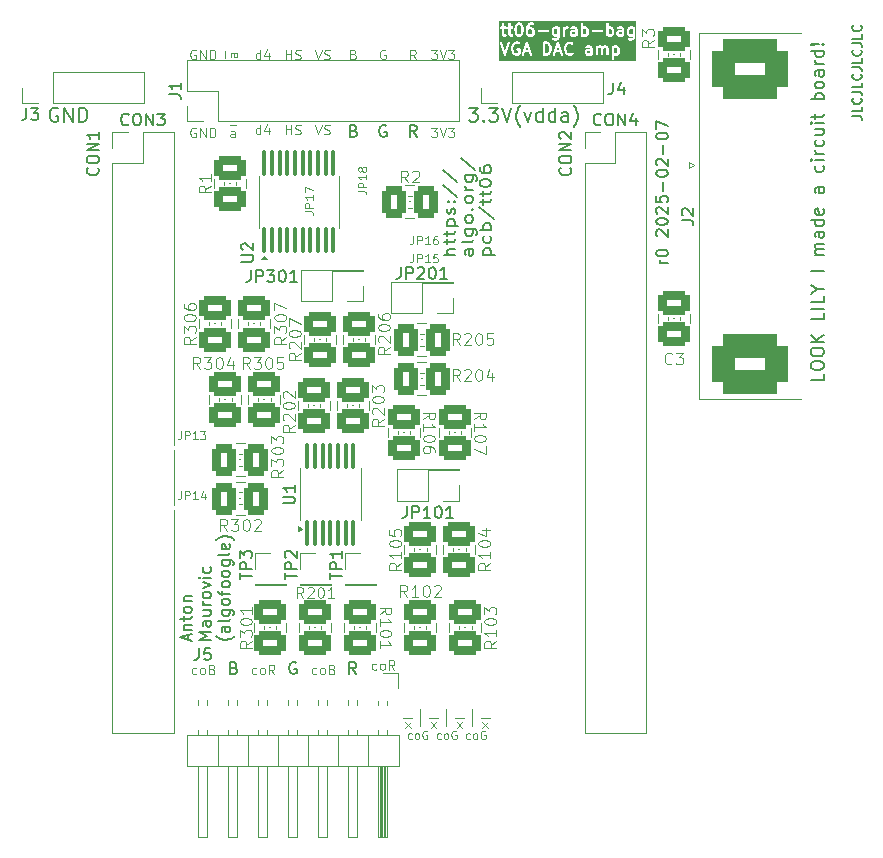
<source format=gto>
G04 #@! TF.GenerationSoftware,KiCad,Pcbnew,8.0.8*
G04 #@! TF.CreationDate,2025-02-08T14:03:33+10:30*
G04 #@! TF.ProjectId,tt06-vga-interposer,74743036-2d76-4676-912d-696e74657270,rev?*
G04 #@! TF.SameCoordinates,Original*
G04 #@! TF.FileFunction,Legend,Top*
G04 #@! TF.FilePolarity,Positive*
%FSLAX46Y46*%
G04 Gerber Fmt 4.6, Leading zero omitted, Abs format (unit mm)*
G04 Created by KiCad (PCBNEW 8.0.8) date 2025-02-08 14:03:33*
%MOMM*%
%LPD*%
G01*
G04 APERTURE LIST*
G04 Aperture macros list*
%AMRoundRect*
0 Rectangle with rounded corners*
0 $1 Rounding radius*
0 $2 $3 $4 $5 $6 $7 $8 $9 X,Y pos of 4 corners*
0 Add a 4 corners polygon primitive as box body*
4,1,4,$2,$3,$4,$5,$6,$7,$8,$9,$2,$3,0*
0 Add four circle primitives for the rounded corners*
1,1,$1+$1,$2,$3*
1,1,$1+$1,$4,$5*
1,1,$1+$1,$6,$7*
1,1,$1+$1,$8,$9*
0 Add four rect primitives between the rounded corners*
20,1,$1+$1,$2,$3,$4,$5,0*
20,1,$1+$1,$4,$5,$6,$7,0*
20,1,$1+$1,$6,$7,$8,$9,0*
20,1,$1+$1,$8,$9,$2,$3,0*%
%AMFreePoly0*
4,1,17,-0.500000,0.000000,-0.488573,0.106283,-0.438839,0.239624,-0.353553,0.353553,-0.239624,0.438839,-0.106283,0.488573,0.000000,0.500000,0.500000,0.500000,0.500000,-0.500000,0.000000,-0.500000,-0.106283,-0.488573,-0.239624,-0.438839,-0.353553,-0.353553,-0.438839,-0.239624,-0.488573,-0.106283,-0.500000,0.000000,-0.500000,0.000000,-0.500000,0.000000,$1*%
%AMFreePoly1*
4,1,16,-0.500000,0.500000,0.000000,0.500000,0.106283,0.488573,0.239624,0.438839,0.353553,0.353553,0.438839,0.239624,0.488573,0.106283,0.500000,0.000000,0.488573,-0.106283,0.438839,-0.239624,0.353553,-0.353553,0.239624,-0.438839,0.106283,-0.488573,0.000000,-0.500000,-0.500000,-0.500000,-0.500000,0.500000,-0.500000,0.500000,$1*%
G04 Aperture macros list end*
%ADD10C,0.100000*%
%ADD11C,0.200000*%
%ADD12C,0.150000*%
%ADD13C,0.120000*%
%ADD14RoundRect,0.396226X-0.653774X-0.953774X0.653774X-0.953774X0.653774X0.953774X-0.653774X0.953774X0*%
%ADD15RoundRect,0.396226X0.953774X-0.653774X0.953774X0.653774X-0.953774X0.653774X-0.953774X-0.653774X0*%
%ADD16R,1.700000X1.700000*%
%ADD17O,1.700000X1.700000*%
%ADD18RoundRect,0.396226X-0.953774X0.653774X-0.953774X-0.653774X0.953774X-0.653774X0.953774X0.653774X0*%
%ADD19FreePoly0,90.000000*%
%ADD20FreePoly1,90.000000*%
%ADD21FreePoly0,0.000000*%
%ADD22FreePoly1,0.000000*%
%ADD23RoundRect,0.100000X0.100000X-1.037500X0.100000X1.037500X-0.100000X1.037500X-0.100000X-1.037500X0*%
%ADD24RoundRect,1.000000X2.250000X-1.500000X2.250000X1.500000X-2.250000X1.500000X-2.250000X-1.500000X0*%
%ADD25R,1.600000X1.600000*%
%ADD26C,1.600000*%
%ADD27RoundRect,0.396226X0.653774X0.953774X-0.653774X0.953774X-0.653774X-0.953774X0.653774X-0.953774X0*%
G04 APERTURE END LIST*
D10*
X107562619Y-41679895D02*
X107295952Y-41298942D01*
X107105476Y-41679895D02*
X107105476Y-40879895D01*
X107105476Y-40879895D02*
X107410238Y-40879895D01*
X107410238Y-40879895D02*
X107486428Y-40917990D01*
X107486428Y-40917990D02*
X107524523Y-40956085D01*
X107524523Y-40956085D02*
X107562619Y-41032276D01*
X107562619Y-41032276D02*
X107562619Y-41146561D01*
X107562619Y-41146561D02*
X107524523Y-41222752D01*
X107524523Y-41222752D02*
X107486428Y-41260847D01*
X107486428Y-41260847D02*
X107410238Y-41298942D01*
X107410238Y-41298942D02*
X107105476Y-41298942D01*
X88991122Y-93711800D02*
X88914931Y-93749895D01*
X88914931Y-93749895D02*
X88762550Y-93749895D01*
X88762550Y-93749895D02*
X88686360Y-93711800D01*
X88686360Y-93711800D02*
X88648265Y-93673704D01*
X88648265Y-93673704D02*
X88610169Y-93597514D01*
X88610169Y-93597514D02*
X88610169Y-93368942D01*
X88610169Y-93368942D02*
X88648265Y-93292752D01*
X88648265Y-93292752D02*
X88686360Y-93254657D01*
X88686360Y-93254657D02*
X88762550Y-93216561D01*
X88762550Y-93216561D02*
X88914931Y-93216561D01*
X88914931Y-93216561D02*
X88991122Y-93254657D01*
X89448264Y-93749895D02*
X89372074Y-93711800D01*
X89372074Y-93711800D02*
X89333979Y-93673704D01*
X89333979Y-93673704D02*
X89295883Y-93597514D01*
X89295883Y-93597514D02*
X89295883Y-93368942D01*
X89295883Y-93368942D02*
X89333979Y-93292752D01*
X89333979Y-93292752D02*
X89372074Y-93254657D01*
X89372074Y-93254657D02*
X89448264Y-93216561D01*
X89448264Y-93216561D02*
X89562550Y-93216561D01*
X89562550Y-93216561D02*
X89638741Y-93254657D01*
X89638741Y-93254657D02*
X89676836Y-93292752D01*
X89676836Y-93292752D02*
X89714931Y-93368942D01*
X89714931Y-93368942D02*
X89714931Y-93597514D01*
X89714931Y-93597514D02*
X89676836Y-93673704D01*
X89676836Y-93673704D02*
X89638741Y-93711800D01*
X89638741Y-93711800D02*
X89562550Y-93749895D01*
X89562550Y-93749895D02*
X89448264Y-93749895D01*
X90324455Y-93330847D02*
X90438741Y-93368942D01*
X90438741Y-93368942D02*
X90476836Y-93407038D01*
X90476836Y-93407038D02*
X90514932Y-93483228D01*
X90514932Y-93483228D02*
X90514932Y-93597514D01*
X90514932Y-93597514D02*
X90476836Y-93673704D01*
X90476836Y-93673704D02*
X90438741Y-93711800D01*
X90438741Y-93711800D02*
X90362551Y-93749895D01*
X90362551Y-93749895D02*
X90057789Y-93749895D01*
X90057789Y-93749895D02*
X90057789Y-92949895D01*
X90057789Y-92949895D02*
X90324455Y-92949895D01*
X90324455Y-92949895D02*
X90400646Y-92987990D01*
X90400646Y-92987990D02*
X90438741Y-93026085D01*
X90438741Y-93026085D02*
X90476836Y-93102276D01*
X90476836Y-93102276D02*
X90476836Y-93178466D01*
X90476836Y-93178466D02*
X90438741Y-93254657D01*
X90438741Y-93254657D02*
X90400646Y-93292752D01*
X90400646Y-93292752D02*
X90324455Y-93330847D01*
X90324455Y-93330847D02*
X90057789Y-93330847D01*
X88925476Y-40917990D02*
X88849286Y-40879895D01*
X88849286Y-40879895D02*
X88735000Y-40879895D01*
X88735000Y-40879895D02*
X88620714Y-40917990D01*
X88620714Y-40917990D02*
X88544524Y-40994180D01*
X88544524Y-40994180D02*
X88506429Y-41070371D01*
X88506429Y-41070371D02*
X88468333Y-41222752D01*
X88468333Y-41222752D02*
X88468333Y-41337038D01*
X88468333Y-41337038D02*
X88506429Y-41489419D01*
X88506429Y-41489419D02*
X88544524Y-41565609D01*
X88544524Y-41565609D02*
X88620714Y-41641800D01*
X88620714Y-41641800D02*
X88735000Y-41679895D01*
X88735000Y-41679895D02*
X88811191Y-41679895D01*
X88811191Y-41679895D02*
X88925476Y-41641800D01*
X88925476Y-41641800D02*
X88963572Y-41603704D01*
X88963572Y-41603704D02*
X88963572Y-41337038D01*
X88963572Y-41337038D02*
X88811191Y-41337038D01*
X89306429Y-41679895D02*
X89306429Y-40879895D01*
X89306429Y-40879895D02*
X89763572Y-41679895D01*
X89763572Y-41679895D02*
X89763572Y-40879895D01*
X90144524Y-41679895D02*
X90144524Y-40879895D01*
X90144524Y-40879895D02*
X90335000Y-40879895D01*
X90335000Y-40879895D02*
X90449286Y-40917990D01*
X90449286Y-40917990D02*
X90525476Y-40994180D01*
X90525476Y-40994180D02*
X90563571Y-41070371D01*
X90563571Y-41070371D02*
X90601667Y-41222752D01*
X90601667Y-41222752D02*
X90601667Y-41337038D01*
X90601667Y-41337038D02*
X90563571Y-41489419D01*
X90563571Y-41489419D02*
X90525476Y-41565609D01*
X90525476Y-41565609D02*
X90449286Y-41641800D01*
X90449286Y-41641800D02*
X90335000Y-41679895D01*
X90335000Y-41679895D02*
X90144524Y-41679895D01*
D11*
X88309616Y-90863945D02*
X88309616Y-90387755D01*
X88595331Y-90959183D02*
X87595331Y-90625850D01*
X87595331Y-90625850D02*
X88595331Y-90292517D01*
X87928664Y-89959183D02*
X88595331Y-89959183D01*
X88023902Y-89959183D02*
X87976283Y-89911564D01*
X87976283Y-89911564D02*
X87928664Y-89816326D01*
X87928664Y-89816326D02*
X87928664Y-89673469D01*
X87928664Y-89673469D02*
X87976283Y-89578231D01*
X87976283Y-89578231D02*
X88071521Y-89530612D01*
X88071521Y-89530612D02*
X88595331Y-89530612D01*
X87928664Y-89197278D02*
X87928664Y-88816326D01*
X87595331Y-89054421D02*
X88452473Y-89054421D01*
X88452473Y-89054421D02*
X88547712Y-89006802D01*
X88547712Y-89006802D02*
X88595331Y-88911564D01*
X88595331Y-88911564D02*
X88595331Y-88816326D01*
X88595331Y-88340135D02*
X88547712Y-88435373D01*
X88547712Y-88435373D02*
X88500092Y-88482992D01*
X88500092Y-88482992D02*
X88404854Y-88530611D01*
X88404854Y-88530611D02*
X88119140Y-88530611D01*
X88119140Y-88530611D02*
X88023902Y-88482992D01*
X88023902Y-88482992D02*
X87976283Y-88435373D01*
X87976283Y-88435373D02*
X87928664Y-88340135D01*
X87928664Y-88340135D02*
X87928664Y-88197278D01*
X87928664Y-88197278D02*
X87976283Y-88102040D01*
X87976283Y-88102040D02*
X88023902Y-88054421D01*
X88023902Y-88054421D02*
X88119140Y-88006802D01*
X88119140Y-88006802D02*
X88404854Y-88006802D01*
X88404854Y-88006802D02*
X88500092Y-88054421D01*
X88500092Y-88054421D02*
X88547712Y-88102040D01*
X88547712Y-88102040D02*
X88595331Y-88197278D01*
X88595331Y-88197278D02*
X88595331Y-88340135D01*
X87928664Y-87578230D02*
X88595331Y-87578230D01*
X88023902Y-87578230D02*
X87976283Y-87530611D01*
X87976283Y-87530611D02*
X87928664Y-87435373D01*
X87928664Y-87435373D02*
X87928664Y-87292516D01*
X87928664Y-87292516D02*
X87976283Y-87197278D01*
X87976283Y-87197278D02*
X88071521Y-87149659D01*
X88071521Y-87149659D02*
X88595331Y-87149659D01*
X90205275Y-90816326D02*
X89205275Y-90816326D01*
X89205275Y-90816326D02*
X89919560Y-90482993D01*
X89919560Y-90482993D02*
X89205275Y-90149660D01*
X89205275Y-90149660D02*
X90205275Y-90149660D01*
X90205275Y-89244898D02*
X89681465Y-89244898D01*
X89681465Y-89244898D02*
X89586227Y-89292517D01*
X89586227Y-89292517D02*
X89538608Y-89387755D01*
X89538608Y-89387755D02*
X89538608Y-89578231D01*
X89538608Y-89578231D02*
X89586227Y-89673469D01*
X90157656Y-89244898D02*
X90205275Y-89340136D01*
X90205275Y-89340136D02*
X90205275Y-89578231D01*
X90205275Y-89578231D02*
X90157656Y-89673469D01*
X90157656Y-89673469D02*
X90062417Y-89721088D01*
X90062417Y-89721088D02*
X89967179Y-89721088D01*
X89967179Y-89721088D02*
X89871941Y-89673469D01*
X89871941Y-89673469D02*
X89824322Y-89578231D01*
X89824322Y-89578231D02*
X89824322Y-89340136D01*
X89824322Y-89340136D02*
X89776703Y-89244898D01*
X89538608Y-88340136D02*
X90205275Y-88340136D01*
X89538608Y-88768707D02*
X90062417Y-88768707D01*
X90062417Y-88768707D02*
X90157656Y-88721088D01*
X90157656Y-88721088D02*
X90205275Y-88625850D01*
X90205275Y-88625850D02*
X90205275Y-88482993D01*
X90205275Y-88482993D02*
X90157656Y-88387755D01*
X90157656Y-88387755D02*
X90110036Y-88340136D01*
X90205275Y-87863945D02*
X89538608Y-87863945D01*
X89729084Y-87863945D02*
X89633846Y-87816326D01*
X89633846Y-87816326D02*
X89586227Y-87768707D01*
X89586227Y-87768707D02*
X89538608Y-87673469D01*
X89538608Y-87673469D02*
X89538608Y-87578231D01*
X90205275Y-87102040D02*
X90157656Y-87197278D01*
X90157656Y-87197278D02*
X90110036Y-87244897D01*
X90110036Y-87244897D02*
X90014798Y-87292516D01*
X90014798Y-87292516D02*
X89729084Y-87292516D01*
X89729084Y-87292516D02*
X89633846Y-87244897D01*
X89633846Y-87244897D02*
X89586227Y-87197278D01*
X89586227Y-87197278D02*
X89538608Y-87102040D01*
X89538608Y-87102040D02*
X89538608Y-86959183D01*
X89538608Y-86959183D02*
X89586227Y-86863945D01*
X89586227Y-86863945D02*
X89633846Y-86816326D01*
X89633846Y-86816326D02*
X89729084Y-86768707D01*
X89729084Y-86768707D02*
X90014798Y-86768707D01*
X90014798Y-86768707D02*
X90110036Y-86816326D01*
X90110036Y-86816326D02*
X90157656Y-86863945D01*
X90157656Y-86863945D02*
X90205275Y-86959183D01*
X90205275Y-86959183D02*
X90205275Y-87102040D01*
X89538608Y-86435373D02*
X90205275Y-86197278D01*
X90205275Y-86197278D02*
X89538608Y-85959183D01*
X90205275Y-85578230D02*
X89538608Y-85578230D01*
X89205275Y-85578230D02*
X89252894Y-85625849D01*
X89252894Y-85625849D02*
X89300513Y-85578230D01*
X89300513Y-85578230D02*
X89252894Y-85530611D01*
X89252894Y-85530611D02*
X89205275Y-85578230D01*
X89205275Y-85578230D02*
X89300513Y-85578230D01*
X90157656Y-84673469D02*
X90205275Y-84768707D01*
X90205275Y-84768707D02*
X90205275Y-84959183D01*
X90205275Y-84959183D02*
X90157656Y-85054421D01*
X90157656Y-85054421D02*
X90110036Y-85102040D01*
X90110036Y-85102040D02*
X90014798Y-85149659D01*
X90014798Y-85149659D02*
X89729084Y-85149659D01*
X89729084Y-85149659D02*
X89633846Y-85102040D01*
X89633846Y-85102040D02*
X89586227Y-85054421D01*
X89586227Y-85054421D02*
X89538608Y-84959183D01*
X89538608Y-84959183D02*
X89538608Y-84768707D01*
X89538608Y-84768707D02*
X89586227Y-84673469D01*
X92196171Y-90530612D02*
X92148552Y-90578231D01*
X92148552Y-90578231D02*
X92005695Y-90673469D01*
X92005695Y-90673469D02*
X91910457Y-90721088D01*
X91910457Y-90721088D02*
X91767600Y-90768707D01*
X91767600Y-90768707D02*
X91529504Y-90816326D01*
X91529504Y-90816326D02*
X91339028Y-90816326D01*
X91339028Y-90816326D02*
X91100933Y-90768707D01*
X91100933Y-90768707D02*
X90958076Y-90721088D01*
X90958076Y-90721088D02*
X90862838Y-90673469D01*
X90862838Y-90673469D02*
X90719980Y-90578231D01*
X90719980Y-90578231D02*
X90672361Y-90530612D01*
X91815219Y-89721088D02*
X91291409Y-89721088D01*
X91291409Y-89721088D02*
X91196171Y-89768707D01*
X91196171Y-89768707D02*
X91148552Y-89863945D01*
X91148552Y-89863945D02*
X91148552Y-90054421D01*
X91148552Y-90054421D02*
X91196171Y-90149659D01*
X91767600Y-89721088D02*
X91815219Y-89816326D01*
X91815219Y-89816326D02*
X91815219Y-90054421D01*
X91815219Y-90054421D02*
X91767600Y-90149659D01*
X91767600Y-90149659D02*
X91672361Y-90197278D01*
X91672361Y-90197278D02*
X91577123Y-90197278D01*
X91577123Y-90197278D02*
X91481885Y-90149659D01*
X91481885Y-90149659D02*
X91434266Y-90054421D01*
X91434266Y-90054421D02*
X91434266Y-89816326D01*
X91434266Y-89816326D02*
X91386647Y-89721088D01*
X91815219Y-89102040D02*
X91767600Y-89197278D01*
X91767600Y-89197278D02*
X91672361Y-89244897D01*
X91672361Y-89244897D02*
X90815219Y-89244897D01*
X91148552Y-88292516D02*
X91958076Y-88292516D01*
X91958076Y-88292516D02*
X92053314Y-88340135D01*
X92053314Y-88340135D02*
X92100933Y-88387754D01*
X92100933Y-88387754D02*
X92148552Y-88482992D01*
X92148552Y-88482992D02*
X92148552Y-88625849D01*
X92148552Y-88625849D02*
X92100933Y-88721087D01*
X91767600Y-88292516D02*
X91815219Y-88387754D01*
X91815219Y-88387754D02*
X91815219Y-88578230D01*
X91815219Y-88578230D02*
X91767600Y-88673468D01*
X91767600Y-88673468D02*
X91719980Y-88721087D01*
X91719980Y-88721087D02*
X91624742Y-88768706D01*
X91624742Y-88768706D02*
X91339028Y-88768706D01*
X91339028Y-88768706D02*
X91243790Y-88721087D01*
X91243790Y-88721087D02*
X91196171Y-88673468D01*
X91196171Y-88673468D02*
X91148552Y-88578230D01*
X91148552Y-88578230D02*
X91148552Y-88387754D01*
X91148552Y-88387754D02*
X91196171Y-88292516D01*
X91815219Y-87673468D02*
X91767600Y-87768706D01*
X91767600Y-87768706D02*
X91719980Y-87816325D01*
X91719980Y-87816325D02*
X91624742Y-87863944D01*
X91624742Y-87863944D02*
X91339028Y-87863944D01*
X91339028Y-87863944D02*
X91243790Y-87816325D01*
X91243790Y-87816325D02*
X91196171Y-87768706D01*
X91196171Y-87768706D02*
X91148552Y-87673468D01*
X91148552Y-87673468D02*
X91148552Y-87530611D01*
X91148552Y-87530611D02*
X91196171Y-87435373D01*
X91196171Y-87435373D02*
X91243790Y-87387754D01*
X91243790Y-87387754D02*
X91339028Y-87340135D01*
X91339028Y-87340135D02*
X91624742Y-87340135D01*
X91624742Y-87340135D02*
X91719980Y-87387754D01*
X91719980Y-87387754D02*
X91767600Y-87435373D01*
X91767600Y-87435373D02*
X91815219Y-87530611D01*
X91815219Y-87530611D02*
X91815219Y-87673468D01*
X91148552Y-87054420D02*
X91148552Y-86673468D01*
X91815219Y-86911563D02*
X90958076Y-86911563D01*
X90958076Y-86911563D02*
X90862838Y-86863944D01*
X90862838Y-86863944D02*
X90815219Y-86768706D01*
X90815219Y-86768706D02*
X90815219Y-86673468D01*
X91815219Y-86197277D02*
X91767600Y-86292515D01*
X91767600Y-86292515D02*
X91719980Y-86340134D01*
X91719980Y-86340134D02*
X91624742Y-86387753D01*
X91624742Y-86387753D02*
X91339028Y-86387753D01*
X91339028Y-86387753D02*
X91243790Y-86340134D01*
X91243790Y-86340134D02*
X91196171Y-86292515D01*
X91196171Y-86292515D02*
X91148552Y-86197277D01*
X91148552Y-86197277D02*
X91148552Y-86054420D01*
X91148552Y-86054420D02*
X91196171Y-85959182D01*
X91196171Y-85959182D02*
X91243790Y-85911563D01*
X91243790Y-85911563D02*
X91339028Y-85863944D01*
X91339028Y-85863944D02*
X91624742Y-85863944D01*
X91624742Y-85863944D02*
X91719980Y-85911563D01*
X91719980Y-85911563D02*
X91767600Y-85959182D01*
X91767600Y-85959182D02*
X91815219Y-86054420D01*
X91815219Y-86054420D02*
X91815219Y-86197277D01*
X91815219Y-85292515D02*
X91767600Y-85387753D01*
X91767600Y-85387753D02*
X91719980Y-85435372D01*
X91719980Y-85435372D02*
X91624742Y-85482991D01*
X91624742Y-85482991D02*
X91339028Y-85482991D01*
X91339028Y-85482991D02*
X91243790Y-85435372D01*
X91243790Y-85435372D02*
X91196171Y-85387753D01*
X91196171Y-85387753D02*
X91148552Y-85292515D01*
X91148552Y-85292515D02*
X91148552Y-85149658D01*
X91148552Y-85149658D02*
X91196171Y-85054420D01*
X91196171Y-85054420D02*
X91243790Y-85006801D01*
X91243790Y-85006801D02*
X91339028Y-84959182D01*
X91339028Y-84959182D02*
X91624742Y-84959182D01*
X91624742Y-84959182D02*
X91719980Y-85006801D01*
X91719980Y-85006801D02*
X91767600Y-85054420D01*
X91767600Y-85054420D02*
X91815219Y-85149658D01*
X91815219Y-85149658D02*
X91815219Y-85292515D01*
X91148552Y-84102039D02*
X91958076Y-84102039D01*
X91958076Y-84102039D02*
X92053314Y-84149658D01*
X92053314Y-84149658D02*
X92100933Y-84197277D01*
X92100933Y-84197277D02*
X92148552Y-84292515D01*
X92148552Y-84292515D02*
X92148552Y-84435372D01*
X92148552Y-84435372D02*
X92100933Y-84530610D01*
X91767600Y-84102039D02*
X91815219Y-84197277D01*
X91815219Y-84197277D02*
X91815219Y-84387753D01*
X91815219Y-84387753D02*
X91767600Y-84482991D01*
X91767600Y-84482991D02*
X91719980Y-84530610D01*
X91719980Y-84530610D02*
X91624742Y-84578229D01*
X91624742Y-84578229D02*
X91339028Y-84578229D01*
X91339028Y-84578229D02*
X91243790Y-84530610D01*
X91243790Y-84530610D02*
X91196171Y-84482991D01*
X91196171Y-84482991D02*
X91148552Y-84387753D01*
X91148552Y-84387753D02*
X91148552Y-84197277D01*
X91148552Y-84197277D02*
X91196171Y-84102039D01*
X91815219Y-83482991D02*
X91767600Y-83578229D01*
X91767600Y-83578229D02*
X91672361Y-83625848D01*
X91672361Y-83625848D02*
X90815219Y-83625848D01*
X91767600Y-82721086D02*
X91815219Y-82816324D01*
X91815219Y-82816324D02*
X91815219Y-83006800D01*
X91815219Y-83006800D02*
X91767600Y-83102038D01*
X91767600Y-83102038D02*
X91672361Y-83149657D01*
X91672361Y-83149657D02*
X91291409Y-83149657D01*
X91291409Y-83149657D02*
X91196171Y-83102038D01*
X91196171Y-83102038D02*
X91148552Y-83006800D01*
X91148552Y-83006800D02*
X91148552Y-82816324D01*
X91148552Y-82816324D02*
X91196171Y-82721086D01*
X91196171Y-82721086D02*
X91291409Y-82673467D01*
X91291409Y-82673467D02*
X91386647Y-82673467D01*
X91386647Y-82673467D02*
X91481885Y-83149657D01*
X92196171Y-82340133D02*
X92148552Y-82292514D01*
X92148552Y-82292514D02*
X92005695Y-82197276D01*
X92005695Y-82197276D02*
X91910457Y-82149657D01*
X91910457Y-82149657D02*
X91767600Y-82102038D01*
X91767600Y-82102038D02*
X91529504Y-82054419D01*
X91529504Y-82054419D02*
X91339028Y-82054419D01*
X91339028Y-82054419D02*
X91100933Y-82102038D01*
X91100933Y-82102038D02*
X90958076Y-82149657D01*
X90958076Y-82149657D02*
X90862838Y-82197276D01*
X90862838Y-82197276D02*
X90719980Y-82292514D01*
X90719980Y-82292514D02*
X90672361Y-82340133D01*
D10*
X106626074Y-98321895D02*
X107118455Y-97788561D01*
X106626074Y-97788561D02*
X107118455Y-98321895D01*
X108819406Y-98321895D02*
X109311787Y-97788561D01*
X108819406Y-97788561D02*
X109311787Y-98321895D01*
X111012738Y-98321895D02*
X111505119Y-97788561D01*
X111012738Y-97788561D02*
X111505119Y-98321895D01*
X113206070Y-98321895D02*
X113698451Y-97788561D01*
X113206070Y-97788561D02*
X113698451Y-98321895D01*
D11*
X110860444Y-58256707D02*
X109910444Y-58256707D01*
X110860444Y-57742422D02*
X110362825Y-57742422D01*
X110362825Y-57742422D02*
X110272348Y-57799564D01*
X110272348Y-57799564D02*
X110227110Y-57913850D01*
X110227110Y-57913850D02*
X110227110Y-58085279D01*
X110227110Y-58085279D02*
X110272348Y-58199564D01*
X110272348Y-58199564D02*
X110317586Y-58256707D01*
X110227110Y-57342422D02*
X110227110Y-56885279D01*
X109910444Y-57170993D02*
X110724729Y-57170993D01*
X110724729Y-57170993D02*
X110815206Y-57113850D01*
X110815206Y-57113850D02*
X110860444Y-56999565D01*
X110860444Y-56999565D02*
X110860444Y-56885279D01*
X110227110Y-56656708D02*
X110227110Y-56199565D01*
X109910444Y-56485279D02*
X110724729Y-56485279D01*
X110724729Y-56485279D02*
X110815206Y-56428136D01*
X110815206Y-56428136D02*
X110860444Y-56313851D01*
X110860444Y-56313851D02*
X110860444Y-56199565D01*
X110227110Y-55799565D02*
X111177110Y-55799565D01*
X110272348Y-55799565D02*
X110227110Y-55685280D01*
X110227110Y-55685280D02*
X110227110Y-55456708D01*
X110227110Y-55456708D02*
X110272348Y-55342422D01*
X110272348Y-55342422D02*
X110317586Y-55285280D01*
X110317586Y-55285280D02*
X110408063Y-55228137D01*
X110408063Y-55228137D02*
X110679491Y-55228137D01*
X110679491Y-55228137D02*
X110769967Y-55285280D01*
X110769967Y-55285280D02*
X110815206Y-55342422D01*
X110815206Y-55342422D02*
X110860444Y-55456708D01*
X110860444Y-55456708D02*
X110860444Y-55685280D01*
X110860444Y-55685280D02*
X110815206Y-55799565D01*
X110815206Y-54770994D02*
X110860444Y-54656708D01*
X110860444Y-54656708D02*
X110860444Y-54428137D01*
X110860444Y-54428137D02*
X110815206Y-54313851D01*
X110815206Y-54313851D02*
X110724729Y-54256708D01*
X110724729Y-54256708D02*
X110679491Y-54256708D01*
X110679491Y-54256708D02*
X110589015Y-54313851D01*
X110589015Y-54313851D02*
X110543777Y-54428137D01*
X110543777Y-54428137D02*
X110543777Y-54599566D01*
X110543777Y-54599566D02*
X110498539Y-54713851D01*
X110498539Y-54713851D02*
X110408063Y-54770994D01*
X110408063Y-54770994D02*
X110362825Y-54770994D01*
X110362825Y-54770994D02*
X110272348Y-54713851D01*
X110272348Y-54713851D02*
X110227110Y-54599566D01*
X110227110Y-54599566D02*
X110227110Y-54428137D01*
X110227110Y-54428137D02*
X110272348Y-54313851D01*
X110769967Y-53742422D02*
X110815206Y-53685279D01*
X110815206Y-53685279D02*
X110860444Y-53742422D01*
X110860444Y-53742422D02*
X110815206Y-53799565D01*
X110815206Y-53799565D02*
X110769967Y-53742422D01*
X110769967Y-53742422D02*
X110860444Y-53742422D01*
X110272348Y-53742422D02*
X110317586Y-53685279D01*
X110317586Y-53685279D02*
X110362825Y-53742422D01*
X110362825Y-53742422D02*
X110317586Y-53799565D01*
X110317586Y-53799565D02*
X110272348Y-53742422D01*
X110272348Y-53742422D02*
X110362825Y-53742422D01*
X109865206Y-52313850D02*
X111086634Y-53342422D01*
X109865206Y-51056707D02*
X111086634Y-52085279D01*
X112389891Y-57742422D02*
X111892272Y-57742422D01*
X111892272Y-57742422D02*
X111801795Y-57799564D01*
X111801795Y-57799564D02*
X111756557Y-57913850D01*
X111756557Y-57913850D02*
X111756557Y-58142422D01*
X111756557Y-58142422D02*
X111801795Y-58256707D01*
X112344653Y-57742422D02*
X112389891Y-57856707D01*
X112389891Y-57856707D02*
X112389891Y-58142422D01*
X112389891Y-58142422D02*
X112344653Y-58256707D01*
X112344653Y-58256707D02*
X112254176Y-58313850D01*
X112254176Y-58313850D02*
X112163700Y-58313850D01*
X112163700Y-58313850D02*
X112073224Y-58256707D01*
X112073224Y-58256707D02*
X112027986Y-58142422D01*
X112027986Y-58142422D02*
X112027986Y-57856707D01*
X112027986Y-57856707D02*
X111982748Y-57742422D01*
X112389891Y-56999565D02*
X112344653Y-57113850D01*
X112344653Y-57113850D02*
X112254176Y-57170993D01*
X112254176Y-57170993D02*
X111439891Y-57170993D01*
X111756557Y-56028137D02*
X112525605Y-56028137D01*
X112525605Y-56028137D02*
X112616081Y-56085279D01*
X112616081Y-56085279D02*
X112661319Y-56142422D01*
X112661319Y-56142422D02*
X112706557Y-56256708D01*
X112706557Y-56256708D02*
X112706557Y-56428137D01*
X112706557Y-56428137D02*
X112661319Y-56542422D01*
X112344653Y-56028137D02*
X112389891Y-56142422D01*
X112389891Y-56142422D02*
X112389891Y-56370994D01*
X112389891Y-56370994D02*
X112344653Y-56485279D01*
X112344653Y-56485279D02*
X112299414Y-56542422D01*
X112299414Y-56542422D02*
X112208938Y-56599565D01*
X112208938Y-56599565D02*
X111937510Y-56599565D01*
X111937510Y-56599565D02*
X111847033Y-56542422D01*
X111847033Y-56542422D02*
X111801795Y-56485279D01*
X111801795Y-56485279D02*
X111756557Y-56370994D01*
X111756557Y-56370994D02*
X111756557Y-56142422D01*
X111756557Y-56142422D02*
X111801795Y-56028137D01*
X112389891Y-55285280D02*
X112344653Y-55399565D01*
X112344653Y-55399565D02*
X112299414Y-55456708D01*
X112299414Y-55456708D02*
X112208938Y-55513851D01*
X112208938Y-55513851D02*
X111937510Y-55513851D01*
X111937510Y-55513851D02*
X111847033Y-55456708D01*
X111847033Y-55456708D02*
X111801795Y-55399565D01*
X111801795Y-55399565D02*
X111756557Y-55285280D01*
X111756557Y-55285280D02*
X111756557Y-55113851D01*
X111756557Y-55113851D02*
X111801795Y-54999565D01*
X111801795Y-54999565D02*
X111847033Y-54942423D01*
X111847033Y-54942423D02*
X111937510Y-54885280D01*
X111937510Y-54885280D02*
X112208938Y-54885280D01*
X112208938Y-54885280D02*
X112299414Y-54942423D01*
X112299414Y-54942423D02*
X112344653Y-54999565D01*
X112344653Y-54999565D02*
X112389891Y-55113851D01*
X112389891Y-55113851D02*
X112389891Y-55285280D01*
X112299414Y-54370994D02*
X112344653Y-54313851D01*
X112344653Y-54313851D02*
X112389891Y-54370994D01*
X112389891Y-54370994D02*
X112344653Y-54428137D01*
X112344653Y-54428137D02*
X112299414Y-54370994D01*
X112299414Y-54370994D02*
X112389891Y-54370994D01*
X112389891Y-53628137D02*
X112344653Y-53742422D01*
X112344653Y-53742422D02*
X112299414Y-53799565D01*
X112299414Y-53799565D02*
X112208938Y-53856708D01*
X112208938Y-53856708D02*
X111937510Y-53856708D01*
X111937510Y-53856708D02*
X111847033Y-53799565D01*
X111847033Y-53799565D02*
X111801795Y-53742422D01*
X111801795Y-53742422D02*
X111756557Y-53628137D01*
X111756557Y-53628137D02*
X111756557Y-53456708D01*
X111756557Y-53456708D02*
X111801795Y-53342422D01*
X111801795Y-53342422D02*
X111847033Y-53285280D01*
X111847033Y-53285280D02*
X111937510Y-53228137D01*
X111937510Y-53228137D02*
X112208938Y-53228137D01*
X112208938Y-53228137D02*
X112299414Y-53285280D01*
X112299414Y-53285280D02*
X112344653Y-53342422D01*
X112344653Y-53342422D02*
X112389891Y-53456708D01*
X112389891Y-53456708D02*
X112389891Y-53628137D01*
X112389891Y-52713851D02*
X111756557Y-52713851D01*
X111937510Y-52713851D02*
X111847033Y-52656708D01*
X111847033Y-52656708D02*
X111801795Y-52599566D01*
X111801795Y-52599566D02*
X111756557Y-52485280D01*
X111756557Y-52485280D02*
X111756557Y-52370994D01*
X111756557Y-51456709D02*
X112525605Y-51456709D01*
X112525605Y-51456709D02*
X112616081Y-51513851D01*
X112616081Y-51513851D02*
X112661319Y-51570994D01*
X112661319Y-51570994D02*
X112706557Y-51685280D01*
X112706557Y-51685280D02*
X112706557Y-51856709D01*
X112706557Y-51856709D02*
X112661319Y-51970994D01*
X112344653Y-51456709D02*
X112389891Y-51570994D01*
X112389891Y-51570994D02*
X112389891Y-51799566D01*
X112389891Y-51799566D02*
X112344653Y-51913851D01*
X112344653Y-51913851D02*
X112299414Y-51970994D01*
X112299414Y-51970994D02*
X112208938Y-52028137D01*
X112208938Y-52028137D02*
X111937510Y-52028137D01*
X111937510Y-52028137D02*
X111847033Y-51970994D01*
X111847033Y-51970994D02*
X111801795Y-51913851D01*
X111801795Y-51913851D02*
X111756557Y-51799566D01*
X111756557Y-51799566D02*
X111756557Y-51570994D01*
X111756557Y-51570994D02*
X111801795Y-51456709D01*
X111394653Y-50028137D02*
X112616081Y-51056709D01*
X113286004Y-58256707D02*
X114236004Y-58256707D01*
X113331242Y-58256707D02*
X113286004Y-58142422D01*
X113286004Y-58142422D02*
X113286004Y-57913850D01*
X113286004Y-57913850D02*
X113331242Y-57799564D01*
X113331242Y-57799564D02*
X113376480Y-57742422D01*
X113376480Y-57742422D02*
X113466957Y-57685279D01*
X113466957Y-57685279D02*
X113738385Y-57685279D01*
X113738385Y-57685279D02*
X113828861Y-57742422D01*
X113828861Y-57742422D02*
X113874100Y-57799564D01*
X113874100Y-57799564D02*
X113919338Y-57913850D01*
X113919338Y-57913850D02*
X113919338Y-58142422D01*
X113919338Y-58142422D02*
X113874100Y-58256707D01*
X113874100Y-56656708D02*
X113919338Y-56770993D01*
X113919338Y-56770993D02*
X113919338Y-56999565D01*
X113919338Y-56999565D02*
X113874100Y-57113850D01*
X113874100Y-57113850D02*
X113828861Y-57170993D01*
X113828861Y-57170993D02*
X113738385Y-57228136D01*
X113738385Y-57228136D02*
X113466957Y-57228136D01*
X113466957Y-57228136D02*
X113376480Y-57170993D01*
X113376480Y-57170993D02*
X113331242Y-57113850D01*
X113331242Y-57113850D02*
X113286004Y-56999565D01*
X113286004Y-56999565D02*
X113286004Y-56770993D01*
X113286004Y-56770993D02*
X113331242Y-56656708D01*
X113919338Y-56142422D02*
X112969338Y-56142422D01*
X113331242Y-56142422D02*
X113286004Y-56028137D01*
X113286004Y-56028137D02*
X113286004Y-55799565D01*
X113286004Y-55799565D02*
X113331242Y-55685279D01*
X113331242Y-55685279D02*
X113376480Y-55628137D01*
X113376480Y-55628137D02*
X113466957Y-55570994D01*
X113466957Y-55570994D02*
X113738385Y-55570994D01*
X113738385Y-55570994D02*
X113828861Y-55628137D01*
X113828861Y-55628137D02*
X113874100Y-55685279D01*
X113874100Y-55685279D02*
X113919338Y-55799565D01*
X113919338Y-55799565D02*
X113919338Y-56028137D01*
X113919338Y-56028137D02*
X113874100Y-56142422D01*
X112924100Y-54199565D02*
X114145528Y-55228137D01*
X113286004Y-53970994D02*
X113286004Y-53513851D01*
X112969338Y-53799565D02*
X113783623Y-53799565D01*
X113783623Y-53799565D02*
X113874100Y-53742422D01*
X113874100Y-53742422D02*
X113919338Y-53628137D01*
X113919338Y-53628137D02*
X113919338Y-53513851D01*
X113286004Y-53285280D02*
X113286004Y-52828137D01*
X112969338Y-53113851D02*
X113783623Y-53113851D01*
X113783623Y-53113851D02*
X113874100Y-53056708D01*
X113874100Y-53056708D02*
X113919338Y-52942423D01*
X113919338Y-52942423D02*
X113919338Y-52828137D01*
X112969338Y-52199566D02*
X112969338Y-52085280D01*
X112969338Y-52085280D02*
X113014576Y-51970994D01*
X113014576Y-51970994D02*
X113059814Y-51913852D01*
X113059814Y-51913852D02*
X113150290Y-51856709D01*
X113150290Y-51856709D02*
X113331242Y-51799566D01*
X113331242Y-51799566D02*
X113557433Y-51799566D01*
X113557433Y-51799566D02*
X113738385Y-51856709D01*
X113738385Y-51856709D02*
X113828861Y-51913852D01*
X113828861Y-51913852D02*
X113874100Y-51970994D01*
X113874100Y-51970994D02*
X113919338Y-52085280D01*
X113919338Y-52085280D02*
X113919338Y-52199566D01*
X113919338Y-52199566D02*
X113874100Y-52313852D01*
X113874100Y-52313852D02*
X113828861Y-52370994D01*
X113828861Y-52370994D02*
X113738385Y-52428137D01*
X113738385Y-52428137D02*
X113557433Y-52485280D01*
X113557433Y-52485280D02*
X113331242Y-52485280D01*
X113331242Y-52485280D02*
X113150290Y-52428137D01*
X113150290Y-52428137D02*
X113059814Y-52370994D01*
X113059814Y-52370994D02*
X113014576Y-52313852D01*
X113014576Y-52313852D02*
X112969338Y-52199566D01*
X112969338Y-50770995D02*
X112969338Y-50999566D01*
X112969338Y-50999566D02*
X113014576Y-51113852D01*
X113014576Y-51113852D02*
X113059814Y-51170995D01*
X113059814Y-51170995D02*
X113195528Y-51285280D01*
X113195528Y-51285280D02*
X113376480Y-51342423D01*
X113376480Y-51342423D02*
X113738385Y-51342423D01*
X113738385Y-51342423D02*
X113828861Y-51285280D01*
X113828861Y-51285280D02*
X113874100Y-51228137D01*
X113874100Y-51228137D02*
X113919338Y-51113852D01*
X113919338Y-51113852D02*
X113919338Y-50885280D01*
X113919338Y-50885280D02*
X113874100Y-50770995D01*
X113874100Y-50770995D02*
X113828861Y-50713852D01*
X113828861Y-50713852D02*
X113738385Y-50656709D01*
X113738385Y-50656709D02*
X113512195Y-50656709D01*
X113512195Y-50656709D02*
X113421719Y-50713852D01*
X113421719Y-50713852D02*
X113376480Y-50770995D01*
X113376480Y-50770995D02*
X113331242Y-50885280D01*
X113331242Y-50885280D02*
X113331242Y-51113852D01*
X113331242Y-51113852D02*
X113376480Y-51228137D01*
X113376480Y-51228137D02*
X113421719Y-51285280D01*
X113421719Y-51285280D02*
X113512195Y-51342423D01*
D10*
X106475884Y-97408466D02*
X107237789Y-97408466D01*
X107952074Y-98122752D02*
X107952074Y-96694180D01*
X108666360Y-97408466D02*
X109428265Y-97408466D01*
X110142550Y-98122752D02*
X110142550Y-96694180D01*
X110856836Y-97408466D02*
X111618741Y-97408466D01*
X112333026Y-98122752D02*
X112333026Y-96694180D01*
X113047312Y-97408466D02*
X113809217Y-97408466D01*
X107212455Y-99189800D02*
X107145789Y-99223133D01*
X107145789Y-99223133D02*
X107012455Y-99223133D01*
X107012455Y-99223133D02*
X106945789Y-99189800D01*
X106945789Y-99189800D02*
X106912455Y-99156466D01*
X106912455Y-99156466D02*
X106879122Y-99089800D01*
X106879122Y-99089800D02*
X106879122Y-98889800D01*
X106879122Y-98889800D02*
X106912455Y-98823133D01*
X106912455Y-98823133D02*
X106945789Y-98789800D01*
X106945789Y-98789800D02*
X107012455Y-98756466D01*
X107012455Y-98756466D02*
X107145789Y-98756466D01*
X107145789Y-98756466D02*
X107212455Y-98789800D01*
X107612455Y-99223133D02*
X107545789Y-99189800D01*
X107545789Y-99189800D02*
X107512455Y-99156466D01*
X107512455Y-99156466D02*
X107479122Y-99089800D01*
X107479122Y-99089800D02*
X107479122Y-98889800D01*
X107479122Y-98889800D02*
X107512455Y-98823133D01*
X107512455Y-98823133D02*
X107545789Y-98789800D01*
X107545789Y-98789800D02*
X107612455Y-98756466D01*
X107612455Y-98756466D02*
X107712455Y-98756466D01*
X107712455Y-98756466D02*
X107779122Y-98789800D01*
X107779122Y-98789800D02*
X107812455Y-98823133D01*
X107812455Y-98823133D02*
X107845789Y-98889800D01*
X107845789Y-98889800D02*
X107845789Y-99089800D01*
X107845789Y-99089800D02*
X107812455Y-99156466D01*
X107812455Y-99156466D02*
X107779122Y-99189800D01*
X107779122Y-99189800D02*
X107712455Y-99223133D01*
X107712455Y-99223133D02*
X107612455Y-99223133D01*
X108512455Y-98556466D02*
X108445788Y-98523133D01*
X108445788Y-98523133D02*
X108345788Y-98523133D01*
X108345788Y-98523133D02*
X108245788Y-98556466D01*
X108245788Y-98556466D02*
X108179122Y-98623133D01*
X108179122Y-98623133D02*
X108145788Y-98689800D01*
X108145788Y-98689800D02*
X108112455Y-98823133D01*
X108112455Y-98823133D02*
X108112455Y-98923133D01*
X108112455Y-98923133D02*
X108145788Y-99056466D01*
X108145788Y-99056466D02*
X108179122Y-99123133D01*
X108179122Y-99123133D02*
X108245788Y-99189800D01*
X108245788Y-99189800D02*
X108345788Y-99223133D01*
X108345788Y-99223133D02*
X108412455Y-99223133D01*
X108412455Y-99223133D02*
X108512455Y-99189800D01*
X108512455Y-99189800D02*
X108545788Y-99156466D01*
X108545788Y-99156466D02*
X108545788Y-98923133D01*
X108545788Y-98923133D02*
X108412455Y-98923133D01*
X109679121Y-99189800D02*
X109612455Y-99223133D01*
X109612455Y-99223133D02*
X109479121Y-99223133D01*
X109479121Y-99223133D02*
X109412455Y-99189800D01*
X109412455Y-99189800D02*
X109379121Y-99156466D01*
X109379121Y-99156466D02*
X109345788Y-99089800D01*
X109345788Y-99089800D02*
X109345788Y-98889800D01*
X109345788Y-98889800D02*
X109379121Y-98823133D01*
X109379121Y-98823133D02*
X109412455Y-98789800D01*
X109412455Y-98789800D02*
X109479121Y-98756466D01*
X109479121Y-98756466D02*
X109612455Y-98756466D01*
X109612455Y-98756466D02*
X109679121Y-98789800D01*
X110079121Y-99223133D02*
X110012455Y-99189800D01*
X110012455Y-99189800D02*
X109979121Y-99156466D01*
X109979121Y-99156466D02*
X109945788Y-99089800D01*
X109945788Y-99089800D02*
X109945788Y-98889800D01*
X109945788Y-98889800D02*
X109979121Y-98823133D01*
X109979121Y-98823133D02*
X110012455Y-98789800D01*
X110012455Y-98789800D02*
X110079121Y-98756466D01*
X110079121Y-98756466D02*
X110179121Y-98756466D01*
X110179121Y-98756466D02*
X110245788Y-98789800D01*
X110245788Y-98789800D02*
X110279121Y-98823133D01*
X110279121Y-98823133D02*
X110312455Y-98889800D01*
X110312455Y-98889800D02*
X110312455Y-99089800D01*
X110312455Y-99089800D02*
X110279121Y-99156466D01*
X110279121Y-99156466D02*
X110245788Y-99189800D01*
X110245788Y-99189800D02*
X110179121Y-99223133D01*
X110179121Y-99223133D02*
X110079121Y-99223133D01*
X110979121Y-98556466D02*
X110912454Y-98523133D01*
X110912454Y-98523133D02*
X110812454Y-98523133D01*
X110812454Y-98523133D02*
X110712454Y-98556466D01*
X110712454Y-98556466D02*
X110645788Y-98623133D01*
X110645788Y-98623133D02*
X110612454Y-98689800D01*
X110612454Y-98689800D02*
X110579121Y-98823133D01*
X110579121Y-98823133D02*
X110579121Y-98923133D01*
X110579121Y-98923133D02*
X110612454Y-99056466D01*
X110612454Y-99056466D02*
X110645788Y-99123133D01*
X110645788Y-99123133D02*
X110712454Y-99189800D01*
X110712454Y-99189800D02*
X110812454Y-99223133D01*
X110812454Y-99223133D02*
X110879121Y-99223133D01*
X110879121Y-99223133D02*
X110979121Y-99189800D01*
X110979121Y-99189800D02*
X111012454Y-99156466D01*
X111012454Y-99156466D02*
X111012454Y-98923133D01*
X111012454Y-98923133D02*
X110879121Y-98923133D01*
X112145787Y-99189800D02*
X112079121Y-99223133D01*
X112079121Y-99223133D02*
X111945787Y-99223133D01*
X111945787Y-99223133D02*
X111879121Y-99189800D01*
X111879121Y-99189800D02*
X111845787Y-99156466D01*
X111845787Y-99156466D02*
X111812454Y-99089800D01*
X111812454Y-99089800D02*
X111812454Y-98889800D01*
X111812454Y-98889800D02*
X111845787Y-98823133D01*
X111845787Y-98823133D02*
X111879121Y-98789800D01*
X111879121Y-98789800D02*
X111945787Y-98756466D01*
X111945787Y-98756466D02*
X112079121Y-98756466D01*
X112079121Y-98756466D02*
X112145787Y-98789800D01*
X112545787Y-99223133D02*
X112479121Y-99189800D01*
X112479121Y-99189800D02*
X112445787Y-99156466D01*
X112445787Y-99156466D02*
X112412454Y-99089800D01*
X112412454Y-99089800D02*
X112412454Y-98889800D01*
X112412454Y-98889800D02*
X112445787Y-98823133D01*
X112445787Y-98823133D02*
X112479121Y-98789800D01*
X112479121Y-98789800D02*
X112545787Y-98756466D01*
X112545787Y-98756466D02*
X112645787Y-98756466D01*
X112645787Y-98756466D02*
X112712454Y-98789800D01*
X112712454Y-98789800D02*
X112745787Y-98823133D01*
X112745787Y-98823133D02*
X112779121Y-98889800D01*
X112779121Y-98889800D02*
X112779121Y-99089800D01*
X112779121Y-99089800D02*
X112745787Y-99156466D01*
X112745787Y-99156466D02*
X112712454Y-99189800D01*
X112712454Y-99189800D02*
X112645787Y-99223133D01*
X112645787Y-99223133D02*
X112545787Y-99223133D01*
X113445787Y-98556466D02*
X113379120Y-98523133D01*
X113379120Y-98523133D02*
X113279120Y-98523133D01*
X113279120Y-98523133D02*
X113179120Y-98556466D01*
X113179120Y-98556466D02*
X113112454Y-98623133D01*
X113112454Y-98623133D02*
X113079120Y-98689800D01*
X113079120Y-98689800D02*
X113045787Y-98823133D01*
X113045787Y-98823133D02*
X113045787Y-98923133D01*
X113045787Y-98923133D02*
X113079120Y-99056466D01*
X113079120Y-99056466D02*
X113112454Y-99123133D01*
X113112454Y-99123133D02*
X113179120Y-99189800D01*
X113179120Y-99189800D02*
X113279120Y-99223133D01*
X113279120Y-99223133D02*
X113345787Y-99223133D01*
X113345787Y-99223133D02*
X113445787Y-99189800D01*
X113445787Y-99189800D02*
X113479120Y-99156466D01*
X113479120Y-99156466D02*
X113479120Y-98923133D01*
X113479120Y-98923133D02*
X113345787Y-98923133D01*
D11*
G36*
X124578723Y-40732357D02*
G01*
X124603392Y-40757025D01*
X124633197Y-40816635D01*
X124633197Y-41055135D01*
X124603392Y-41114743D01*
X124578723Y-41139413D01*
X124519114Y-41169219D01*
X124375852Y-41169219D01*
X124357007Y-41159796D01*
X124357007Y-40711974D01*
X124375852Y-40702552D01*
X124519114Y-40702552D01*
X124578723Y-40732357D01*
G37*
G36*
X118726796Y-40404240D02*
G01*
X118793869Y-40471313D01*
X118829321Y-40542218D01*
X118871292Y-40710099D01*
X118871292Y-40828337D01*
X118829321Y-40996218D01*
X118793868Y-41067124D01*
X118726797Y-41134197D01*
X118621732Y-41169219D01*
X118499864Y-41169219D01*
X118499864Y-40369219D01*
X118621732Y-40369219D01*
X118726796Y-40404240D01*
G37*
G36*
X122347483Y-41159796D02*
G01*
X122328638Y-41169219D01*
X122137757Y-41169219D01*
X122093447Y-41147064D01*
X122071293Y-41102754D01*
X122071293Y-41054730D01*
X122093448Y-41010420D01*
X122137757Y-40988266D01*
X122347483Y-40988266D01*
X122347483Y-41159796D01*
G37*
G36*
X117070645Y-40883504D02*
G01*
X116871940Y-40883504D01*
X116971292Y-40585446D01*
X117070645Y-40883504D01*
G37*
G36*
X119689693Y-40883504D02*
G01*
X119490988Y-40883504D01*
X119590340Y-40585446D01*
X119689693Y-40883504D01*
G37*
G36*
X119537959Y-39102030D02*
G01*
X119537959Y-39549852D01*
X119519114Y-39559275D01*
X119375852Y-39559275D01*
X119316242Y-39529470D01*
X119291575Y-39504802D01*
X119261769Y-39445190D01*
X119261769Y-39206691D01*
X119291574Y-39147081D01*
X119316242Y-39122412D01*
X119375852Y-39092608D01*
X119519114Y-39092608D01*
X119537959Y-39102030D01*
G37*
G36*
X125918912Y-39102030D02*
G01*
X125918912Y-39549852D01*
X125900067Y-39559275D01*
X125756805Y-39559275D01*
X125697195Y-39529470D01*
X125672528Y-39504802D01*
X125642722Y-39445190D01*
X125642722Y-39206691D01*
X125672527Y-39147081D01*
X125697195Y-39122412D01*
X125756805Y-39092608D01*
X125900067Y-39092608D01*
X125918912Y-39102030D01*
G37*
G36*
X116388247Y-38789080D02*
G01*
X116412916Y-38813748D01*
X116448369Y-38884655D01*
X116490340Y-39052536D01*
X116490340Y-39266012D01*
X116448369Y-39433893D01*
X116412916Y-39504799D01*
X116388247Y-39529469D01*
X116328638Y-39559275D01*
X116280614Y-39559275D01*
X116221004Y-39529470D01*
X116196337Y-39504802D01*
X116160882Y-39433893D01*
X116118912Y-39266012D01*
X116118912Y-39052537D01*
X116160882Y-38884655D01*
X116196336Y-38813748D01*
X116221004Y-38789079D01*
X116280614Y-38759275D01*
X116328638Y-38759275D01*
X116388247Y-38789080D01*
G37*
G36*
X117388247Y-39170032D02*
G01*
X117412916Y-39194700D01*
X117442721Y-39254310D01*
X117442721Y-39445191D01*
X117412916Y-39504799D01*
X117388247Y-39529469D01*
X117328638Y-39559275D01*
X117185376Y-39559275D01*
X117125766Y-39529470D01*
X117101099Y-39504802D01*
X117071293Y-39445190D01*
X117071293Y-39254310D01*
X117101098Y-39194700D01*
X117125766Y-39170031D01*
X117185376Y-39140227D01*
X117328638Y-39140227D01*
X117388247Y-39170032D01*
G37*
G36*
X121061769Y-39549852D02*
G01*
X121042924Y-39559275D01*
X120852043Y-39559275D01*
X120807733Y-39537120D01*
X120785579Y-39492810D01*
X120785579Y-39444786D01*
X120807734Y-39400476D01*
X120852043Y-39378322D01*
X121061769Y-39378322D01*
X121061769Y-39549852D01*
G37*
G36*
X121959676Y-39122413D02*
G01*
X121984345Y-39147081D01*
X122014150Y-39206691D01*
X122014150Y-39445191D01*
X121984345Y-39504799D01*
X121959676Y-39529469D01*
X121900067Y-39559275D01*
X121756805Y-39559275D01*
X121737960Y-39549852D01*
X121737960Y-39102030D01*
X121756805Y-39092608D01*
X121900067Y-39092608D01*
X121959676Y-39122413D01*
G37*
G36*
X124102533Y-39122413D02*
G01*
X124127202Y-39147081D01*
X124157007Y-39206691D01*
X124157007Y-39445191D01*
X124127202Y-39504799D01*
X124102533Y-39529469D01*
X124042924Y-39559275D01*
X123899662Y-39559275D01*
X123880817Y-39549852D01*
X123880817Y-39102030D01*
X123899662Y-39092608D01*
X124042924Y-39092608D01*
X124102533Y-39122413D01*
G37*
G36*
X125014150Y-39549852D02*
G01*
X124995305Y-39559275D01*
X124804424Y-39559275D01*
X124760114Y-39537120D01*
X124737960Y-39492810D01*
X124737960Y-39444786D01*
X124760115Y-39400476D01*
X124804424Y-39378322D01*
X125014150Y-39378322D01*
X125014150Y-39549852D01*
G37*
G36*
X126230023Y-41811742D02*
G01*
X114570490Y-41811742D01*
X114570490Y-40281726D01*
X114681601Y-40281726D01*
X114685948Y-40300842D01*
X115019281Y-41300841D01*
X115027272Y-41318742D01*
X115031955Y-41324141D01*
X115035150Y-41330531D01*
X115044621Y-41338746D01*
X115052837Y-41348218D01*
X115059225Y-41351412D01*
X115064626Y-41356096D01*
X115076527Y-41360063D01*
X115087736Y-41365667D01*
X115094860Y-41366173D01*
X115101642Y-41368434D01*
X115114151Y-41367544D01*
X115126656Y-41368434D01*
X115133434Y-41366174D01*
X115140562Y-41365668D01*
X115151778Y-41360059D01*
X115163672Y-41356095D01*
X115169069Y-41351414D01*
X115175461Y-41348218D01*
X115183679Y-41338742D01*
X115193148Y-41330530D01*
X115196341Y-41324143D01*
X115201026Y-41318742D01*
X115209017Y-41300842D01*
X115410034Y-40697790D01*
X115633197Y-40697790D01*
X115633197Y-40840647D01*
X115633532Y-40844049D01*
X115633315Y-40845508D01*
X115634394Y-40852805D01*
X115635118Y-40860156D01*
X115635682Y-40861519D01*
X115636183Y-40864901D01*
X115683802Y-41055376D01*
X115684315Y-41056813D01*
X115684367Y-41057536D01*
X115687475Y-41065660D01*
X115690397Y-41073837D01*
X115690827Y-41074417D01*
X115691373Y-41075844D01*
X115738992Y-41171082D01*
X115744274Y-41179474D01*
X115745287Y-41181918D01*
X115747543Y-41184667D01*
X115749435Y-41187672D01*
X115751429Y-41189401D01*
X115757724Y-41197071D01*
X115852962Y-41292311D01*
X115868115Y-41304747D01*
X115871434Y-41306122D01*
X115874150Y-41308477D01*
X115892050Y-41316468D01*
X116034907Y-41364087D01*
X116044579Y-41366286D01*
X116047021Y-41367298D01*
X116050558Y-41367646D01*
X116054022Y-41368434D01*
X116056656Y-41368246D01*
X116066530Y-41369219D01*
X116161768Y-41369219D01*
X116171641Y-41368246D01*
X116174275Y-41368434D01*
X116177738Y-41367646D01*
X116181277Y-41367298D01*
X116183719Y-41366286D01*
X116193391Y-41364087D01*
X116336247Y-41316468D01*
X116354148Y-41308477D01*
X116356863Y-41306122D01*
X116360183Y-41304747D01*
X116375336Y-41292310D01*
X116410933Y-41256712D01*
X116538744Y-41256712D01*
X116541510Y-41295632D01*
X116558960Y-41330531D01*
X116588436Y-41356096D01*
X116625452Y-41368434D01*
X116664372Y-41365668D01*
X116699271Y-41348218D01*
X116724836Y-41318742D01*
X116732827Y-41300842D01*
X116805273Y-41083504D01*
X117137311Y-41083504D01*
X117209757Y-41300841D01*
X117217748Y-41318742D01*
X117243313Y-41348218D01*
X117278212Y-41365667D01*
X117317132Y-41368434D01*
X117354148Y-41356095D01*
X117383624Y-41330530D01*
X117401074Y-41295631D01*
X117403840Y-41256711D01*
X117399493Y-41237596D01*
X117076701Y-40269219D01*
X118299864Y-40269219D01*
X118299864Y-41269219D01*
X118301785Y-41288728D01*
X118316717Y-41324776D01*
X118344307Y-41352366D01*
X118380355Y-41367298D01*
X118399864Y-41369219D01*
X118637959Y-41369219D01*
X118647832Y-41368246D01*
X118650466Y-41368434D01*
X118653929Y-41367646D01*
X118657468Y-41367298D01*
X118659910Y-41366286D01*
X118669582Y-41364087D01*
X118812438Y-41316468D01*
X118830339Y-41308477D01*
X118833054Y-41306122D01*
X118836374Y-41304747D01*
X118851527Y-41292310D01*
X118887125Y-41256712D01*
X119157792Y-41256712D01*
X119160558Y-41295632D01*
X119178008Y-41330531D01*
X119207484Y-41356096D01*
X119244500Y-41368434D01*
X119283420Y-41365668D01*
X119318319Y-41348218D01*
X119343884Y-41318742D01*
X119351875Y-41300842D01*
X119424321Y-41083504D01*
X119756359Y-41083504D01*
X119828805Y-41300841D01*
X119836796Y-41318742D01*
X119862361Y-41348218D01*
X119897260Y-41365667D01*
X119936180Y-41368434D01*
X119973196Y-41356095D01*
X120002672Y-41330530D01*
X120020122Y-41295631D01*
X120022888Y-41256711D01*
X120018541Y-41237596D01*
X119838606Y-40697790D01*
X120109388Y-40697790D01*
X120109388Y-40840647D01*
X120109723Y-40844049D01*
X120109506Y-40845508D01*
X120110585Y-40852805D01*
X120111309Y-40860156D01*
X120111873Y-40861519D01*
X120112374Y-40864901D01*
X120159993Y-41055376D01*
X120160506Y-41056813D01*
X120160558Y-41057536D01*
X120163666Y-41065660D01*
X120166588Y-41073837D01*
X120167018Y-41074417D01*
X120167564Y-41075844D01*
X120215183Y-41171082D01*
X120220465Y-41179474D01*
X120221478Y-41181918D01*
X120223734Y-41184667D01*
X120225626Y-41187672D01*
X120227620Y-41189401D01*
X120233915Y-41197071D01*
X120329153Y-41292311D01*
X120344306Y-41304747D01*
X120347625Y-41306122D01*
X120350341Y-41308477D01*
X120368241Y-41316468D01*
X120511098Y-41364087D01*
X120520770Y-41366286D01*
X120523212Y-41367298D01*
X120526749Y-41367646D01*
X120530213Y-41368434D01*
X120532847Y-41368246D01*
X120542721Y-41369219D01*
X120637959Y-41369219D01*
X120647832Y-41368246D01*
X120650466Y-41368434D01*
X120653929Y-41367646D01*
X120657468Y-41367298D01*
X120659910Y-41366286D01*
X120669582Y-41364087D01*
X120812438Y-41316468D01*
X120830339Y-41308477D01*
X120833054Y-41306122D01*
X120836374Y-41304747D01*
X120851527Y-41292310D01*
X120899146Y-41244690D01*
X120911583Y-41229537D01*
X120926514Y-41193488D01*
X120926513Y-41154470D01*
X120911582Y-41118422D01*
X120883991Y-41090832D01*
X120847943Y-41075901D01*
X120808925Y-41075902D01*
X120772877Y-41090833D01*
X120757723Y-41103270D01*
X120726796Y-41134197D01*
X120621732Y-41169219D01*
X120558947Y-41169219D01*
X120453882Y-41134197D01*
X120386812Y-41067127D01*
X120368810Y-41031123D01*
X121871293Y-41031123D01*
X121871293Y-41126361D01*
X121873214Y-41145870D01*
X121874589Y-41149190D01*
X121874844Y-41152773D01*
X121881850Y-41171082D01*
X121929469Y-41266321D01*
X121931522Y-41269584D01*
X121932036Y-41271123D01*
X121933698Y-41273039D01*
X121939912Y-41282911D01*
X121949383Y-41291125D01*
X121957600Y-41300600D01*
X121967470Y-41306812D01*
X121969388Y-41308476D01*
X121970928Y-41308989D01*
X121974191Y-41311043D01*
X122069428Y-41358662D01*
X122087737Y-41365668D01*
X122091320Y-41365922D01*
X122094641Y-41367298D01*
X122114150Y-41369219D01*
X122352245Y-41369219D01*
X122371754Y-41367298D01*
X122375074Y-41365922D01*
X122378658Y-41365668D01*
X122396966Y-41358662D01*
X122401569Y-41356360D01*
X122427974Y-41367298D01*
X122466992Y-41367298D01*
X122503040Y-41352366D01*
X122530630Y-41324776D01*
X122545562Y-41288728D01*
X122547483Y-41269219D01*
X122547483Y-40745409D01*
X122545562Y-40725900D01*
X122544186Y-40722579D01*
X122543932Y-40718996D01*
X122536926Y-40700687D01*
X122489307Y-40605450D01*
X122487482Y-40602552D01*
X122823674Y-40602552D01*
X122823674Y-41269219D01*
X122825595Y-41288728D01*
X122840527Y-41324776D01*
X122868117Y-41352366D01*
X122904165Y-41367298D01*
X122943183Y-41367298D01*
X122979231Y-41352366D01*
X123006821Y-41324776D01*
X123021753Y-41288728D01*
X123023674Y-41269219D01*
X123023674Y-40739211D01*
X123030528Y-40732356D01*
X123090138Y-40702552D01*
X123185781Y-40702552D01*
X123230090Y-40724707D01*
X123252245Y-40769016D01*
X123252245Y-41269219D01*
X123254166Y-41288728D01*
X123269098Y-41324776D01*
X123296688Y-41352366D01*
X123332736Y-41367298D01*
X123371754Y-41367298D01*
X123407802Y-41352366D01*
X123435392Y-41324776D01*
X123450324Y-41288728D01*
X123452245Y-41269219D01*
X123452245Y-40769016D01*
X123474400Y-40724706D01*
X123518709Y-40702552D01*
X123614352Y-40702552D01*
X123658662Y-40724706D01*
X123680817Y-40769016D01*
X123680817Y-41269219D01*
X123682738Y-41288728D01*
X123697670Y-41324776D01*
X123725260Y-41352366D01*
X123761308Y-41367298D01*
X123800326Y-41367298D01*
X123836374Y-41352366D01*
X123863964Y-41324776D01*
X123878896Y-41288728D01*
X123880817Y-41269219D01*
X123880817Y-40745409D01*
X123878896Y-40725900D01*
X123877520Y-40722579D01*
X123877266Y-40718996D01*
X123870260Y-40700687D01*
X123822641Y-40605450D01*
X123820817Y-40602552D01*
X124157007Y-40602552D01*
X124157007Y-41602552D01*
X124158928Y-41622061D01*
X124173860Y-41658109D01*
X124201450Y-41685699D01*
X124237498Y-41700631D01*
X124276516Y-41700631D01*
X124312564Y-41685699D01*
X124340154Y-41658109D01*
X124355086Y-41622061D01*
X124357007Y-41602552D01*
X124357007Y-41369219D01*
X124542721Y-41369219D01*
X124562230Y-41367298D01*
X124565550Y-41365922D01*
X124569134Y-41365668D01*
X124587442Y-41358662D01*
X124682680Y-41311043D01*
X124691075Y-41305758D01*
X124693517Y-41304747D01*
X124696264Y-41302491D01*
X124699270Y-41300600D01*
X124701000Y-41298605D01*
X124708670Y-41292310D01*
X124756289Y-41244690D01*
X124762581Y-41237023D01*
X124764578Y-41235292D01*
X124766471Y-41232284D01*
X124768726Y-41229537D01*
X124769737Y-41227095D01*
X124775021Y-41218701D01*
X124822640Y-41123464D01*
X124829646Y-41105155D01*
X124829900Y-41101571D01*
X124831276Y-41098251D01*
X124833197Y-41078742D01*
X124833197Y-40793028D01*
X124831276Y-40773519D01*
X124829900Y-40770198D01*
X124829646Y-40766615D01*
X124822640Y-40748306D01*
X124775021Y-40653069D01*
X124769735Y-40644672D01*
X124768725Y-40642232D01*
X124766471Y-40639486D01*
X124764578Y-40636478D01*
X124762580Y-40634745D01*
X124756288Y-40627079D01*
X124708670Y-40579460D01*
X124700999Y-40573165D01*
X124699270Y-40571171D01*
X124696262Y-40569277D01*
X124693516Y-40567024D01*
X124691076Y-40566013D01*
X124682680Y-40560728D01*
X124587442Y-40513109D01*
X124569134Y-40506103D01*
X124565550Y-40505848D01*
X124562230Y-40504473D01*
X124542721Y-40502552D01*
X124352245Y-40502552D01*
X124332736Y-40504473D01*
X124329415Y-40505848D01*
X124325832Y-40506103D01*
X124307523Y-40513109D01*
X124302920Y-40515410D01*
X124276516Y-40504473D01*
X124237498Y-40504473D01*
X124201450Y-40519405D01*
X124173860Y-40546995D01*
X124158928Y-40583043D01*
X124157007Y-40602552D01*
X123820817Y-40602552D01*
X123820587Y-40602187D01*
X123820074Y-40600647D01*
X123818410Y-40598729D01*
X123812198Y-40588859D01*
X123802723Y-40580642D01*
X123794509Y-40571171D01*
X123784637Y-40564957D01*
X123782721Y-40563295D01*
X123781182Y-40562781D01*
X123777919Y-40560728D01*
X123682680Y-40513109D01*
X123664371Y-40506103D01*
X123660788Y-40505848D01*
X123657468Y-40504473D01*
X123637959Y-40502552D01*
X123495102Y-40502552D01*
X123475593Y-40504473D01*
X123472272Y-40505848D01*
X123468689Y-40506103D01*
X123450380Y-40513109D01*
X123355143Y-40560728D01*
X123352244Y-40562552D01*
X123349347Y-40560728D01*
X123254109Y-40513109D01*
X123235801Y-40506103D01*
X123232217Y-40505848D01*
X123228897Y-40504473D01*
X123209388Y-40502552D01*
X123066531Y-40502552D01*
X123047022Y-40504473D01*
X123043701Y-40505848D01*
X123040118Y-40506103D01*
X123021809Y-40513109D01*
X122989226Y-40529400D01*
X122979231Y-40519405D01*
X122943183Y-40504473D01*
X122904165Y-40504473D01*
X122868117Y-40519405D01*
X122840527Y-40546995D01*
X122825595Y-40583043D01*
X122823674Y-40602552D01*
X122487482Y-40602552D01*
X122487252Y-40602186D01*
X122486740Y-40600648D01*
X122485078Y-40598732D01*
X122478864Y-40588859D01*
X122469388Y-40580641D01*
X122461175Y-40571171D01*
X122451303Y-40564957D01*
X122449387Y-40563295D01*
X122447848Y-40562781D01*
X122444585Y-40560728D01*
X122349347Y-40513109D01*
X122331039Y-40506103D01*
X122327455Y-40505848D01*
X122324135Y-40504473D01*
X122304626Y-40502552D01*
X122114150Y-40502552D01*
X122094641Y-40504473D01*
X122091320Y-40505848D01*
X122087737Y-40506103D01*
X122069428Y-40513109D01*
X121974191Y-40560728D01*
X121957600Y-40571171D01*
X121932036Y-40600648D01*
X121919697Y-40637664D01*
X121922463Y-40676584D01*
X121939912Y-40711483D01*
X121969389Y-40737047D01*
X122006405Y-40749386D01*
X122045325Y-40746620D01*
X122063633Y-40739614D01*
X122137757Y-40702552D01*
X122281019Y-40702552D01*
X122325328Y-40724707D01*
X122347483Y-40769016D01*
X122347483Y-40778843D01*
X122328638Y-40788266D01*
X122114150Y-40788266D01*
X122094641Y-40790187D01*
X122091320Y-40791562D01*
X122087737Y-40791817D01*
X122069428Y-40798823D01*
X121974191Y-40846442D01*
X121970927Y-40848496D01*
X121969389Y-40849009D01*
X121967473Y-40850670D01*
X121957600Y-40856885D01*
X121949382Y-40866360D01*
X121939912Y-40874574D01*
X121933698Y-40884445D01*
X121932036Y-40886362D01*
X121931522Y-40887900D01*
X121929469Y-40891164D01*
X121881850Y-40986402D01*
X121874844Y-41004710D01*
X121874589Y-41008293D01*
X121873214Y-41011614D01*
X121871293Y-41031123D01*
X120368810Y-41031123D01*
X120351358Y-40996218D01*
X120309388Y-40828337D01*
X120309388Y-40710100D01*
X120351358Y-40542218D01*
X120386811Y-40471312D01*
X120453883Y-40404240D01*
X120558947Y-40369219D01*
X120621732Y-40369219D01*
X120726797Y-40404240D01*
X120757724Y-40435167D01*
X120772877Y-40447604D01*
X120808926Y-40462535D01*
X120847944Y-40462535D01*
X120883992Y-40447604D01*
X120911582Y-40420014D01*
X120926513Y-40383966D01*
X120926513Y-40344948D01*
X120911582Y-40308899D01*
X120899145Y-40293746D01*
X120851527Y-40246127D01*
X120836373Y-40233691D01*
X120833054Y-40232316D01*
X120830339Y-40229961D01*
X120812438Y-40221970D01*
X120669582Y-40174351D01*
X120659910Y-40172151D01*
X120657468Y-40171140D01*
X120653929Y-40170791D01*
X120650466Y-40170004D01*
X120647832Y-40170191D01*
X120637959Y-40169219D01*
X120542721Y-40169219D01*
X120532847Y-40170191D01*
X120530213Y-40170004D01*
X120526749Y-40170791D01*
X120523212Y-40171140D01*
X120520770Y-40172151D01*
X120511098Y-40174351D01*
X120368241Y-40221970D01*
X120350341Y-40229961D01*
X120347625Y-40232316D01*
X120344307Y-40233691D01*
X120329153Y-40246127D01*
X120233915Y-40341365D01*
X120227620Y-40349035D01*
X120225626Y-40350765D01*
X120223732Y-40353772D01*
X120221479Y-40356519D01*
X120220468Y-40358958D01*
X120215183Y-40367355D01*
X120167564Y-40462593D01*
X120167018Y-40464019D01*
X120166588Y-40464600D01*
X120163666Y-40472776D01*
X120160558Y-40480901D01*
X120160506Y-40481623D01*
X120159993Y-40483061D01*
X120112374Y-40673536D01*
X120111873Y-40676917D01*
X120111309Y-40678281D01*
X120110585Y-40685631D01*
X120109506Y-40692929D01*
X120109723Y-40694387D01*
X120109388Y-40697790D01*
X119838606Y-40697790D01*
X119685208Y-40237596D01*
X119677217Y-40219696D01*
X119672532Y-40214294D01*
X119669339Y-40207908D01*
X119659870Y-40199695D01*
X119651652Y-40190220D01*
X119645260Y-40187023D01*
X119639863Y-40182343D01*
X119627969Y-40178378D01*
X119616753Y-40172770D01*
X119609625Y-40172263D01*
X119602847Y-40170004D01*
X119590342Y-40170893D01*
X119577833Y-40170004D01*
X119571051Y-40172264D01*
X119563927Y-40172771D01*
X119552718Y-40178374D01*
X119540817Y-40182342D01*
X119535416Y-40187025D01*
X119529028Y-40190220D01*
X119520812Y-40199691D01*
X119511341Y-40207907D01*
X119508146Y-40214296D01*
X119503463Y-40219696D01*
X119495472Y-40237597D01*
X119162139Y-41237596D01*
X119157792Y-41256712D01*
X118887125Y-41256712D01*
X118946765Y-41197071D01*
X118953057Y-41189404D01*
X118955054Y-41187673D01*
X118956947Y-41184665D01*
X118959202Y-41181918D01*
X118960213Y-41179476D01*
X118965497Y-41171082D01*
X119013116Y-41075845D01*
X119013662Y-41074416D01*
X119014092Y-41073837D01*
X119017013Y-41065660D01*
X119020122Y-41057536D01*
X119020173Y-41056815D01*
X119020687Y-41055377D01*
X119068306Y-40864901D01*
X119068806Y-40861519D01*
X119069371Y-40860156D01*
X119070094Y-40852805D01*
X119071174Y-40845508D01*
X119070956Y-40844049D01*
X119071292Y-40840647D01*
X119071292Y-40697790D01*
X119070956Y-40694387D01*
X119071174Y-40692929D01*
X119070094Y-40685631D01*
X119069371Y-40678281D01*
X119068806Y-40676917D01*
X119068306Y-40673536D01*
X119020687Y-40483060D01*
X119020173Y-40481621D01*
X119020122Y-40480901D01*
X119017013Y-40472776D01*
X119014092Y-40464600D01*
X119013662Y-40464020D01*
X119013116Y-40462592D01*
X118965497Y-40367355D01*
X118960210Y-40358956D01*
X118959201Y-40356519D01*
X118956949Y-40353775D01*
X118955054Y-40350764D01*
X118953056Y-40349031D01*
X118946765Y-40341365D01*
X118851527Y-40246127D01*
X118836373Y-40233691D01*
X118833054Y-40232316D01*
X118830339Y-40229961D01*
X118812438Y-40221970D01*
X118669582Y-40174351D01*
X118659910Y-40172151D01*
X118657468Y-40171140D01*
X118653929Y-40170791D01*
X118650466Y-40170004D01*
X118647832Y-40170191D01*
X118637959Y-40169219D01*
X118399864Y-40169219D01*
X118380355Y-40171140D01*
X118344307Y-40186072D01*
X118316717Y-40213662D01*
X118301785Y-40249710D01*
X118299864Y-40269219D01*
X117076701Y-40269219D01*
X117066160Y-40237596D01*
X117058169Y-40219696D01*
X117053484Y-40214294D01*
X117050291Y-40207908D01*
X117040822Y-40199695D01*
X117032604Y-40190220D01*
X117026212Y-40187023D01*
X117020815Y-40182343D01*
X117008921Y-40178378D01*
X116997705Y-40172770D01*
X116990577Y-40172263D01*
X116983799Y-40170004D01*
X116971294Y-40170893D01*
X116958785Y-40170004D01*
X116952003Y-40172264D01*
X116944879Y-40172771D01*
X116933670Y-40178374D01*
X116921769Y-40182342D01*
X116916368Y-40187025D01*
X116909980Y-40190220D01*
X116901764Y-40199691D01*
X116892293Y-40207907D01*
X116889098Y-40214296D01*
X116884415Y-40219696D01*
X116876424Y-40237597D01*
X116543091Y-41237596D01*
X116538744Y-41256712D01*
X116410933Y-41256712D01*
X116422955Y-41244690D01*
X116435392Y-41229537D01*
X116448839Y-41197071D01*
X116450323Y-41193489D01*
X116452244Y-41173980D01*
X116452244Y-40840647D01*
X116450323Y-40821138D01*
X116435391Y-40785090D01*
X116407801Y-40757500D01*
X116371753Y-40742568D01*
X116352244Y-40740647D01*
X116161768Y-40740647D01*
X116142259Y-40742568D01*
X116106211Y-40757500D01*
X116078621Y-40785090D01*
X116063689Y-40821138D01*
X116063689Y-40860156D01*
X116078621Y-40896204D01*
X116106211Y-40923794D01*
X116142259Y-40938726D01*
X116161768Y-40940647D01*
X116252244Y-40940647D01*
X116252244Y-41132559D01*
X116250605Y-41134197D01*
X116145541Y-41169219D01*
X116082756Y-41169219D01*
X115977691Y-41134197D01*
X115910621Y-41067127D01*
X115875167Y-40996218D01*
X115833197Y-40828337D01*
X115833197Y-40710100D01*
X115875167Y-40542218D01*
X115910620Y-40471312D01*
X115977692Y-40404240D01*
X116082756Y-40369219D01*
X116185780Y-40369219D01*
X116259903Y-40406281D01*
X116278212Y-40413287D01*
X116317132Y-40416053D01*
X116354148Y-40403714D01*
X116383625Y-40378149D01*
X116401074Y-40343251D01*
X116403839Y-40304331D01*
X116391501Y-40267315D01*
X116365936Y-40237838D01*
X116349346Y-40227395D01*
X116254108Y-40179776D01*
X116235800Y-40172770D01*
X116232216Y-40172515D01*
X116228896Y-40171140D01*
X116209387Y-40169219D01*
X116066530Y-40169219D01*
X116056656Y-40170191D01*
X116054022Y-40170004D01*
X116050558Y-40170791D01*
X116047021Y-40171140D01*
X116044579Y-40172151D01*
X116034907Y-40174351D01*
X115892050Y-40221970D01*
X115874150Y-40229961D01*
X115871434Y-40232316D01*
X115868116Y-40233691D01*
X115852962Y-40246127D01*
X115757724Y-40341365D01*
X115751429Y-40349035D01*
X115749435Y-40350765D01*
X115747541Y-40353772D01*
X115745288Y-40356519D01*
X115744277Y-40358958D01*
X115738992Y-40367355D01*
X115691373Y-40462593D01*
X115690827Y-40464019D01*
X115690397Y-40464600D01*
X115687475Y-40472776D01*
X115684367Y-40480901D01*
X115684315Y-40481623D01*
X115683802Y-40483061D01*
X115636183Y-40673536D01*
X115635682Y-40676917D01*
X115635118Y-40678281D01*
X115634394Y-40685631D01*
X115633315Y-40692929D01*
X115633532Y-40694387D01*
X115633197Y-40697790D01*
X115410034Y-40697790D01*
X115542350Y-40300842D01*
X115546697Y-40281727D01*
X115543931Y-40242807D01*
X115526481Y-40207908D01*
X115497005Y-40182343D01*
X115459989Y-40170004D01*
X115421069Y-40172771D01*
X115386170Y-40190220D01*
X115360605Y-40219696D01*
X115352614Y-40237597D01*
X115114149Y-40952991D01*
X114875684Y-40237596D01*
X114867693Y-40219696D01*
X114842128Y-40190220D01*
X114807229Y-40172770D01*
X114768309Y-40170004D01*
X114731293Y-40182342D01*
X114701817Y-40207907D01*
X114684367Y-40242806D01*
X114681601Y-40281726D01*
X114570490Y-40281726D01*
X114570490Y-38973099D01*
X114682737Y-38973099D01*
X114682737Y-39012117D01*
X114697669Y-39048165D01*
X114725259Y-39075755D01*
X114761307Y-39090687D01*
X114780816Y-39092608D01*
X114823673Y-39092608D01*
X114823673Y-39516417D01*
X114825594Y-39535926D01*
X114826969Y-39539246D01*
X114827224Y-39542829D01*
X114834230Y-39561138D01*
X114881849Y-39656377D01*
X114883902Y-39659640D01*
X114884416Y-39661179D01*
X114886078Y-39663095D01*
X114892292Y-39672967D01*
X114901763Y-39681181D01*
X114909980Y-39690656D01*
X114919850Y-39696868D01*
X114921768Y-39698532D01*
X114923308Y-39699045D01*
X114926571Y-39701099D01*
X115021808Y-39748718D01*
X115040117Y-39755724D01*
X115043700Y-39755978D01*
X115047021Y-39757354D01*
X115066530Y-39759275D01*
X115161768Y-39759275D01*
X115181277Y-39757354D01*
X115217325Y-39742422D01*
X115244915Y-39714832D01*
X115259847Y-39678784D01*
X115259847Y-39639766D01*
X115244915Y-39603718D01*
X115217325Y-39576128D01*
X115181277Y-39561196D01*
X115161768Y-39559275D01*
X115090137Y-39559275D01*
X115045827Y-39537120D01*
X115023673Y-39492810D01*
X115023673Y-39092608D01*
X115161768Y-39092608D01*
X115181277Y-39090687D01*
X115217325Y-39075755D01*
X115244915Y-39048165D01*
X115257006Y-39018974D01*
X115269098Y-39048165D01*
X115296688Y-39075755D01*
X115332736Y-39090687D01*
X115352245Y-39092608D01*
X115395102Y-39092608D01*
X115395102Y-39516417D01*
X115397023Y-39535926D01*
X115398398Y-39539246D01*
X115398653Y-39542829D01*
X115405659Y-39561138D01*
X115453278Y-39656377D01*
X115455331Y-39659640D01*
X115455845Y-39661179D01*
X115457507Y-39663095D01*
X115463721Y-39672967D01*
X115473192Y-39681181D01*
X115481409Y-39690656D01*
X115491279Y-39696868D01*
X115493197Y-39698532D01*
X115494737Y-39699045D01*
X115498000Y-39701099D01*
X115593237Y-39748718D01*
X115611546Y-39755724D01*
X115615129Y-39755978D01*
X115618450Y-39757354D01*
X115637959Y-39759275D01*
X115733197Y-39759275D01*
X115752706Y-39757354D01*
X115788754Y-39742422D01*
X115816344Y-39714832D01*
X115831276Y-39678784D01*
X115831276Y-39639766D01*
X115816344Y-39603718D01*
X115788754Y-39576128D01*
X115752706Y-39561196D01*
X115733197Y-39559275D01*
X115661566Y-39559275D01*
X115617256Y-39537120D01*
X115595102Y-39492810D01*
X115595102Y-39092608D01*
X115733197Y-39092608D01*
X115752706Y-39090687D01*
X115788754Y-39075755D01*
X115816344Y-39048165D01*
X115819632Y-39040227D01*
X115918912Y-39040227D01*
X115918912Y-39278322D01*
X115919247Y-39281724D01*
X115919030Y-39283183D01*
X115920109Y-39290480D01*
X115920833Y-39297831D01*
X115921397Y-39299194D01*
X115921898Y-39302576D01*
X115969517Y-39493051D01*
X115970030Y-39494488D01*
X115970082Y-39495211D01*
X115973190Y-39503335D01*
X115976112Y-39511512D01*
X115976542Y-39512092D01*
X115977088Y-39513519D01*
X116024707Y-39608757D01*
X116029990Y-39617149D01*
X116031002Y-39619593D01*
X116033258Y-39622342D01*
X116035150Y-39625347D01*
X116037144Y-39627076D01*
X116043439Y-39634746D01*
X116091057Y-39682366D01*
X116098725Y-39688659D01*
X116100457Y-39690656D01*
X116103465Y-39692549D01*
X116106211Y-39694803D01*
X116108651Y-39695813D01*
X116117048Y-39701099D01*
X116212285Y-39748718D01*
X116230594Y-39755724D01*
X116234177Y-39755978D01*
X116237498Y-39757354D01*
X116257007Y-39759275D01*
X116352245Y-39759275D01*
X116371754Y-39757354D01*
X116375074Y-39755978D01*
X116378658Y-39755724D01*
X116396966Y-39748718D01*
X116492204Y-39701099D01*
X116500599Y-39695814D01*
X116503041Y-39694803D01*
X116505788Y-39692547D01*
X116508794Y-39690656D01*
X116510524Y-39688661D01*
X116518194Y-39682366D01*
X116565813Y-39634746D01*
X116572105Y-39627079D01*
X116574102Y-39625348D01*
X116575995Y-39622340D01*
X116578250Y-39619593D01*
X116579261Y-39617151D01*
X116584545Y-39608757D01*
X116632164Y-39513520D01*
X116632710Y-39512091D01*
X116633140Y-39511512D01*
X116636061Y-39503335D01*
X116639170Y-39495211D01*
X116639221Y-39494490D01*
X116639735Y-39493052D01*
X116687354Y-39302576D01*
X116687854Y-39299194D01*
X116688419Y-39297831D01*
X116689142Y-39290480D01*
X116690222Y-39283183D01*
X116690004Y-39281724D01*
X116690340Y-39278322D01*
X116690340Y-39087846D01*
X116871293Y-39087846D01*
X116871293Y-39468798D01*
X116873214Y-39488307D01*
X116874589Y-39491627D01*
X116874844Y-39495211D01*
X116881850Y-39513519D01*
X116929469Y-39608757D01*
X116934752Y-39617149D01*
X116935764Y-39619593D01*
X116938020Y-39622342D01*
X116939912Y-39625347D01*
X116941906Y-39627076D01*
X116948201Y-39634746D01*
X116995819Y-39682366D01*
X117003487Y-39688659D01*
X117005219Y-39690656D01*
X117008227Y-39692549D01*
X117010973Y-39694803D01*
X117013413Y-39695813D01*
X117021810Y-39701099D01*
X117117047Y-39748718D01*
X117135356Y-39755724D01*
X117138939Y-39755978D01*
X117142260Y-39757354D01*
X117161769Y-39759275D01*
X117352245Y-39759275D01*
X117371754Y-39757354D01*
X117375074Y-39755978D01*
X117378658Y-39755724D01*
X117396966Y-39748718D01*
X117492204Y-39701099D01*
X117500599Y-39695814D01*
X117503041Y-39694803D01*
X117505788Y-39692547D01*
X117508794Y-39690656D01*
X117510524Y-39688661D01*
X117518194Y-39682366D01*
X117565813Y-39634746D01*
X117572105Y-39627079D01*
X117574102Y-39625348D01*
X117575995Y-39622340D01*
X117578250Y-39619593D01*
X117579261Y-39617151D01*
X117584545Y-39608757D01*
X117632164Y-39513520D01*
X117639170Y-39495211D01*
X117639424Y-39491627D01*
X117640800Y-39488307D01*
X117642721Y-39468798D01*
X117642721Y-39258813D01*
X117873214Y-39258813D01*
X117873214Y-39297831D01*
X117888146Y-39333879D01*
X117915736Y-39361469D01*
X117951784Y-39376401D01*
X117971293Y-39378322D01*
X118733198Y-39378322D01*
X118752707Y-39376401D01*
X118788755Y-39361469D01*
X118816345Y-39333879D01*
X118831277Y-39297831D01*
X118831277Y-39258813D01*
X118816345Y-39222765D01*
X118788755Y-39195175D01*
X118759566Y-39183084D01*
X119061769Y-39183084D01*
X119061769Y-39468798D01*
X119063690Y-39488307D01*
X119065065Y-39491627D01*
X119065320Y-39495211D01*
X119072326Y-39513519D01*
X119119945Y-39608757D01*
X119125228Y-39617149D01*
X119126240Y-39619593D01*
X119128496Y-39622342D01*
X119130388Y-39625347D01*
X119132382Y-39627076D01*
X119138677Y-39634746D01*
X119186295Y-39682366D01*
X119193963Y-39688659D01*
X119195695Y-39690656D01*
X119198703Y-39692549D01*
X119201449Y-39694803D01*
X119203889Y-39695813D01*
X119212286Y-39701099D01*
X119307523Y-39748718D01*
X119325832Y-39755724D01*
X119329415Y-39755978D01*
X119332736Y-39757354D01*
X119352245Y-39759275D01*
X119537959Y-39759275D01*
X119537959Y-39778525D01*
X119508154Y-39838134D01*
X119483485Y-39862802D01*
X119423876Y-39892608D01*
X119328233Y-39892608D01*
X119254109Y-39855546D01*
X119235801Y-39848540D01*
X119196881Y-39845774D01*
X119159865Y-39858113D01*
X119130388Y-39883677D01*
X119112939Y-39918576D01*
X119110173Y-39957496D01*
X119122512Y-39994512D01*
X119148076Y-40023989D01*
X119164667Y-40034432D01*
X119259904Y-40082051D01*
X119278213Y-40089057D01*
X119281796Y-40089311D01*
X119285117Y-40090687D01*
X119304626Y-40092608D01*
X119447483Y-40092608D01*
X119466992Y-40090687D01*
X119470312Y-40089311D01*
X119473896Y-40089057D01*
X119492204Y-40082051D01*
X119587442Y-40034432D01*
X119595838Y-40029146D01*
X119598278Y-40028136D01*
X119601024Y-40025882D01*
X119604032Y-40023989D01*
X119605761Y-40021994D01*
X119613432Y-40015700D01*
X119661050Y-39968081D01*
X119667342Y-39960414D01*
X119669340Y-39958682D01*
X119671233Y-39955673D01*
X119673487Y-39952928D01*
X119674497Y-39950487D01*
X119679783Y-39942091D01*
X119727402Y-39846854D01*
X119734408Y-39828545D01*
X119734662Y-39824961D01*
X119736038Y-39821641D01*
X119737959Y-39802132D01*
X119737959Y-38992608D01*
X120014150Y-38992608D01*
X120014150Y-39659275D01*
X120016071Y-39678784D01*
X120031003Y-39714832D01*
X120058593Y-39742422D01*
X120094641Y-39757354D01*
X120133659Y-39757354D01*
X120169707Y-39742422D01*
X120197297Y-39714832D01*
X120212229Y-39678784D01*
X120214150Y-39659275D01*
X120214150Y-39421179D01*
X120585579Y-39421179D01*
X120585579Y-39516417D01*
X120587500Y-39535926D01*
X120588875Y-39539246D01*
X120589130Y-39542829D01*
X120596136Y-39561138D01*
X120643755Y-39656377D01*
X120645808Y-39659640D01*
X120646322Y-39661179D01*
X120647984Y-39663095D01*
X120654198Y-39672967D01*
X120663669Y-39681181D01*
X120671886Y-39690656D01*
X120681756Y-39696868D01*
X120683674Y-39698532D01*
X120685214Y-39699045D01*
X120688477Y-39701099D01*
X120783714Y-39748718D01*
X120802023Y-39755724D01*
X120805606Y-39755978D01*
X120808927Y-39757354D01*
X120828436Y-39759275D01*
X121066531Y-39759275D01*
X121086040Y-39757354D01*
X121089360Y-39755978D01*
X121092944Y-39755724D01*
X121111252Y-39748718D01*
X121115855Y-39746416D01*
X121142260Y-39757354D01*
X121181278Y-39757354D01*
X121217326Y-39742422D01*
X121244916Y-39714832D01*
X121259848Y-39678784D01*
X121261769Y-39659275D01*
X121261769Y-39135465D01*
X121259848Y-39115956D01*
X121258472Y-39112635D01*
X121258218Y-39109052D01*
X121251212Y-39090743D01*
X121203593Y-38995506D01*
X121201538Y-38992242D01*
X121201026Y-38990704D01*
X121199364Y-38988788D01*
X121193150Y-38978915D01*
X121183674Y-38970697D01*
X121175461Y-38961227D01*
X121165589Y-38955013D01*
X121163673Y-38953351D01*
X121162134Y-38952837D01*
X121158871Y-38950784D01*
X121063633Y-38903165D01*
X121045325Y-38896159D01*
X121041741Y-38895904D01*
X121038421Y-38894529D01*
X121018912Y-38892608D01*
X120828436Y-38892608D01*
X120808927Y-38894529D01*
X120805606Y-38895904D01*
X120802023Y-38896159D01*
X120783714Y-38903165D01*
X120688477Y-38950784D01*
X120671886Y-38961227D01*
X120646322Y-38990704D01*
X120633983Y-39027720D01*
X120636749Y-39066640D01*
X120654198Y-39101539D01*
X120683675Y-39127103D01*
X120720691Y-39139442D01*
X120759611Y-39136676D01*
X120777919Y-39129670D01*
X120852043Y-39092608D01*
X120995305Y-39092608D01*
X121039614Y-39114763D01*
X121061769Y-39159072D01*
X121061769Y-39168899D01*
X121042924Y-39178322D01*
X120828436Y-39178322D01*
X120808927Y-39180243D01*
X120805606Y-39181618D01*
X120802023Y-39181873D01*
X120783714Y-39188879D01*
X120688477Y-39236498D01*
X120685213Y-39238552D01*
X120683675Y-39239065D01*
X120681759Y-39240726D01*
X120671886Y-39246941D01*
X120663668Y-39256416D01*
X120654198Y-39264630D01*
X120647984Y-39274501D01*
X120646322Y-39276418D01*
X120645808Y-39277956D01*
X120643755Y-39281220D01*
X120596136Y-39376458D01*
X120589130Y-39394766D01*
X120588875Y-39398349D01*
X120587500Y-39401670D01*
X120585579Y-39421179D01*
X120214150Y-39421179D01*
X120214150Y-39206691D01*
X120243955Y-39147081D01*
X120268623Y-39122412D01*
X120328233Y-39092608D01*
X120399864Y-39092608D01*
X120419373Y-39090687D01*
X120455421Y-39075755D01*
X120483011Y-39048165D01*
X120497943Y-39012117D01*
X120497943Y-38973099D01*
X120483011Y-38937051D01*
X120455421Y-38909461D01*
X120419373Y-38894529D01*
X120399864Y-38892608D01*
X120304626Y-38892608D01*
X120285117Y-38894529D01*
X120281796Y-38895904D01*
X120278213Y-38896159D01*
X120259904Y-38903165D01*
X120195575Y-38935329D01*
X120169707Y-38909461D01*
X120133659Y-38894529D01*
X120094641Y-38894529D01*
X120058593Y-38909461D01*
X120031003Y-38937051D01*
X120016071Y-38973099D01*
X120014150Y-38992608D01*
X119737959Y-38992608D01*
X119736038Y-38973099D01*
X119721106Y-38937051D01*
X119693516Y-38909461D01*
X119657468Y-38894529D01*
X119618450Y-38894529D01*
X119592045Y-38905466D01*
X119587442Y-38903165D01*
X119569134Y-38896159D01*
X119565550Y-38895904D01*
X119562230Y-38894529D01*
X119542721Y-38892608D01*
X119352245Y-38892608D01*
X119332736Y-38894529D01*
X119329415Y-38895904D01*
X119325832Y-38896159D01*
X119307523Y-38903165D01*
X119212286Y-38950784D01*
X119203889Y-38956069D01*
X119201449Y-38957080D01*
X119198703Y-38959333D01*
X119195695Y-38961227D01*
X119193962Y-38963224D01*
X119186296Y-38969517D01*
X119138677Y-39017135D01*
X119132382Y-39024805D01*
X119130388Y-39026535D01*
X119128494Y-39029542D01*
X119126241Y-39032289D01*
X119125230Y-39034728D01*
X119119945Y-39043125D01*
X119072326Y-39138363D01*
X119065320Y-39156671D01*
X119065065Y-39160254D01*
X119063690Y-39163575D01*
X119061769Y-39183084D01*
X118759566Y-39183084D01*
X118752707Y-39180243D01*
X118733198Y-39178322D01*
X117971293Y-39178322D01*
X117951784Y-39180243D01*
X117915736Y-39195175D01*
X117888146Y-39222765D01*
X117873214Y-39258813D01*
X117642721Y-39258813D01*
X117642721Y-39230703D01*
X117640800Y-39211194D01*
X117639424Y-39207873D01*
X117639170Y-39204290D01*
X117632164Y-39185981D01*
X117584545Y-39090744D01*
X117579259Y-39082347D01*
X117578249Y-39079907D01*
X117575995Y-39077161D01*
X117574102Y-39074153D01*
X117572104Y-39072420D01*
X117565812Y-39064754D01*
X117518194Y-39017135D01*
X117510523Y-39010840D01*
X117508794Y-39008846D01*
X117505786Y-39006952D01*
X117503040Y-39004699D01*
X117500600Y-39003688D01*
X117492204Y-38998403D01*
X117396966Y-38950784D01*
X117378658Y-38943778D01*
X117375074Y-38943523D01*
X117371754Y-38942148D01*
X117352245Y-38940227D01*
X117161769Y-38940227D01*
X117142260Y-38942148D01*
X117138939Y-38943523D01*
X117135356Y-38943778D01*
X117117047Y-38950784D01*
X117107434Y-38955590D01*
X117111725Y-38938428D01*
X117191861Y-38818223D01*
X117221004Y-38789079D01*
X117280614Y-38759275D01*
X117447483Y-38759275D01*
X117466992Y-38757354D01*
X117503040Y-38742422D01*
X117530630Y-38714832D01*
X117545562Y-38678784D01*
X117545562Y-38659275D01*
X121537960Y-38659275D01*
X121537960Y-39659275D01*
X121539881Y-39678784D01*
X121554813Y-39714832D01*
X121582403Y-39742422D01*
X121618451Y-39757354D01*
X121657469Y-39757354D01*
X121683873Y-39746416D01*
X121688476Y-39748718D01*
X121706785Y-39755724D01*
X121710368Y-39755978D01*
X121713689Y-39757354D01*
X121733198Y-39759275D01*
X121923674Y-39759275D01*
X121943183Y-39757354D01*
X121946503Y-39755978D01*
X121950087Y-39755724D01*
X121968395Y-39748718D01*
X122063633Y-39701099D01*
X122072028Y-39695814D01*
X122074470Y-39694803D01*
X122077217Y-39692547D01*
X122080223Y-39690656D01*
X122081953Y-39688661D01*
X122089623Y-39682366D01*
X122137242Y-39634746D01*
X122143534Y-39627079D01*
X122145531Y-39625348D01*
X122147424Y-39622340D01*
X122149679Y-39619593D01*
X122150690Y-39617151D01*
X122155974Y-39608757D01*
X122203593Y-39513520D01*
X122210599Y-39495211D01*
X122210853Y-39491627D01*
X122212229Y-39488307D01*
X122214150Y-39468798D01*
X122214150Y-39258813D01*
X122444643Y-39258813D01*
X122444643Y-39297831D01*
X122459575Y-39333879D01*
X122487165Y-39361469D01*
X122523213Y-39376401D01*
X122542722Y-39378322D01*
X123304627Y-39378322D01*
X123324136Y-39376401D01*
X123360184Y-39361469D01*
X123387774Y-39333879D01*
X123402706Y-39297831D01*
X123402706Y-39258813D01*
X123387774Y-39222765D01*
X123360184Y-39195175D01*
X123324136Y-39180243D01*
X123304627Y-39178322D01*
X122542722Y-39178322D01*
X122523213Y-39180243D01*
X122487165Y-39195175D01*
X122459575Y-39222765D01*
X122444643Y-39258813D01*
X122214150Y-39258813D01*
X122214150Y-39183084D01*
X122212229Y-39163575D01*
X122210853Y-39160254D01*
X122210599Y-39156671D01*
X122203593Y-39138362D01*
X122155974Y-39043125D01*
X122150688Y-39034728D01*
X122149678Y-39032288D01*
X122147424Y-39029542D01*
X122145531Y-39026534D01*
X122143533Y-39024801D01*
X122137241Y-39017135D01*
X122089623Y-38969516D01*
X122081952Y-38963221D01*
X122080223Y-38961227D01*
X122077215Y-38959333D01*
X122074469Y-38957080D01*
X122072029Y-38956069D01*
X122063633Y-38950784D01*
X121968395Y-38903165D01*
X121950087Y-38896159D01*
X121946503Y-38895904D01*
X121943183Y-38894529D01*
X121923674Y-38892608D01*
X121737960Y-38892608D01*
X121737960Y-38659275D01*
X123680817Y-38659275D01*
X123680817Y-39659275D01*
X123682738Y-39678784D01*
X123697670Y-39714832D01*
X123725260Y-39742422D01*
X123761308Y-39757354D01*
X123800326Y-39757354D01*
X123826730Y-39746416D01*
X123831333Y-39748718D01*
X123849642Y-39755724D01*
X123853225Y-39755978D01*
X123856546Y-39757354D01*
X123876055Y-39759275D01*
X124066531Y-39759275D01*
X124086040Y-39757354D01*
X124089360Y-39755978D01*
X124092944Y-39755724D01*
X124111252Y-39748718D01*
X124206490Y-39701099D01*
X124214885Y-39695814D01*
X124217327Y-39694803D01*
X124220074Y-39692547D01*
X124223080Y-39690656D01*
X124224810Y-39688661D01*
X124232480Y-39682366D01*
X124280099Y-39634746D01*
X124286391Y-39627079D01*
X124288388Y-39625348D01*
X124290281Y-39622340D01*
X124292536Y-39619593D01*
X124293547Y-39617151D01*
X124298831Y-39608757D01*
X124346450Y-39513520D01*
X124353456Y-39495211D01*
X124353710Y-39491627D01*
X124355086Y-39488307D01*
X124357007Y-39468798D01*
X124357007Y-39421179D01*
X124537960Y-39421179D01*
X124537960Y-39516417D01*
X124539881Y-39535926D01*
X124541256Y-39539246D01*
X124541511Y-39542829D01*
X124548517Y-39561138D01*
X124596136Y-39656377D01*
X124598189Y-39659640D01*
X124598703Y-39661179D01*
X124600365Y-39663095D01*
X124606579Y-39672967D01*
X124616050Y-39681181D01*
X124624267Y-39690656D01*
X124634137Y-39696868D01*
X124636055Y-39698532D01*
X124637595Y-39699045D01*
X124640858Y-39701099D01*
X124736095Y-39748718D01*
X124754404Y-39755724D01*
X124757987Y-39755978D01*
X124761308Y-39757354D01*
X124780817Y-39759275D01*
X125018912Y-39759275D01*
X125038421Y-39757354D01*
X125041741Y-39755978D01*
X125045325Y-39755724D01*
X125063633Y-39748718D01*
X125068236Y-39746416D01*
X125094641Y-39757354D01*
X125133659Y-39757354D01*
X125169707Y-39742422D01*
X125197297Y-39714832D01*
X125212229Y-39678784D01*
X125214150Y-39659275D01*
X125214150Y-39183084D01*
X125442722Y-39183084D01*
X125442722Y-39468798D01*
X125444643Y-39488307D01*
X125446018Y-39491627D01*
X125446273Y-39495211D01*
X125453279Y-39513519D01*
X125500898Y-39608757D01*
X125506181Y-39617149D01*
X125507193Y-39619593D01*
X125509449Y-39622342D01*
X125511341Y-39625347D01*
X125513335Y-39627076D01*
X125519630Y-39634746D01*
X125567248Y-39682366D01*
X125574916Y-39688659D01*
X125576648Y-39690656D01*
X125579656Y-39692549D01*
X125582402Y-39694803D01*
X125584842Y-39695813D01*
X125593239Y-39701099D01*
X125688476Y-39748718D01*
X125706785Y-39755724D01*
X125710368Y-39755978D01*
X125713689Y-39757354D01*
X125733198Y-39759275D01*
X125918912Y-39759275D01*
X125918912Y-39778525D01*
X125889107Y-39838134D01*
X125864438Y-39862802D01*
X125804829Y-39892608D01*
X125709186Y-39892608D01*
X125635062Y-39855546D01*
X125616754Y-39848540D01*
X125577834Y-39845774D01*
X125540818Y-39858113D01*
X125511341Y-39883677D01*
X125493892Y-39918576D01*
X125491126Y-39957496D01*
X125503465Y-39994512D01*
X125529029Y-40023989D01*
X125545620Y-40034432D01*
X125640857Y-40082051D01*
X125659166Y-40089057D01*
X125662749Y-40089311D01*
X125666070Y-40090687D01*
X125685579Y-40092608D01*
X125828436Y-40092608D01*
X125847945Y-40090687D01*
X125851265Y-40089311D01*
X125854849Y-40089057D01*
X125873157Y-40082051D01*
X125968395Y-40034432D01*
X125976791Y-40029146D01*
X125979231Y-40028136D01*
X125981977Y-40025882D01*
X125984985Y-40023989D01*
X125986714Y-40021994D01*
X125994385Y-40015700D01*
X126042003Y-39968081D01*
X126048295Y-39960414D01*
X126050293Y-39958682D01*
X126052186Y-39955673D01*
X126054440Y-39952928D01*
X126055450Y-39950487D01*
X126060736Y-39942091D01*
X126108355Y-39846854D01*
X126115361Y-39828545D01*
X126115615Y-39824961D01*
X126116991Y-39821641D01*
X126118912Y-39802132D01*
X126118912Y-38992608D01*
X126116991Y-38973099D01*
X126102059Y-38937051D01*
X126074469Y-38909461D01*
X126038421Y-38894529D01*
X125999403Y-38894529D01*
X125972998Y-38905466D01*
X125968395Y-38903165D01*
X125950087Y-38896159D01*
X125946503Y-38895904D01*
X125943183Y-38894529D01*
X125923674Y-38892608D01*
X125733198Y-38892608D01*
X125713689Y-38894529D01*
X125710368Y-38895904D01*
X125706785Y-38896159D01*
X125688476Y-38903165D01*
X125593239Y-38950784D01*
X125584842Y-38956069D01*
X125582402Y-38957080D01*
X125579656Y-38959333D01*
X125576648Y-38961227D01*
X125574915Y-38963224D01*
X125567249Y-38969517D01*
X125519630Y-39017135D01*
X125513335Y-39024805D01*
X125511341Y-39026535D01*
X125509447Y-39029542D01*
X125507194Y-39032289D01*
X125506183Y-39034728D01*
X125500898Y-39043125D01*
X125453279Y-39138363D01*
X125446273Y-39156671D01*
X125446018Y-39160254D01*
X125444643Y-39163575D01*
X125442722Y-39183084D01*
X125214150Y-39183084D01*
X125214150Y-39135465D01*
X125212229Y-39115956D01*
X125210853Y-39112635D01*
X125210599Y-39109052D01*
X125203593Y-39090743D01*
X125155974Y-38995506D01*
X125153919Y-38992242D01*
X125153407Y-38990704D01*
X125151745Y-38988788D01*
X125145531Y-38978915D01*
X125136055Y-38970697D01*
X125127842Y-38961227D01*
X125117970Y-38955013D01*
X125116054Y-38953351D01*
X125114515Y-38952837D01*
X125111252Y-38950784D01*
X125016014Y-38903165D01*
X124997706Y-38896159D01*
X124994122Y-38895904D01*
X124990802Y-38894529D01*
X124971293Y-38892608D01*
X124780817Y-38892608D01*
X124761308Y-38894529D01*
X124757987Y-38895904D01*
X124754404Y-38896159D01*
X124736095Y-38903165D01*
X124640858Y-38950784D01*
X124624267Y-38961227D01*
X124598703Y-38990704D01*
X124586364Y-39027720D01*
X124589130Y-39066640D01*
X124606579Y-39101539D01*
X124636056Y-39127103D01*
X124673072Y-39139442D01*
X124711992Y-39136676D01*
X124730300Y-39129670D01*
X124804424Y-39092608D01*
X124947686Y-39092608D01*
X124991995Y-39114763D01*
X125014150Y-39159072D01*
X125014150Y-39168899D01*
X124995305Y-39178322D01*
X124780817Y-39178322D01*
X124761308Y-39180243D01*
X124757987Y-39181618D01*
X124754404Y-39181873D01*
X124736095Y-39188879D01*
X124640858Y-39236498D01*
X124637594Y-39238552D01*
X124636056Y-39239065D01*
X124634140Y-39240726D01*
X124624267Y-39246941D01*
X124616049Y-39256416D01*
X124606579Y-39264630D01*
X124600365Y-39274501D01*
X124598703Y-39276418D01*
X124598189Y-39277956D01*
X124596136Y-39281220D01*
X124548517Y-39376458D01*
X124541511Y-39394766D01*
X124541256Y-39398349D01*
X124539881Y-39401670D01*
X124537960Y-39421179D01*
X124357007Y-39421179D01*
X124357007Y-39183084D01*
X124355086Y-39163575D01*
X124353710Y-39160254D01*
X124353456Y-39156671D01*
X124346450Y-39138362D01*
X124298831Y-39043125D01*
X124293545Y-39034728D01*
X124292535Y-39032288D01*
X124290281Y-39029542D01*
X124288388Y-39026534D01*
X124286390Y-39024801D01*
X124280098Y-39017135D01*
X124232480Y-38969516D01*
X124224809Y-38963221D01*
X124223080Y-38961227D01*
X124220072Y-38959333D01*
X124217326Y-38957080D01*
X124214886Y-38956069D01*
X124206490Y-38950784D01*
X124111252Y-38903165D01*
X124092944Y-38896159D01*
X124089360Y-38895904D01*
X124086040Y-38894529D01*
X124066531Y-38892608D01*
X123880817Y-38892608D01*
X123880817Y-38659275D01*
X123878896Y-38639766D01*
X123863964Y-38603718D01*
X123836374Y-38576128D01*
X123800326Y-38561196D01*
X123761308Y-38561196D01*
X123725260Y-38576128D01*
X123697670Y-38603718D01*
X123682738Y-38639766D01*
X123680817Y-38659275D01*
X121737960Y-38659275D01*
X121736039Y-38639766D01*
X121721107Y-38603718D01*
X121693517Y-38576128D01*
X121657469Y-38561196D01*
X121618451Y-38561196D01*
X121582403Y-38576128D01*
X121554813Y-38603718D01*
X121539881Y-38639766D01*
X121537960Y-38659275D01*
X117545562Y-38659275D01*
X117545562Y-38639766D01*
X117530630Y-38603718D01*
X117503040Y-38576128D01*
X117466992Y-38561196D01*
X117447483Y-38559275D01*
X117257007Y-38559275D01*
X117237498Y-38561196D01*
X117234177Y-38562571D01*
X117230594Y-38562826D01*
X117212285Y-38569832D01*
X117117048Y-38617451D01*
X117108651Y-38622736D01*
X117106211Y-38623747D01*
X117103465Y-38626000D01*
X117100457Y-38627894D01*
X117098724Y-38629891D01*
X117091058Y-38636184D01*
X117043439Y-38683802D01*
X117043394Y-38683856D01*
X117043365Y-38683876D01*
X117037183Y-38691424D01*
X117031003Y-38698956D01*
X117030989Y-38698988D01*
X117030945Y-38699043D01*
X116935707Y-38841900D01*
X116929964Y-38852669D01*
X116928493Y-38854656D01*
X116927655Y-38857001D01*
X116926484Y-38859198D01*
X116926004Y-38861621D01*
X116921898Y-38873117D01*
X116874279Y-39063592D01*
X116873778Y-39066973D01*
X116873214Y-39068337D01*
X116872490Y-39075687D01*
X116871411Y-39082985D01*
X116871628Y-39084443D01*
X116871293Y-39087846D01*
X116690340Y-39087846D01*
X116690340Y-39040227D01*
X116690004Y-39036824D01*
X116690222Y-39035366D01*
X116689142Y-39028068D01*
X116688419Y-39020718D01*
X116687854Y-39019354D01*
X116687354Y-39015973D01*
X116639735Y-38825497D01*
X116639221Y-38824058D01*
X116639170Y-38823338D01*
X116636061Y-38815213D01*
X116633140Y-38807037D01*
X116632710Y-38806457D01*
X116632164Y-38805029D01*
X116584545Y-38709792D01*
X116579259Y-38701395D01*
X116578249Y-38698955D01*
X116575995Y-38696209D01*
X116574102Y-38693201D01*
X116572104Y-38691468D01*
X116565812Y-38683802D01*
X116518194Y-38636183D01*
X116510523Y-38629888D01*
X116508794Y-38627894D01*
X116505786Y-38626000D01*
X116503040Y-38623747D01*
X116500600Y-38622736D01*
X116492204Y-38617451D01*
X116396966Y-38569832D01*
X116378658Y-38562826D01*
X116375074Y-38562571D01*
X116371754Y-38561196D01*
X116352245Y-38559275D01*
X116257007Y-38559275D01*
X116237498Y-38561196D01*
X116234177Y-38562571D01*
X116230594Y-38562826D01*
X116212285Y-38569832D01*
X116117048Y-38617451D01*
X116108651Y-38622736D01*
X116106211Y-38623747D01*
X116103465Y-38626000D01*
X116100457Y-38627894D01*
X116098724Y-38629891D01*
X116091058Y-38636184D01*
X116043439Y-38683802D01*
X116037144Y-38691472D01*
X116035150Y-38693202D01*
X116033256Y-38696209D01*
X116031003Y-38698956D01*
X116029992Y-38701395D01*
X116024707Y-38709792D01*
X115977088Y-38805030D01*
X115976542Y-38806456D01*
X115976112Y-38807037D01*
X115973190Y-38815213D01*
X115970082Y-38823338D01*
X115970030Y-38824060D01*
X115969517Y-38825498D01*
X115921898Y-39015973D01*
X115921397Y-39019354D01*
X115920833Y-39020718D01*
X115920109Y-39028068D01*
X115919030Y-39035366D01*
X115919247Y-39036824D01*
X115918912Y-39040227D01*
X115819632Y-39040227D01*
X115831276Y-39012117D01*
X115831276Y-38973099D01*
X115816344Y-38937051D01*
X115788754Y-38909461D01*
X115752706Y-38894529D01*
X115733197Y-38892608D01*
X115595102Y-38892608D01*
X115595102Y-38659275D01*
X115593181Y-38639766D01*
X115578249Y-38603718D01*
X115550659Y-38576128D01*
X115514611Y-38561196D01*
X115475593Y-38561196D01*
X115439545Y-38576128D01*
X115411955Y-38603718D01*
X115397023Y-38639766D01*
X115395102Y-38659275D01*
X115395102Y-38892608D01*
X115352245Y-38892608D01*
X115332736Y-38894529D01*
X115296688Y-38909461D01*
X115269098Y-38937051D01*
X115257006Y-38966241D01*
X115244915Y-38937051D01*
X115217325Y-38909461D01*
X115181277Y-38894529D01*
X115161768Y-38892608D01*
X115023673Y-38892608D01*
X115023673Y-38659275D01*
X115021752Y-38639766D01*
X115006820Y-38603718D01*
X114979230Y-38576128D01*
X114943182Y-38561196D01*
X114904164Y-38561196D01*
X114868116Y-38576128D01*
X114840526Y-38603718D01*
X114825594Y-38639766D01*
X114823673Y-38659275D01*
X114823673Y-38892608D01*
X114780816Y-38892608D01*
X114761307Y-38894529D01*
X114725259Y-38909461D01*
X114697669Y-38937051D01*
X114682737Y-38973099D01*
X114570490Y-38973099D01*
X114570490Y-38448164D01*
X126230023Y-38448164D01*
X126230023Y-41811742D01*
G37*
D10*
X99047381Y-40879895D02*
X99314048Y-41679895D01*
X99314048Y-41679895D02*
X99580714Y-40879895D01*
X99809285Y-41641800D02*
X99923571Y-41679895D01*
X99923571Y-41679895D02*
X100114047Y-41679895D01*
X100114047Y-41679895D02*
X100190238Y-41641800D01*
X100190238Y-41641800D02*
X100228333Y-41603704D01*
X100228333Y-41603704D02*
X100266428Y-41527514D01*
X100266428Y-41527514D02*
X100266428Y-41451323D01*
X100266428Y-41451323D02*
X100228333Y-41375133D01*
X100228333Y-41375133D02*
X100190238Y-41337038D01*
X100190238Y-41337038D02*
X100114047Y-41298942D01*
X100114047Y-41298942D02*
X99961666Y-41260847D01*
X99961666Y-41260847D02*
X99885476Y-41222752D01*
X99885476Y-41222752D02*
X99847381Y-41184657D01*
X99847381Y-41184657D02*
X99809285Y-41108466D01*
X99809285Y-41108466D02*
X99809285Y-41032276D01*
X99809285Y-41032276D02*
X99847381Y-40956085D01*
X99847381Y-40956085D02*
X99885476Y-40917990D01*
X99885476Y-40917990D02*
X99961666Y-40879895D01*
X99961666Y-40879895D02*
X100152143Y-40879895D01*
X100152143Y-40879895D02*
X100266428Y-40917990D01*
D11*
X92171578Y-93196409D02*
X92321578Y-93244028D01*
X92321578Y-93244028D02*
X92371578Y-93291647D01*
X92371578Y-93291647D02*
X92421578Y-93386885D01*
X92421578Y-93386885D02*
X92421578Y-93529742D01*
X92421578Y-93529742D02*
X92371578Y-93624980D01*
X92371578Y-93624980D02*
X92321578Y-93672600D01*
X92321578Y-93672600D02*
X92221578Y-93720219D01*
X92221578Y-93720219D02*
X91821578Y-93720219D01*
X91821578Y-93720219D02*
X91821578Y-92720219D01*
X91821578Y-92720219D02*
X92171578Y-92720219D01*
X92171578Y-92720219D02*
X92271578Y-92767838D01*
X92271578Y-92767838D02*
X92321578Y-92815457D01*
X92321578Y-92815457D02*
X92371578Y-92910695D01*
X92371578Y-92910695D02*
X92371578Y-93005933D01*
X92371578Y-93005933D02*
X92321578Y-93101171D01*
X92321578Y-93101171D02*
X92271578Y-93148790D01*
X92271578Y-93148790D02*
X92171578Y-93196409D01*
X92171578Y-93196409D02*
X91821578Y-93196409D01*
X97421578Y-92767838D02*
X97321578Y-92720219D01*
X97321578Y-92720219D02*
X97171578Y-92720219D01*
X97171578Y-92720219D02*
X97021578Y-92767838D01*
X97021578Y-92767838D02*
X96921578Y-92863076D01*
X96921578Y-92863076D02*
X96871578Y-92958314D01*
X96871578Y-92958314D02*
X96821578Y-93148790D01*
X96821578Y-93148790D02*
X96821578Y-93291647D01*
X96821578Y-93291647D02*
X96871578Y-93482123D01*
X96871578Y-93482123D02*
X96921578Y-93577361D01*
X96921578Y-93577361D02*
X97021578Y-93672600D01*
X97021578Y-93672600D02*
X97171578Y-93720219D01*
X97171578Y-93720219D02*
X97271578Y-93720219D01*
X97271578Y-93720219D02*
X97421578Y-93672600D01*
X97421578Y-93672600D02*
X97471578Y-93624980D01*
X97471578Y-93624980D02*
X97471578Y-93291647D01*
X97471578Y-93291647D02*
X97271578Y-93291647D01*
X102521578Y-93720219D02*
X102171578Y-93244028D01*
X101921578Y-93720219D02*
X101921578Y-92720219D01*
X101921578Y-92720219D02*
X102321578Y-92720219D01*
X102321578Y-92720219D02*
X102421578Y-92767838D01*
X102421578Y-92767838D02*
X102471578Y-92815457D01*
X102471578Y-92815457D02*
X102521578Y-92910695D01*
X102521578Y-92910695D02*
X102521578Y-93053552D01*
X102521578Y-93053552D02*
X102471578Y-93148790D01*
X102471578Y-93148790D02*
X102421578Y-93196409D01*
X102421578Y-93196409D02*
X102321578Y-93244028D01*
X102321578Y-93244028D02*
X101921578Y-93244028D01*
X105036904Y-47301838D02*
X104941666Y-47254219D01*
X104941666Y-47254219D02*
X104798809Y-47254219D01*
X104798809Y-47254219D02*
X104655952Y-47301838D01*
X104655952Y-47301838D02*
X104560714Y-47397076D01*
X104560714Y-47397076D02*
X104513095Y-47492314D01*
X104513095Y-47492314D02*
X104465476Y-47682790D01*
X104465476Y-47682790D02*
X104465476Y-47825647D01*
X104465476Y-47825647D02*
X104513095Y-48016123D01*
X104513095Y-48016123D02*
X104560714Y-48111361D01*
X104560714Y-48111361D02*
X104655952Y-48206600D01*
X104655952Y-48206600D02*
X104798809Y-48254219D01*
X104798809Y-48254219D02*
X104894047Y-48254219D01*
X104894047Y-48254219D02*
X105036904Y-48206600D01*
X105036904Y-48206600D02*
X105084523Y-48158980D01*
X105084523Y-48158980D02*
X105084523Y-47825647D01*
X105084523Y-47825647D02*
X104894047Y-47825647D01*
X102306428Y-47730409D02*
X102449285Y-47778028D01*
X102449285Y-47778028D02*
X102496904Y-47825647D01*
X102496904Y-47825647D02*
X102544523Y-47920885D01*
X102544523Y-47920885D02*
X102544523Y-48063742D01*
X102544523Y-48063742D02*
X102496904Y-48158980D01*
X102496904Y-48158980D02*
X102449285Y-48206600D01*
X102449285Y-48206600D02*
X102354047Y-48254219D01*
X102354047Y-48254219D02*
X101973095Y-48254219D01*
X101973095Y-48254219D02*
X101973095Y-47254219D01*
X101973095Y-47254219D02*
X102306428Y-47254219D01*
X102306428Y-47254219D02*
X102401666Y-47301838D01*
X102401666Y-47301838D02*
X102449285Y-47349457D01*
X102449285Y-47349457D02*
X102496904Y-47444695D01*
X102496904Y-47444695D02*
X102496904Y-47539933D01*
X102496904Y-47539933D02*
X102449285Y-47635171D01*
X102449285Y-47635171D02*
X102401666Y-47682790D01*
X102401666Y-47682790D02*
X102306428Y-47730409D01*
X102306428Y-47730409D02*
X101973095Y-47730409D01*
D10*
X96545476Y-41679895D02*
X96545476Y-40879895D01*
X96545476Y-41260847D02*
X97002619Y-41260847D01*
X97002619Y-41679895D02*
X97002619Y-40879895D01*
X97345475Y-41641800D02*
X97459761Y-41679895D01*
X97459761Y-41679895D02*
X97650237Y-41679895D01*
X97650237Y-41679895D02*
X97726428Y-41641800D01*
X97726428Y-41641800D02*
X97764523Y-41603704D01*
X97764523Y-41603704D02*
X97802618Y-41527514D01*
X97802618Y-41527514D02*
X97802618Y-41451323D01*
X97802618Y-41451323D02*
X97764523Y-41375133D01*
X97764523Y-41375133D02*
X97726428Y-41337038D01*
X97726428Y-41337038D02*
X97650237Y-41298942D01*
X97650237Y-41298942D02*
X97497856Y-41260847D01*
X97497856Y-41260847D02*
X97421666Y-41222752D01*
X97421666Y-41222752D02*
X97383571Y-41184657D01*
X97383571Y-41184657D02*
X97345475Y-41108466D01*
X97345475Y-41108466D02*
X97345475Y-41032276D01*
X97345475Y-41032276D02*
X97383571Y-40956085D01*
X97383571Y-40956085D02*
X97421666Y-40917990D01*
X97421666Y-40917990D02*
X97497856Y-40879895D01*
X97497856Y-40879895D02*
X97688333Y-40879895D01*
X97688333Y-40879895D02*
X97802618Y-40917990D01*
X88925476Y-47521990D02*
X88849286Y-47483895D01*
X88849286Y-47483895D02*
X88735000Y-47483895D01*
X88735000Y-47483895D02*
X88620714Y-47521990D01*
X88620714Y-47521990D02*
X88544524Y-47598180D01*
X88544524Y-47598180D02*
X88506429Y-47674371D01*
X88506429Y-47674371D02*
X88468333Y-47826752D01*
X88468333Y-47826752D02*
X88468333Y-47941038D01*
X88468333Y-47941038D02*
X88506429Y-48093419D01*
X88506429Y-48093419D02*
X88544524Y-48169609D01*
X88544524Y-48169609D02*
X88620714Y-48245800D01*
X88620714Y-48245800D02*
X88735000Y-48283895D01*
X88735000Y-48283895D02*
X88811191Y-48283895D01*
X88811191Y-48283895D02*
X88925476Y-48245800D01*
X88925476Y-48245800D02*
X88963572Y-48207704D01*
X88963572Y-48207704D02*
X88963572Y-47941038D01*
X88963572Y-47941038D02*
X88811191Y-47941038D01*
X89306429Y-48283895D02*
X89306429Y-47483895D01*
X89306429Y-47483895D02*
X89763572Y-48283895D01*
X89763572Y-48283895D02*
X89763572Y-47483895D01*
X90144524Y-48283895D02*
X90144524Y-47483895D01*
X90144524Y-47483895D02*
X90335000Y-47483895D01*
X90335000Y-47483895D02*
X90449286Y-47521990D01*
X90449286Y-47521990D02*
X90525476Y-47598180D01*
X90525476Y-47598180D02*
X90563571Y-47674371D01*
X90563571Y-47674371D02*
X90601667Y-47826752D01*
X90601667Y-47826752D02*
X90601667Y-47941038D01*
X90601667Y-47941038D02*
X90563571Y-48093419D01*
X90563571Y-48093419D02*
X90525476Y-48169609D01*
X90525476Y-48169609D02*
X90449286Y-48245800D01*
X90449286Y-48245800D02*
X90335000Y-48283895D01*
X90335000Y-48283895D02*
X90144524Y-48283895D01*
X96545476Y-48029895D02*
X96545476Y-47229895D01*
X96545476Y-47610847D02*
X97002619Y-47610847D01*
X97002619Y-48029895D02*
X97002619Y-47229895D01*
X97345475Y-47991800D02*
X97459761Y-48029895D01*
X97459761Y-48029895D02*
X97650237Y-48029895D01*
X97650237Y-48029895D02*
X97726428Y-47991800D01*
X97726428Y-47991800D02*
X97764523Y-47953704D01*
X97764523Y-47953704D02*
X97802618Y-47877514D01*
X97802618Y-47877514D02*
X97802618Y-47801323D01*
X97802618Y-47801323D02*
X97764523Y-47725133D01*
X97764523Y-47725133D02*
X97726428Y-47687038D01*
X97726428Y-47687038D02*
X97650237Y-47648942D01*
X97650237Y-47648942D02*
X97497856Y-47610847D01*
X97497856Y-47610847D02*
X97421666Y-47572752D01*
X97421666Y-47572752D02*
X97383571Y-47534657D01*
X97383571Y-47534657D02*
X97345475Y-47458466D01*
X97345475Y-47458466D02*
X97345475Y-47382276D01*
X97345475Y-47382276D02*
X97383571Y-47306085D01*
X97383571Y-47306085D02*
X97421666Y-47267990D01*
X97421666Y-47267990D02*
X97497856Y-47229895D01*
X97497856Y-47229895D02*
X97688333Y-47229895D01*
X97688333Y-47229895D02*
X97802618Y-47267990D01*
D11*
X112063006Y-45759742D02*
X112805863Y-45759742D01*
X112805863Y-45759742D02*
X112405863Y-46216885D01*
X112405863Y-46216885D02*
X112577292Y-46216885D01*
X112577292Y-46216885D02*
X112691578Y-46274028D01*
X112691578Y-46274028D02*
X112748720Y-46331171D01*
X112748720Y-46331171D02*
X112805863Y-46445457D01*
X112805863Y-46445457D02*
X112805863Y-46731171D01*
X112805863Y-46731171D02*
X112748720Y-46845457D01*
X112748720Y-46845457D02*
X112691578Y-46902600D01*
X112691578Y-46902600D02*
X112577292Y-46959742D01*
X112577292Y-46959742D02*
X112234435Y-46959742D01*
X112234435Y-46959742D02*
X112120149Y-46902600D01*
X112120149Y-46902600D02*
X112063006Y-46845457D01*
X113320149Y-46845457D02*
X113377292Y-46902600D01*
X113377292Y-46902600D02*
X113320149Y-46959742D01*
X113320149Y-46959742D02*
X113263006Y-46902600D01*
X113263006Y-46902600D02*
X113320149Y-46845457D01*
X113320149Y-46845457D02*
X113320149Y-46959742D01*
X113777292Y-45759742D02*
X114520149Y-45759742D01*
X114520149Y-45759742D02*
X114120149Y-46216885D01*
X114120149Y-46216885D02*
X114291578Y-46216885D01*
X114291578Y-46216885D02*
X114405864Y-46274028D01*
X114405864Y-46274028D02*
X114463006Y-46331171D01*
X114463006Y-46331171D02*
X114520149Y-46445457D01*
X114520149Y-46445457D02*
X114520149Y-46731171D01*
X114520149Y-46731171D02*
X114463006Y-46845457D01*
X114463006Y-46845457D02*
X114405864Y-46902600D01*
X114405864Y-46902600D02*
X114291578Y-46959742D01*
X114291578Y-46959742D02*
X113948721Y-46959742D01*
X113948721Y-46959742D02*
X113834435Y-46902600D01*
X113834435Y-46902600D02*
X113777292Y-46845457D01*
X114863006Y-45759742D02*
X115263006Y-46959742D01*
X115263006Y-46959742D02*
X115663006Y-45759742D01*
X116405863Y-47416885D02*
X116348720Y-47359742D01*
X116348720Y-47359742D02*
X116234434Y-47188314D01*
X116234434Y-47188314D02*
X116177292Y-47074028D01*
X116177292Y-47074028D02*
X116120149Y-46902600D01*
X116120149Y-46902600D02*
X116063006Y-46616885D01*
X116063006Y-46616885D02*
X116063006Y-46388314D01*
X116063006Y-46388314D02*
X116120149Y-46102600D01*
X116120149Y-46102600D02*
X116177292Y-45931171D01*
X116177292Y-45931171D02*
X116234434Y-45816885D01*
X116234434Y-45816885D02*
X116348720Y-45645457D01*
X116348720Y-45645457D02*
X116405863Y-45588314D01*
X116748720Y-46159742D02*
X117034434Y-46959742D01*
X117034434Y-46959742D02*
X117320149Y-46159742D01*
X118291578Y-46959742D02*
X118291578Y-45759742D01*
X118291578Y-46902600D02*
X118177292Y-46959742D01*
X118177292Y-46959742D02*
X117948720Y-46959742D01*
X117948720Y-46959742D02*
X117834435Y-46902600D01*
X117834435Y-46902600D02*
X117777292Y-46845457D01*
X117777292Y-46845457D02*
X117720149Y-46731171D01*
X117720149Y-46731171D02*
X117720149Y-46388314D01*
X117720149Y-46388314D02*
X117777292Y-46274028D01*
X117777292Y-46274028D02*
X117834435Y-46216885D01*
X117834435Y-46216885D02*
X117948720Y-46159742D01*
X117948720Y-46159742D02*
X118177292Y-46159742D01*
X118177292Y-46159742D02*
X118291578Y-46216885D01*
X119377292Y-46959742D02*
X119377292Y-45759742D01*
X119377292Y-46902600D02*
X119263006Y-46959742D01*
X119263006Y-46959742D02*
X119034434Y-46959742D01*
X119034434Y-46959742D02*
X118920149Y-46902600D01*
X118920149Y-46902600D02*
X118863006Y-46845457D01*
X118863006Y-46845457D02*
X118805863Y-46731171D01*
X118805863Y-46731171D02*
X118805863Y-46388314D01*
X118805863Y-46388314D02*
X118863006Y-46274028D01*
X118863006Y-46274028D02*
X118920149Y-46216885D01*
X118920149Y-46216885D02*
X119034434Y-46159742D01*
X119034434Y-46159742D02*
X119263006Y-46159742D01*
X119263006Y-46159742D02*
X119377292Y-46216885D01*
X120463006Y-46959742D02*
X120463006Y-46331171D01*
X120463006Y-46331171D02*
X120405863Y-46216885D01*
X120405863Y-46216885D02*
X120291577Y-46159742D01*
X120291577Y-46159742D02*
X120063006Y-46159742D01*
X120063006Y-46159742D02*
X119948720Y-46216885D01*
X120463006Y-46902600D02*
X120348720Y-46959742D01*
X120348720Y-46959742D02*
X120063006Y-46959742D01*
X120063006Y-46959742D02*
X119948720Y-46902600D01*
X119948720Y-46902600D02*
X119891577Y-46788314D01*
X119891577Y-46788314D02*
X119891577Y-46674028D01*
X119891577Y-46674028D02*
X119948720Y-46559742D01*
X119948720Y-46559742D02*
X120063006Y-46502600D01*
X120063006Y-46502600D02*
X120348720Y-46502600D01*
X120348720Y-46502600D02*
X120463006Y-46445457D01*
X120920148Y-47416885D02*
X120977291Y-47359742D01*
X120977291Y-47359742D02*
X121091577Y-47188314D01*
X121091577Y-47188314D02*
X121148720Y-47074028D01*
X121148720Y-47074028D02*
X121205862Y-46902600D01*
X121205862Y-46902600D02*
X121263005Y-46616885D01*
X121263005Y-46616885D02*
X121263005Y-46388314D01*
X121263005Y-46388314D02*
X121205862Y-46102600D01*
X121205862Y-46102600D02*
X121148720Y-45931171D01*
X121148720Y-45931171D02*
X121091577Y-45816885D01*
X121091577Y-45816885D02*
X120977291Y-45645457D01*
X120977291Y-45645457D02*
X120920148Y-45588314D01*
D10*
X92439895Y-41103571D02*
X92020847Y-41103571D01*
X92020847Y-41103571D02*
X91944657Y-41141666D01*
X91944657Y-41141666D02*
X91906561Y-41217857D01*
X91906561Y-41217857D02*
X91906561Y-41370238D01*
X91906561Y-41370238D02*
X91944657Y-41446428D01*
X92401800Y-41103571D02*
X92439895Y-41179762D01*
X92439895Y-41179762D02*
X92439895Y-41370238D01*
X92439895Y-41370238D02*
X92401800Y-41446428D01*
X92401800Y-41446428D02*
X92325609Y-41484524D01*
X92325609Y-41484524D02*
X92249419Y-41484524D01*
X92249419Y-41484524D02*
X92173228Y-41446428D01*
X92173228Y-41446428D02*
X92135133Y-41370238D01*
X92135133Y-41370238D02*
X92135133Y-41179762D01*
X92135133Y-41179762D02*
X92097038Y-41103571D01*
X91417800Y-41556905D02*
X91417800Y-40993095D01*
X104231122Y-93330800D02*
X104154931Y-93368895D01*
X104154931Y-93368895D02*
X104002550Y-93368895D01*
X104002550Y-93368895D02*
X103926360Y-93330800D01*
X103926360Y-93330800D02*
X103888265Y-93292704D01*
X103888265Y-93292704D02*
X103850169Y-93216514D01*
X103850169Y-93216514D02*
X103850169Y-92987942D01*
X103850169Y-92987942D02*
X103888265Y-92911752D01*
X103888265Y-92911752D02*
X103926360Y-92873657D01*
X103926360Y-92873657D02*
X104002550Y-92835561D01*
X104002550Y-92835561D02*
X104154931Y-92835561D01*
X104154931Y-92835561D02*
X104231122Y-92873657D01*
X104688264Y-93368895D02*
X104612074Y-93330800D01*
X104612074Y-93330800D02*
X104573979Y-93292704D01*
X104573979Y-93292704D02*
X104535883Y-93216514D01*
X104535883Y-93216514D02*
X104535883Y-92987942D01*
X104535883Y-92987942D02*
X104573979Y-92911752D01*
X104573979Y-92911752D02*
X104612074Y-92873657D01*
X104612074Y-92873657D02*
X104688264Y-92835561D01*
X104688264Y-92835561D02*
X104802550Y-92835561D01*
X104802550Y-92835561D02*
X104878741Y-92873657D01*
X104878741Y-92873657D02*
X104916836Y-92911752D01*
X104916836Y-92911752D02*
X104954931Y-92987942D01*
X104954931Y-92987942D02*
X104954931Y-93216514D01*
X104954931Y-93216514D02*
X104916836Y-93292704D01*
X104916836Y-93292704D02*
X104878741Y-93330800D01*
X104878741Y-93330800D02*
X104802550Y-93368895D01*
X104802550Y-93368895D02*
X104688264Y-93368895D01*
X105754932Y-93368895D02*
X105488265Y-92987942D01*
X105297789Y-93368895D02*
X105297789Y-92568895D01*
X105297789Y-92568895D02*
X105602551Y-92568895D01*
X105602551Y-92568895D02*
X105678741Y-92606990D01*
X105678741Y-92606990D02*
X105716836Y-92645085D01*
X105716836Y-92645085D02*
X105754932Y-92721276D01*
X105754932Y-92721276D02*
X105754932Y-92835561D01*
X105754932Y-92835561D02*
X105716836Y-92911752D01*
X105716836Y-92911752D02*
X105678741Y-92949847D01*
X105678741Y-92949847D02*
X105602551Y-92987942D01*
X105602551Y-92987942D02*
X105297789Y-92987942D01*
X108864523Y-40879895D02*
X109359761Y-40879895D01*
X109359761Y-40879895D02*
X109093095Y-41184657D01*
X109093095Y-41184657D02*
X109207380Y-41184657D01*
X109207380Y-41184657D02*
X109283571Y-41222752D01*
X109283571Y-41222752D02*
X109321666Y-41260847D01*
X109321666Y-41260847D02*
X109359761Y-41337038D01*
X109359761Y-41337038D02*
X109359761Y-41527514D01*
X109359761Y-41527514D02*
X109321666Y-41603704D01*
X109321666Y-41603704D02*
X109283571Y-41641800D01*
X109283571Y-41641800D02*
X109207380Y-41679895D01*
X109207380Y-41679895D02*
X108978809Y-41679895D01*
X108978809Y-41679895D02*
X108902618Y-41641800D01*
X108902618Y-41641800D02*
X108864523Y-41603704D01*
X109588333Y-40879895D02*
X109855000Y-41679895D01*
X109855000Y-41679895D02*
X110121666Y-40879895D01*
X110312142Y-40879895D02*
X110807380Y-40879895D01*
X110807380Y-40879895D02*
X110540714Y-41184657D01*
X110540714Y-41184657D02*
X110654999Y-41184657D01*
X110654999Y-41184657D02*
X110731190Y-41222752D01*
X110731190Y-41222752D02*
X110769285Y-41260847D01*
X110769285Y-41260847D02*
X110807380Y-41337038D01*
X110807380Y-41337038D02*
X110807380Y-41527514D01*
X110807380Y-41527514D02*
X110769285Y-41603704D01*
X110769285Y-41603704D02*
X110731190Y-41641800D01*
X110731190Y-41641800D02*
X110654999Y-41679895D01*
X110654999Y-41679895D02*
X110426428Y-41679895D01*
X110426428Y-41679895D02*
X110350237Y-41641800D01*
X110350237Y-41641800D02*
X110312142Y-41603704D01*
X104984523Y-40917990D02*
X104908333Y-40879895D01*
X104908333Y-40879895D02*
X104794047Y-40879895D01*
X104794047Y-40879895D02*
X104679761Y-40917990D01*
X104679761Y-40917990D02*
X104603571Y-40994180D01*
X104603571Y-40994180D02*
X104565476Y-41070371D01*
X104565476Y-41070371D02*
X104527380Y-41222752D01*
X104527380Y-41222752D02*
X104527380Y-41337038D01*
X104527380Y-41337038D02*
X104565476Y-41489419D01*
X104565476Y-41489419D02*
X104603571Y-41565609D01*
X104603571Y-41565609D02*
X104679761Y-41641800D01*
X104679761Y-41641800D02*
X104794047Y-41679895D01*
X104794047Y-41679895D02*
X104870238Y-41679895D01*
X104870238Y-41679895D02*
X104984523Y-41641800D01*
X104984523Y-41641800D02*
X105022619Y-41603704D01*
X105022619Y-41603704D02*
X105022619Y-41337038D01*
X105022619Y-41337038D02*
X104870238Y-41337038D01*
D12*
X144509295Y-46472268D02*
X145080723Y-46472268D01*
X145080723Y-46472268D02*
X145195009Y-46510363D01*
X145195009Y-46510363D02*
X145271200Y-46586554D01*
X145271200Y-46586554D02*
X145309295Y-46700839D01*
X145309295Y-46700839D02*
X145309295Y-46777030D01*
X145309295Y-45710363D02*
X145309295Y-46091315D01*
X145309295Y-46091315D02*
X144509295Y-46091315D01*
X145233104Y-44986553D02*
X145271200Y-45024649D01*
X145271200Y-45024649D02*
X145309295Y-45138934D01*
X145309295Y-45138934D02*
X145309295Y-45215125D01*
X145309295Y-45215125D02*
X145271200Y-45329411D01*
X145271200Y-45329411D02*
X145195009Y-45405601D01*
X145195009Y-45405601D02*
X145118819Y-45443696D01*
X145118819Y-45443696D02*
X144966438Y-45481792D01*
X144966438Y-45481792D02*
X144852152Y-45481792D01*
X144852152Y-45481792D02*
X144699771Y-45443696D01*
X144699771Y-45443696D02*
X144623580Y-45405601D01*
X144623580Y-45405601D02*
X144547390Y-45329411D01*
X144547390Y-45329411D02*
X144509295Y-45215125D01*
X144509295Y-45215125D02*
X144509295Y-45138934D01*
X144509295Y-45138934D02*
X144547390Y-45024649D01*
X144547390Y-45024649D02*
X144585485Y-44986553D01*
X144509295Y-44415125D02*
X145080723Y-44415125D01*
X145080723Y-44415125D02*
X145195009Y-44453220D01*
X145195009Y-44453220D02*
X145271200Y-44529411D01*
X145271200Y-44529411D02*
X145309295Y-44643696D01*
X145309295Y-44643696D02*
X145309295Y-44719887D01*
X145309295Y-43653220D02*
X145309295Y-44034172D01*
X145309295Y-44034172D02*
X144509295Y-44034172D01*
X145233104Y-42929410D02*
X145271200Y-42967506D01*
X145271200Y-42967506D02*
X145309295Y-43081791D01*
X145309295Y-43081791D02*
X145309295Y-43157982D01*
X145309295Y-43157982D02*
X145271200Y-43272268D01*
X145271200Y-43272268D02*
X145195009Y-43348458D01*
X145195009Y-43348458D02*
X145118819Y-43386553D01*
X145118819Y-43386553D02*
X144966438Y-43424649D01*
X144966438Y-43424649D02*
X144852152Y-43424649D01*
X144852152Y-43424649D02*
X144699771Y-43386553D01*
X144699771Y-43386553D02*
X144623580Y-43348458D01*
X144623580Y-43348458D02*
X144547390Y-43272268D01*
X144547390Y-43272268D02*
X144509295Y-43157982D01*
X144509295Y-43157982D02*
X144509295Y-43081791D01*
X144509295Y-43081791D02*
X144547390Y-42967506D01*
X144547390Y-42967506D02*
X144585485Y-42929410D01*
X144509295Y-42357982D02*
X145080723Y-42357982D01*
X145080723Y-42357982D02*
X145195009Y-42396077D01*
X145195009Y-42396077D02*
X145271200Y-42472268D01*
X145271200Y-42472268D02*
X145309295Y-42586553D01*
X145309295Y-42586553D02*
X145309295Y-42662744D01*
X145309295Y-41596077D02*
X145309295Y-41977029D01*
X145309295Y-41977029D02*
X144509295Y-41977029D01*
X145233104Y-40872267D02*
X145271200Y-40910363D01*
X145271200Y-40910363D02*
X145309295Y-41024648D01*
X145309295Y-41024648D02*
X145309295Y-41100839D01*
X145309295Y-41100839D02*
X145271200Y-41215125D01*
X145271200Y-41215125D02*
X145195009Y-41291315D01*
X145195009Y-41291315D02*
X145118819Y-41329410D01*
X145118819Y-41329410D02*
X144966438Y-41367506D01*
X144966438Y-41367506D02*
X144852152Y-41367506D01*
X144852152Y-41367506D02*
X144699771Y-41329410D01*
X144699771Y-41329410D02*
X144623580Y-41291315D01*
X144623580Y-41291315D02*
X144547390Y-41215125D01*
X144547390Y-41215125D02*
X144509295Y-41100839D01*
X144509295Y-41100839D02*
X144509295Y-41024648D01*
X144509295Y-41024648D02*
X144547390Y-40910363D01*
X144547390Y-40910363D02*
X144585485Y-40872267D01*
X144509295Y-40300839D02*
X145080723Y-40300839D01*
X145080723Y-40300839D02*
X145195009Y-40338934D01*
X145195009Y-40338934D02*
X145271200Y-40415125D01*
X145271200Y-40415125D02*
X145309295Y-40529410D01*
X145309295Y-40529410D02*
X145309295Y-40605601D01*
X145309295Y-39538934D02*
X145309295Y-39919886D01*
X145309295Y-39919886D02*
X144509295Y-39919886D01*
X145233104Y-38815124D02*
X145271200Y-38853220D01*
X145271200Y-38853220D02*
X145309295Y-38967505D01*
X145309295Y-38967505D02*
X145309295Y-39043696D01*
X145309295Y-39043696D02*
X145271200Y-39157982D01*
X145271200Y-39157982D02*
X145195009Y-39234172D01*
X145195009Y-39234172D02*
X145118819Y-39272267D01*
X145118819Y-39272267D02*
X144966438Y-39310363D01*
X144966438Y-39310363D02*
X144852152Y-39310363D01*
X144852152Y-39310363D02*
X144699771Y-39272267D01*
X144699771Y-39272267D02*
X144623580Y-39234172D01*
X144623580Y-39234172D02*
X144547390Y-39157982D01*
X144547390Y-39157982D02*
X144509295Y-39043696D01*
X144509295Y-39043696D02*
X144509295Y-38967505D01*
X144509295Y-38967505D02*
X144547390Y-38853220D01*
X144547390Y-38853220D02*
X144585485Y-38815124D01*
D10*
X108864523Y-47483895D02*
X109359761Y-47483895D01*
X109359761Y-47483895D02*
X109093095Y-47788657D01*
X109093095Y-47788657D02*
X109207380Y-47788657D01*
X109207380Y-47788657D02*
X109283571Y-47826752D01*
X109283571Y-47826752D02*
X109321666Y-47864847D01*
X109321666Y-47864847D02*
X109359761Y-47941038D01*
X109359761Y-47941038D02*
X109359761Y-48131514D01*
X109359761Y-48131514D02*
X109321666Y-48207704D01*
X109321666Y-48207704D02*
X109283571Y-48245800D01*
X109283571Y-48245800D02*
X109207380Y-48283895D01*
X109207380Y-48283895D02*
X108978809Y-48283895D01*
X108978809Y-48283895D02*
X108902618Y-48245800D01*
X108902618Y-48245800D02*
X108864523Y-48207704D01*
X109588333Y-47483895D02*
X109855000Y-48283895D01*
X109855000Y-48283895D02*
X110121666Y-47483895D01*
X110312142Y-47483895D02*
X110807380Y-47483895D01*
X110807380Y-47483895D02*
X110540714Y-47788657D01*
X110540714Y-47788657D02*
X110654999Y-47788657D01*
X110654999Y-47788657D02*
X110731190Y-47826752D01*
X110731190Y-47826752D02*
X110769285Y-47864847D01*
X110769285Y-47864847D02*
X110807380Y-47941038D01*
X110807380Y-47941038D02*
X110807380Y-48131514D01*
X110807380Y-48131514D02*
X110769285Y-48207704D01*
X110769285Y-48207704D02*
X110731190Y-48245800D01*
X110731190Y-48245800D02*
X110654999Y-48283895D01*
X110654999Y-48283895D02*
X110426428Y-48283895D01*
X110426428Y-48283895D02*
X110350237Y-48245800D01*
X110350237Y-48245800D02*
X110312142Y-48207704D01*
X102292142Y-41260847D02*
X102406428Y-41298942D01*
X102406428Y-41298942D02*
X102444523Y-41337038D01*
X102444523Y-41337038D02*
X102482619Y-41413228D01*
X102482619Y-41413228D02*
X102482619Y-41527514D01*
X102482619Y-41527514D02*
X102444523Y-41603704D01*
X102444523Y-41603704D02*
X102406428Y-41641800D01*
X102406428Y-41641800D02*
X102330238Y-41679895D01*
X102330238Y-41679895D02*
X102025476Y-41679895D01*
X102025476Y-41679895D02*
X102025476Y-40879895D01*
X102025476Y-40879895D02*
X102292142Y-40879895D01*
X102292142Y-40879895D02*
X102368333Y-40917990D01*
X102368333Y-40917990D02*
X102406428Y-40956085D01*
X102406428Y-40956085D02*
X102444523Y-41032276D01*
X102444523Y-41032276D02*
X102444523Y-41108466D01*
X102444523Y-41108466D02*
X102406428Y-41184657D01*
X102406428Y-41184657D02*
X102368333Y-41222752D01*
X102368333Y-41222752D02*
X102292142Y-41260847D01*
X102292142Y-41260847D02*
X102025476Y-41260847D01*
X92246428Y-48283895D02*
X92246428Y-47864847D01*
X92246428Y-47864847D02*
X92208333Y-47788657D01*
X92208333Y-47788657D02*
X92132142Y-47750561D01*
X92132142Y-47750561D02*
X91979761Y-47750561D01*
X91979761Y-47750561D02*
X91903571Y-47788657D01*
X92246428Y-48245800D02*
X92170237Y-48283895D01*
X92170237Y-48283895D02*
X91979761Y-48283895D01*
X91979761Y-48283895D02*
X91903571Y-48245800D01*
X91903571Y-48245800D02*
X91865475Y-48169609D01*
X91865475Y-48169609D02*
X91865475Y-48093419D01*
X91865475Y-48093419D02*
X91903571Y-48017228D01*
X91903571Y-48017228D02*
X91979761Y-47979133D01*
X91979761Y-47979133D02*
X92170237Y-47979133D01*
X92170237Y-47979133D02*
X92246428Y-47941038D01*
X91793095Y-47261800D02*
X92356905Y-47261800D01*
D11*
X107624523Y-48254219D02*
X107291190Y-47778028D01*
X107053095Y-48254219D02*
X107053095Y-47254219D01*
X107053095Y-47254219D02*
X107434047Y-47254219D01*
X107434047Y-47254219D02*
X107529285Y-47301838D01*
X107529285Y-47301838D02*
X107576904Y-47349457D01*
X107576904Y-47349457D02*
X107624523Y-47444695D01*
X107624523Y-47444695D02*
X107624523Y-47587552D01*
X107624523Y-47587552D02*
X107576904Y-47682790D01*
X107576904Y-47682790D02*
X107529285Y-47730409D01*
X107529285Y-47730409D02*
X107434047Y-47778028D01*
X107434047Y-47778028D02*
X107053095Y-47778028D01*
X142094980Y-68281427D02*
X142094980Y-68805237D01*
X142094980Y-68805237D02*
X140994980Y-68805237D01*
X140994980Y-67705237D02*
X140994980Y-67495713D01*
X140994980Y-67495713D02*
X141047361Y-67390951D01*
X141047361Y-67390951D02*
X141152123Y-67286189D01*
X141152123Y-67286189D02*
X141361647Y-67233808D01*
X141361647Y-67233808D02*
X141728314Y-67233808D01*
X141728314Y-67233808D02*
X141937838Y-67286189D01*
X141937838Y-67286189D02*
X142042600Y-67390951D01*
X142042600Y-67390951D02*
X142094980Y-67495713D01*
X142094980Y-67495713D02*
X142094980Y-67705237D01*
X142094980Y-67705237D02*
X142042600Y-67809999D01*
X142042600Y-67809999D02*
X141937838Y-67914761D01*
X141937838Y-67914761D02*
X141728314Y-67967142D01*
X141728314Y-67967142D02*
X141361647Y-67967142D01*
X141361647Y-67967142D02*
X141152123Y-67914761D01*
X141152123Y-67914761D02*
X141047361Y-67809999D01*
X141047361Y-67809999D02*
X140994980Y-67705237D01*
X140994980Y-66552856D02*
X140994980Y-66343332D01*
X140994980Y-66343332D02*
X141047361Y-66238570D01*
X141047361Y-66238570D02*
X141152123Y-66133808D01*
X141152123Y-66133808D02*
X141361647Y-66081427D01*
X141361647Y-66081427D02*
X141728314Y-66081427D01*
X141728314Y-66081427D02*
X141937838Y-66133808D01*
X141937838Y-66133808D02*
X142042600Y-66238570D01*
X142042600Y-66238570D02*
X142094980Y-66343332D01*
X142094980Y-66343332D02*
X142094980Y-66552856D01*
X142094980Y-66552856D02*
X142042600Y-66657618D01*
X142042600Y-66657618D02*
X141937838Y-66762380D01*
X141937838Y-66762380D02*
X141728314Y-66814761D01*
X141728314Y-66814761D02*
X141361647Y-66814761D01*
X141361647Y-66814761D02*
X141152123Y-66762380D01*
X141152123Y-66762380D02*
X141047361Y-66657618D01*
X141047361Y-66657618D02*
X140994980Y-66552856D01*
X142094980Y-65609999D02*
X140994980Y-65609999D01*
X142094980Y-64981427D02*
X141466409Y-65452856D01*
X140994980Y-64981427D02*
X141623552Y-65609999D01*
X142094980Y-63148094D02*
X142094980Y-63671904D01*
X142094980Y-63671904D02*
X140994980Y-63671904D01*
X142094980Y-62781428D02*
X140994980Y-62781428D01*
X142094980Y-61733808D02*
X142094980Y-62257618D01*
X142094980Y-62257618D02*
X140994980Y-62257618D01*
X141571171Y-61157618D02*
X142094980Y-61157618D01*
X140994980Y-61524285D02*
X141571171Y-61157618D01*
X141571171Y-61157618D02*
X140994980Y-60790951D01*
X142094980Y-59586190D02*
X140994980Y-59586190D01*
X142094980Y-58224285D02*
X141361647Y-58224285D01*
X141466409Y-58224285D02*
X141414028Y-58171904D01*
X141414028Y-58171904D02*
X141361647Y-58067142D01*
X141361647Y-58067142D02*
X141361647Y-57909999D01*
X141361647Y-57909999D02*
X141414028Y-57805237D01*
X141414028Y-57805237D02*
X141518790Y-57752856D01*
X141518790Y-57752856D02*
X142094980Y-57752856D01*
X141518790Y-57752856D02*
X141414028Y-57700475D01*
X141414028Y-57700475D02*
X141361647Y-57595713D01*
X141361647Y-57595713D02*
X141361647Y-57438570D01*
X141361647Y-57438570D02*
X141414028Y-57333809D01*
X141414028Y-57333809D02*
X141518790Y-57281428D01*
X141518790Y-57281428D02*
X142094980Y-57281428D01*
X142094980Y-56286189D02*
X141518790Y-56286189D01*
X141518790Y-56286189D02*
X141414028Y-56338570D01*
X141414028Y-56338570D02*
X141361647Y-56443332D01*
X141361647Y-56443332D02*
X141361647Y-56652856D01*
X141361647Y-56652856D02*
X141414028Y-56757618D01*
X142042600Y-56286189D02*
X142094980Y-56390951D01*
X142094980Y-56390951D02*
X142094980Y-56652856D01*
X142094980Y-56652856D02*
X142042600Y-56757618D01*
X142042600Y-56757618D02*
X141937838Y-56809999D01*
X141937838Y-56809999D02*
X141833076Y-56809999D01*
X141833076Y-56809999D02*
X141728314Y-56757618D01*
X141728314Y-56757618D02*
X141675933Y-56652856D01*
X141675933Y-56652856D02*
X141675933Y-56390951D01*
X141675933Y-56390951D02*
X141623552Y-56286189D01*
X142094980Y-55290951D02*
X140994980Y-55290951D01*
X142042600Y-55290951D02*
X142094980Y-55395713D01*
X142094980Y-55395713D02*
X142094980Y-55605237D01*
X142094980Y-55605237D02*
X142042600Y-55709999D01*
X142042600Y-55709999D02*
X141990219Y-55762380D01*
X141990219Y-55762380D02*
X141885457Y-55814761D01*
X141885457Y-55814761D02*
X141571171Y-55814761D01*
X141571171Y-55814761D02*
X141466409Y-55762380D01*
X141466409Y-55762380D02*
X141414028Y-55709999D01*
X141414028Y-55709999D02*
X141361647Y-55605237D01*
X141361647Y-55605237D02*
X141361647Y-55395713D01*
X141361647Y-55395713D02*
X141414028Y-55290951D01*
X142042600Y-54348094D02*
X142094980Y-54452856D01*
X142094980Y-54452856D02*
X142094980Y-54662380D01*
X142094980Y-54662380D02*
X142042600Y-54767142D01*
X142042600Y-54767142D02*
X141937838Y-54819523D01*
X141937838Y-54819523D02*
X141518790Y-54819523D01*
X141518790Y-54819523D02*
X141414028Y-54767142D01*
X141414028Y-54767142D02*
X141361647Y-54662380D01*
X141361647Y-54662380D02*
X141361647Y-54452856D01*
X141361647Y-54452856D02*
X141414028Y-54348094D01*
X141414028Y-54348094D02*
X141518790Y-54295713D01*
X141518790Y-54295713D02*
X141623552Y-54295713D01*
X141623552Y-54295713D02*
X141728314Y-54819523D01*
X142094980Y-52514761D02*
X141518790Y-52514761D01*
X141518790Y-52514761D02*
X141414028Y-52567142D01*
X141414028Y-52567142D02*
X141361647Y-52671904D01*
X141361647Y-52671904D02*
X141361647Y-52881428D01*
X141361647Y-52881428D02*
X141414028Y-52986190D01*
X142042600Y-52514761D02*
X142094980Y-52619523D01*
X142094980Y-52619523D02*
X142094980Y-52881428D01*
X142094980Y-52881428D02*
X142042600Y-52986190D01*
X142042600Y-52986190D02*
X141937838Y-53038571D01*
X141937838Y-53038571D02*
X141833076Y-53038571D01*
X141833076Y-53038571D02*
X141728314Y-52986190D01*
X141728314Y-52986190D02*
X141675933Y-52881428D01*
X141675933Y-52881428D02*
X141675933Y-52619523D01*
X141675933Y-52619523D02*
X141623552Y-52514761D01*
X142042600Y-50681428D02*
X142094980Y-50786190D01*
X142094980Y-50786190D02*
X142094980Y-50995714D01*
X142094980Y-50995714D02*
X142042600Y-51100476D01*
X142042600Y-51100476D02*
X141990219Y-51152857D01*
X141990219Y-51152857D02*
X141885457Y-51205238D01*
X141885457Y-51205238D02*
X141571171Y-51205238D01*
X141571171Y-51205238D02*
X141466409Y-51152857D01*
X141466409Y-51152857D02*
X141414028Y-51100476D01*
X141414028Y-51100476D02*
X141361647Y-50995714D01*
X141361647Y-50995714D02*
X141361647Y-50786190D01*
X141361647Y-50786190D02*
X141414028Y-50681428D01*
X142094980Y-50210000D02*
X141361647Y-50210000D01*
X140994980Y-50210000D02*
X141047361Y-50262381D01*
X141047361Y-50262381D02*
X141099742Y-50210000D01*
X141099742Y-50210000D02*
X141047361Y-50157619D01*
X141047361Y-50157619D02*
X140994980Y-50210000D01*
X140994980Y-50210000D02*
X141099742Y-50210000D01*
X142094980Y-49686190D02*
X141361647Y-49686190D01*
X141571171Y-49686190D02*
X141466409Y-49633809D01*
X141466409Y-49633809D02*
X141414028Y-49581428D01*
X141414028Y-49581428D02*
X141361647Y-49476666D01*
X141361647Y-49476666D02*
X141361647Y-49371904D01*
X142042600Y-48533809D02*
X142094980Y-48638571D01*
X142094980Y-48638571D02*
X142094980Y-48848095D01*
X142094980Y-48848095D02*
X142042600Y-48952857D01*
X142042600Y-48952857D02*
X141990219Y-49005238D01*
X141990219Y-49005238D02*
X141885457Y-49057619D01*
X141885457Y-49057619D02*
X141571171Y-49057619D01*
X141571171Y-49057619D02*
X141466409Y-49005238D01*
X141466409Y-49005238D02*
X141414028Y-48952857D01*
X141414028Y-48952857D02*
X141361647Y-48848095D01*
X141361647Y-48848095D02*
X141361647Y-48638571D01*
X141361647Y-48638571D02*
X141414028Y-48533809D01*
X141361647Y-47590952D02*
X142094980Y-47590952D01*
X141361647Y-48062381D02*
X141937838Y-48062381D01*
X141937838Y-48062381D02*
X142042600Y-48010000D01*
X142042600Y-48010000D02*
X142094980Y-47905238D01*
X142094980Y-47905238D02*
X142094980Y-47748095D01*
X142094980Y-47748095D02*
X142042600Y-47643333D01*
X142042600Y-47643333D02*
X141990219Y-47590952D01*
X142094980Y-47067143D02*
X141361647Y-47067143D01*
X140994980Y-47067143D02*
X141047361Y-47119524D01*
X141047361Y-47119524D02*
X141099742Y-47067143D01*
X141099742Y-47067143D02*
X141047361Y-47014762D01*
X141047361Y-47014762D02*
X140994980Y-47067143D01*
X140994980Y-47067143D02*
X141099742Y-47067143D01*
X141361647Y-46700476D02*
X141361647Y-46281428D01*
X140994980Y-46543333D02*
X141937838Y-46543333D01*
X141937838Y-46543333D02*
X142042600Y-46490952D01*
X142042600Y-46490952D02*
X142094980Y-46386190D01*
X142094980Y-46386190D02*
X142094980Y-46281428D01*
X142094980Y-45076667D02*
X140994980Y-45076667D01*
X141414028Y-45076667D02*
X141361647Y-44971905D01*
X141361647Y-44971905D02*
X141361647Y-44762381D01*
X141361647Y-44762381D02*
X141414028Y-44657619D01*
X141414028Y-44657619D02*
X141466409Y-44605238D01*
X141466409Y-44605238D02*
X141571171Y-44552857D01*
X141571171Y-44552857D02*
X141885457Y-44552857D01*
X141885457Y-44552857D02*
X141990219Y-44605238D01*
X141990219Y-44605238D02*
X142042600Y-44657619D01*
X142042600Y-44657619D02*
X142094980Y-44762381D01*
X142094980Y-44762381D02*
X142094980Y-44971905D01*
X142094980Y-44971905D02*
X142042600Y-45076667D01*
X142094980Y-43924286D02*
X142042600Y-44029048D01*
X142042600Y-44029048D02*
X141990219Y-44081429D01*
X141990219Y-44081429D02*
X141885457Y-44133810D01*
X141885457Y-44133810D02*
X141571171Y-44133810D01*
X141571171Y-44133810D02*
X141466409Y-44081429D01*
X141466409Y-44081429D02*
X141414028Y-44029048D01*
X141414028Y-44029048D02*
X141361647Y-43924286D01*
X141361647Y-43924286D02*
X141361647Y-43767143D01*
X141361647Y-43767143D02*
X141414028Y-43662381D01*
X141414028Y-43662381D02*
X141466409Y-43610000D01*
X141466409Y-43610000D02*
X141571171Y-43557619D01*
X141571171Y-43557619D02*
X141885457Y-43557619D01*
X141885457Y-43557619D02*
X141990219Y-43610000D01*
X141990219Y-43610000D02*
X142042600Y-43662381D01*
X142042600Y-43662381D02*
X142094980Y-43767143D01*
X142094980Y-43767143D02*
X142094980Y-43924286D01*
X142094980Y-42614762D02*
X141518790Y-42614762D01*
X141518790Y-42614762D02*
X141414028Y-42667143D01*
X141414028Y-42667143D02*
X141361647Y-42771905D01*
X141361647Y-42771905D02*
X141361647Y-42981429D01*
X141361647Y-42981429D02*
X141414028Y-43086191D01*
X142042600Y-42614762D02*
X142094980Y-42719524D01*
X142094980Y-42719524D02*
X142094980Y-42981429D01*
X142094980Y-42981429D02*
X142042600Y-43086191D01*
X142042600Y-43086191D02*
X141937838Y-43138572D01*
X141937838Y-43138572D02*
X141833076Y-43138572D01*
X141833076Y-43138572D02*
X141728314Y-43086191D01*
X141728314Y-43086191D02*
X141675933Y-42981429D01*
X141675933Y-42981429D02*
X141675933Y-42719524D01*
X141675933Y-42719524D02*
X141623552Y-42614762D01*
X142094980Y-42090953D02*
X141361647Y-42090953D01*
X141571171Y-42090953D02*
X141466409Y-42038572D01*
X141466409Y-42038572D02*
X141414028Y-41986191D01*
X141414028Y-41986191D02*
X141361647Y-41881429D01*
X141361647Y-41881429D02*
X141361647Y-41776667D01*
X142094980Y-40938572D02*
X140994980Y-40938572D01*
X142042600Y-40938572D02*
X142094980Y-41043334D01*
X142094980Y-41043334D02*
X142094980Y-41252858D01*
X142094980Y-41252858D02*
X142042600Y-41357620D01*
X142042600Y-41357620D02*
X141990219Y-41410001D01*
X141990219Y-41410001D02*
X141885457Y-41462382D01*
X141885457Y-41462382D02*
X141571171Y-41462382D01*
X141571171Y-41462382D02*
X141466409Y-41410001D01*
X141466409Y-41410001D02*
X141414028Y-41357620D01*
X141414028Y-41357620D02*
X141361647Y-41252858D01*
X141361647Y-41252858D02*
X141361647Y-41043334D01*
X141361647Y-41043334D02*
X141414028Y-40938572D01*
X141990219Y-40414763D02*
X142042600Y-40362382D01*
X142042600Y-40362382D02*
X142094980Y-40414763D01*
X142094980Y-40414763D02*
X142042600Y-40467144D01*
X142042600Y-40467144D02*
X141990219Y-40414763D01*
X141990219Y-40414763D02*
X142094980Y-40414763D01*
X141675933Y-40414763D02*
X141047361Y-40467144D01*
X141047361Y-40467144D02*
X140994980Y-40414763D01*
X140994980Y-40414763D02*
X141047361Y-40362382D01*
X141047361Y-40362382D02*
X141675933Y-40414763D01*
X141675933Y-40414763D02*
X140994980Y-40414763D01*
D10*
X94405476Y-41679895D02*
X94405476Y-40879895D01*
X94405476Y-41641800D02*
X94329285Y-41679895D01*
X94329285Y-41679895D02*
X94176904Y-41679895D01*
X94176904Y-41679895D02*
X94100714Y-41641800D01*
X94100714Y-41641800D02*
X94062619Y-41603704D01*
X94062619Y-41603704D02*
X94024523Y-41527514D01*
X94024523Y-41527514D02*
X94024523Y-41298942D01*
X94024523Y-41298942D02*
X94062619Y-41222752D01*
X94062619Y-41222752D02*
X94100714Y-41184657D01*
X94100714Y-41184657D02*
X94176904Y-41146561D01*
X94176904Y-41146561D02*
X94329285Y-41146561D01*
X94329285Y-41146561D02*
X94405476Y-41184657D01*
X95129286Y-41146561D02*
X95129286Y-41679895D01*
X94938810Y-40841800D02*
X94748333Y-41413228D01*
X94748333Y-41413228D02*
X95243572Y-41413228D01*
D11*
X128899219Y-58939326D02*
X128232552Y-58939326D01*
X128423028Y-58939326D02*
X128327790Y-58891707D01*
X128327790Y-58891707D02*
X128280171Y-58844088D01*
X128280171Y-58844088D02*
X128232552Y-58748850D01*
X128232552Y-58748850D02*
X128232552Y-58653612D01*
X127899219Y-58129802D02*
X127899219Y-58034564D01*
X127899219Y-58034564D02*
X127946838Y-57939326D01*
X127946838Y-57939326D02*
X127994457Y-57891707D01*
X127994457Y-57891707D02*
X128089695Y-57844088D01*
X128089695Y-57844088D02*
X128280171Y-57796469D01*
X128280171Y-57796469D02*
X128518266Y-57796469D01*
X128518266Y-57796469D02*
X128708742Y-57844088D01*
X128708742Y-57844088D02*
X128803980Y-57891707D01*
X128803980Y-57891707D02*
X128851600Y-57939326D01*
X128851600Y-57939326D02*
X128899219Y-58034564D01*
X128899219Y-58034564D02*
X128899219Y-58129802D01*
X128899219Y-58129802D02*
X128851600Y-58225040D01*
X128851600Y-58225040D02*
X128803980Y-58272659D01*
X128803980Y-58272659D02*
X128708742Y-58320278D01*
X128708742Y-58320278D02*
X128518266Y-58367897D01*
X128518266Y-58367897D02*
X128280171Y-58367897D01*
X128280171Y-58367897D02*
X128089695Y-58320278D01*
X128089695Y-58320278D02*
X127994457Y-58272659D01*
X127994457Y-58272659D02*
X127946838Y-58225040D01*
X127946838Y-58225040D02*
X127899219Y-58129802D01*
X127994457Y-56653611D02*
X127946838Y-56605992D01*
X127946838Y-56605992D02*
X127899219Y-56510754D01*
X127899219Y-56510754D02*
X127899219Y-56272659D01*
X127899219Y-56272659D02*
X127946838Y-56177421D01*
X127946838Y-56177421D02*
X127994457Y-56129802D01*
X127994457Y-56129802D02*
X128089695Y-56082183D01*
X128089695Y-56082183D02*
X128184933Y-56082183D01*
X128184933Y-56082183D02*
X128327790Y-56129802D01*
X128327790Y-56129802D02*
X128899219Y-56701230D01*
X128899219Y-56701230D02*
X128899219Y-56082183D01*
X127899219Y-55463135D02*
X127899219Y-55367897D01*
X127899219Y-55367897D02*
X127946838Y-55272659D01*
X127946838Y-55272659D02*
X127994457Y-55225040D01*
X127994457Y-55225040D02*
X128089695Y-55177421D01*
X128089695Y-55177421D02*
X128280171Y-55129802D01*
X128280171Y-55129802D02*
X128518266Y-55129802D01*
X128518266Y-55129802D02*
X128708742Y-55177421D01*
X128708742Y-55177421D02*
X128803980Y-55225040D01*
X128803980Y-55225040D02*
X128851600Y-55272659D01*
X128851600Y-55272659D02*
X128899219Y-55367897D01*
X128899219Y-55367897D02*
X128899219Y-55463135D01*
X128899219Y-55463135D02*
X128851600Y-55558373D01*
X128851600Y-55558373D02*
X128803980Y-55605992D01*
X128803980Y-55605992D02*
X128708742Y-55653611D01*
X128708742Y-55653611D02*
X128518266Y-55701230D01*
X128518266Y-55701230D02*
X128280171Y-55701230D01*
X128280171Y-55701230D02*
X128089695Y-55653611D01*
X128089695Y-55653611D02*
X127994457Y-55605992D01*
X127994457Y-55605992D02*
X127946838Y-55558373D01*
X127946838Y-55558373D02*
X127899219Y-55463135D01*
X127994457Y-54748849D02*
X127946838Y-54701230D01*
X127946838Y-54701230D02*
X127899219Y-54605992D01*
X127899219Y-54605992D02*
X127899219Y-54367897D01*
X127899219Y-54367897D02*
X127946838Y-54272659D01*
X127946838Y-54272659D02*
X127994457Y-54225040D01*
X127994457Y-54225040D02*
X128089695Y-54177421D01*
X128089695Y-54177421D02*
X128184933Y-54177421D01*
X128184933Y-54177421D02*
X128327790Y-54225040D01*
X128327790Y-54225040D02*
X128899219Y-54796468D01*
X128899219Y-54796468D02*
X128899219Y-54177421D01*
X127899219Y-53272659D02*
X127899219Y-53748849D01*
X127899219Y-53748849D02*
X128375409Y-53796468D01*
X128375409Y-53796468D02*
X128327790Y-53748849D01*
X128327790Y-53748849D02*
X128280171Y-53653611D01*
X128280171Y-53653611D02*
X128280171Y-53415516D01*
X128280171Y-53415516D02*
X128327790Y-53320278D01*
X128327790Y-53320278D02*
X128375409Y-53272659D01*
X128375409Y-53272659D02*
X128470647Y-53225040D01*
X128470647Y-53225040D02*
X128708742Y-53225040D01*
X128708742Y-53225040D02*
X128803980Y-53272659D01*
X128803980Y-53272659D02*
X128851600Y-53320278D01*
X128851600Y-53320278D02*
X128899219Y-53415516D01*
X128899219Y-53415516D02*
X128899219Y-53653611D01*
X128899219Y-53653611D02*
X128851600Y-53748849D01*
X128851600Y-53748849D02*
X128803980Y-53796468D01*
X128518266Y-52796468D02*
X128518266Y-52034564D01*
X127899219Y-51367897D02*
X127899219Y-51272659D01*
X127899219Y-51272659D02*
X127946838Y-51177421D01*
X127946838Y-51177421D02*
X127994457Y-51129802D01*
X127994457Y-51129802D02*
X128089695Y-51082183D01*
X128089695Y-51082183D02*
X128280171Y-51034564D01*
X128280171Y-51034564D02*
X128518266Y-51034564D01*
X128518266Y-51034564D02*
X128708742Y-51082183D01*
X128708742Y-51082183D02*
X128803980Y-51129802D01*
X128803980Y-51129802D02*
X128851600Y-51177421D01*
X128851600Y-51177421D02*
X128899219Y-51272659D01*
X128899219Y-51272659D02*
X128899219Y-51367897D01*
X128899219Y-51367897D02*
X128851600Y-51463135D01*
X128851600Y-51463135D02*
X128803980Y-51510754D01*
X128803980Y-51510754D02*
X128708742Y-51558373D01*
X128708742Y-51558373D02*
X128518266Y-51605992D01*
X128518266Y-51605992D02*
X128280171Y-51605992D01*
X128280171Y-51605992D02*
X128089695Y-51558373D01*
X128089695Y-51558373D02*
X127994457Y-51510754D01*
X127994457Y-51510754D02*
X127946838Y-51463135D01*
X127946838Y-51463135D02*
X127899219Y-51367897D01*
X127994457Y-50653611D02*
X127946838Y-50605992D01*
X127946838Y-50605992D02*
X127899219Y-50510754D01*
X127899219Y-50510754D02*
X127899219Y-50272659D01*
X127899219Y-50272659D02*
X127946838Y-50177421D01*
X127946838Y-50177421D02*
X127994457Y-50129802D01*
X127994457Y-50129802D02*
X128089695Y-50082183D01*
X128089695Y-50082183D02*
X128184933Y-50082183D01*
X128184933Y-50082183D02*
X128327790Y-50129802D01*
X128327790Y-50129802D02*
X128899219Y-50701230D01*
X128899219Y-50701230D02*
X128899219Y-50082183D01*
X128518266Y-49653611D02*
X128518266Y-48891707D01*
X127899219Y-48225040D02*
X127899219Y-48129802D01*
X127899219Y-48129802D02*
X127946838Y-48034564D01*
X127946838Y-48034564D02*
X127994457Y-47986945D01*
X127994457Y-47986945D02*
X128089695Y-47939326D01*
X128089695Y-47939326D02*
X128280171Y-47891707D01*
X128280171Y-47891707D02*
X128518266Y-47891707D01*
X128518266Y-47891707D02*
X128708742Y-47939326D01*
X128708742Y-47939326D02*
X128803980Y-47986945D01*
X128803980Y-47986945D02*
X128851600Y-48034564D01*
X128851600Y-48034564D02*
X128899219Y-48129802D01*
X128899219Y-48129802D02*
X128899219Y-48225040D01*
X128899219Y-48225040D02*
X128851600Y-48320278D01*
X128851600Y-48320278D02*
X128803980Y-48367897D01*
X128803980Y-48367897D02*
X128708742Y-48415516D01*
X128708742Y-48415516D02*
X128518266Y-48463135D01*
X128518266Y-48463135D02*
X128280171Y-48463135D01*
X128280171Y-48463135D02*
X128089695Y-48415516D01*
X128089695Y-48415516D02*
X127994457Y-48367897D01*
X127994457Y-48367897D02*
X127946838Y-48320278D01*
X127946838Y-48320278D02*
X127899219Y-48225040D01*
X127899219Y-47558373D02*
X127899219Y-46891707D01*
X127899219Y-46891707D02*
X128899219Y-47320278D01*
D10*
X94405476Y-48029895D02*
X94405476Y-47229895D01*
X94405476Y-47991800D02*
X94329285Y-48029895D01*
X94329285Y-48029895D02*
X94176904Y-48029895D01*
X94176904Y-48029895D02*
X94100714Y-47991800D01*
X94100714Y-47991800D02*
X94062619Y-47953704D01*
X94062619Y-47953704D02*
X94024523Y-47877514D01*
X94024523Y-47877514D02*
X94024523Y-47648942D01*
X94024523Y-47648942D02*
X94062619Y-47572752D01*
X94062619Y-47572752D02*
X94100714Y-47534657D01*
X94100714Y-47534657D02*
X94176904Y-47496561D01*
X94176904Y-47496561D02*
X94329285Y-47496561D01*
X94329285Y-47496561D02*
X94405476Y-47534657D01*
X95129286Y-47496561D02*
X95129286Y-48029895D01*
X94938810Y-47191800D02*
X94748333Y-47763228D01*
X94748333Y-47763228D02*
X95243572Y-47763228D01*
X94071122Y-93711800D02*
X93994931Y-93749895D01*
X93994931Y-93749895D02*
X93842550Y-93749895D01*
X93842550Y-93749895D02*
X93766360Y-93711800D01*
X93766360Y-93711800D02*
X93728265Y-93673704D01*
X93728265Y-93673704D02*
X93690169Y-93597514D01*
X93690169Y-93597514D02*
X93690169Y-93368942D01*
X93690169Y-93368942D02*
X93728265Y-93292752D01*
X93728265Y-93292752D02*
X93766360Y-93254657D01*
X93766360Y-93254657D02*
X93842550Y-93216561D01*
X93842550Y-93216561D02*
X93994931Y-93216561D01*
X93994931Y-93216561D02*
X94071122Y-93254657D01*
X94528264Y-93749895D02*
X94452074Y-93711800D01*
X94452074Y-93711800D02*
X94413979Y-93673704D01*
X94413979Y-93673704D02*
X94375883Y-93597514D01*
X94375883Y-93597514D02*
X94375883Y-93368942D01*
X94375883Y-93368942D02*
X94413979Y-93292752D01*
X94413979Y-93292752D02*
X94452074Y-93254657D01*
X94452074Y-93254657D02*
X94528264Y-93216561D01*
X94528264Y-93216561D02*
X94642550Y-93216561D01*
X94642550Y-93216561D02*
X94718741Y-93254657D01*
X94718741Y-93254657D02*
X94756836Y-93292752D01*
X94756836Y-93292752D02*
X94794931Y-93368942D01*
X94794931Y-93368942D02*
X94794931Y-93597514D01*
X94794931Y-93597514D02*
X94756836Y-93673704D01*
X94756836Y-93673704D02*
X94718741Y-93711800D01*
X94718741Y-93711800D02*
X94642550Y-93749895D01*
X94642550Y-93749895D02*
X94528264Y-93749895D01*
X95594932Y-93749895D02*
X95328265Y-93368942D01*
X95137789Y-93749895D02*
X95137789Y-92949895D01*
X95137789Y-92949895D02*
X95442551Y-92949895D01*
X95442551Y-92949895D02*
X95518741Y-92987990D01*
X95518741Y-92987990D02*
X95556836Y-93026085D01*
X95556836Y-93026085D02*
X95594932Y-93102276D01*
X95594932Y-93102276D02*
X95594932Y-93216561D01*
X95594932Y-93216561D02*
X95556836Y-93292752D01*
X95556836Y-93292752D02*
X95518741Y-93330847D01*
X95518741Y-93330847D02*
X95442551Y-93368942D01*
X95442551Y-93368942D02*
X95137789Y-93368942D01*
D11*
X77245863Y-45816885D02*
X77131578Y-45759742D01*
X77131578Y-45759742D02*
X76960149Y-45759742D01*
X76960149Y-45759742D02*
X76788720Y-45816885D01*
X76788720Y-45816885D02*
X76674435Y-45931171D01*
X76674435Y-45931171D02*
X76617292Y-46045457D01*
X76617292Y-46045457D02*
X76560149Y-46274028D01*
X76560149Y-46274028D02*
X76560149Y-46445457D01*
X76560149Y-46445457D02*
X76617292Y-46674028D01*
X76617292Y-46674028D02*
X76674435Y-46788314D01*
X76674435Y-46788314D02*
X76788720Y-46902600D01*
X76788720Y-46902600D02*
X76960149Y-46959742D01*
X76960149Y-46959742D02*
X77074435Y-46959742D01*
X77074435Y-46959742D02*
X77245863Y-46902600D01*
X77245863Y-46902600D02*
X77303006Y-46845457D01*
X77303006Y-46845457D02*
X77303006Y-46445457D01*
X77303006Y-46445457D02*
X77074435Y-46445457D01*
X77817292Y-46959742D02*
X77817292Y-45759742D01*
X77817292Y-45759742D02*
X78503006Y-46959742D01*
X78503006Y-46959742D02*
X78503006Y-45759742D01*
X79074435Y-46959742D02*
X79074435Y-45759742D01*
X79074435Y-45759742D02*
X79360149Y-45759742D01*
X79360149Y-45759742D02*
X79531578Y-45816885D01*
X79531578Y-45816885D02*
X79645863Y-45931171D01*
X79645863Y-45931171D02*
X79703006Y-46045457D01*
X79703006Y-46045457D02*
X79760149Y-46274028D01*
X79760149Y-46274028D02*
X79760149Y-46445457D01*
X79760149Y-46445457D02*
X79703006Y-46674028D01*
X79703006Y-46674028D02*
X79645863Y-46788314D01*
X79645863Y-46788314D02*
X79531578Y-46902600D01*
X79531578Y-46902600D02*
X79360149Y-46959742D01*
X79360149Y-46959742D02*
X79074435Y-46959742D01*
D10*
X99151122Y-93711800D02*
X99074931Y-93749895D01*
X99074931Y-93749895D02*
X98922550Y-93749895D01*
X98922550Y-93749895D02*
X98846360Y-93711800D01*
X98846360Y-93711800D02*
X98808265Y-93673704D01*
X98808265Y-93673704D02*
X98770169Y-93597514D01*
X98770169Y-93597514D02*
X98770169Y-93368942D01*
X98770169Y-93368942D02*
X98808265Y-93292752D01*
X98808265Y-93292752D02*
X98846360Y-93254657D01*
X98846360Y-93254657D02*
X98922550Y-93216561D01*
X98922550Y-93216561D02*
X99074931Y-93216561D01*
X99074931Y-93216561D02*
X99151122Y-93254657D01*
X99608264Y-93749895D02*
X99532074Y-93711800D01*
X99532074Y-93711800D02*
X99493979Y-93673704D01*
X99493979Y-93673704D02*
X99455883Y-93597514D01*
X99455883Y-93597514D02*
X99455883Y-93368942D01*
X99455883Y-93368942D02*
X99493979Y-93292752D01*
X99493979Y-93292752D02*
X99532074Y-93254657D01*
X99532074Y-93254657D02*
X99608264Y-93216561D01*
X99608264Y-93216561D02*
X99722550Y-93216561D01*
X99722550Y-93216561D02*
X99798741Y-93254657D01*
X99798741Y-93254657D02*
X99836836Y-93292752D01*
X99836836Y-93292752D02*
X99874931Y-93368942D01*
X99874931Y-93368942D02*
X99874931Y-93597514D01*
X99874931Y-93597514D02*
X99836836Y-93673704D01*
X99836836Y-93673704D02*
X99798741Y-93711800D01*
X99798741Y-93711800D02*
X99722550Y-93749895D01*
X99722550Y-93749895D02*
X99608264Y-93749895D01*
X100484455Y-93330847D02*
X100598741Y-93368942D01*
X100598741Y-93368942D02*
X100636836Y-93407038D01*
X100636836Y-93407038D02*
X100674932Y-93483228D01*
X100674932Y-93483228D02*
X100674932Y-93597514D01*
X100674932Y-93597514D02*
X100636836Y-93673704D01*
X100636836Y-93673704D02*
X100598741Y-93711800D01*
X100598741Y-93711800D02*
X100522551Y-93749895D01*
X100522551Y-93749895D02*
X100217789Y-93749895D01*
X100217789Y-93749895D02*
X100217789Y-92949895D01*
X100217789Y-92949895D02*
X100484455Y-92949895D01*
X100484455Y-92949895D02*
X100560646Y-92987990D01*
X100560646Y-92987990D02*
X100598741Y-93026085D01*
X100598741Y-93026085D02*
X100636836Y-93102276D01*
X100636836Y-93102276D02*
X100636836Y-93178466D01*
X100636836Y-93178466D02*
X100598741Y-93254657D01*
X100598741Y-93254657D02*
X100560646Y-93292752D01*
X100560646Y-93292752D02*
X100484455Y-93330847D01*
X100484455Y-93330847D02*
X100217789Y-93330847D01*
X99047381Y-47229895D02*
X99314048Y-48029895D01*
X99314048Y-48029895D02*
X99580714Y-47229895D01*
X99809285Y-47991800D02*
X99923571Y-48029895D01*
X99923571Y-48029895D02*
X100114047Y-48029895D01*
X100114047Y-48029895D02*
X100190238Y-47991800D01*
X100190238Y-47991800D02*
X100228333Y-47953704D01*
X100228333Y-47953704D02*
X100266428Y-47877514D01*
X100266428Y-47877514D02*
X100266428Y-47801323D01*
X100266428Y-47801323D02*
X100228333Y-47725133D01*
X100228333Y-47725133D02*
X100190238Y-47687038D01*
X100190238Y-47687038D02*
X100114047Y-47648942D01*
X100114047Y-47648942D02*
X99961666Y-47610847D01*
X99961666Y-47610847D02*
X99885476Y-47572752D01*
X99885476Y-47572752D02*
X99847381Y-47534657D01*
X99847381Y-47534657D02*
X99809285Y-47458466D01*
X99809285Y-47458466D02*
X99809285Y-47382276D01*
X99809285Y-47382276D02*
X99847381Y-47306085D01*
X99847381Y-47306085D02*
X99885476Y-47267990D01*
X99885476Y-47267990D02*
X99961666Y-47229895D01*
X99961666Y-47229895D02*
X100152143Y-47229895D01*
X100152143Y-47229895D02*
X100266428Y-47267990D01*
X111275952Y-68910419D02*
X110942619Y-68434228D01*
X110704524Y-68910419D02*
X110704524Y-67910419D01*
X110704524Y-67910419D02*
X111085476Y-67910419D01*
X111085476Y-67910419D02*
X111180714Y-67958038D01*
X111180714Y-67958038D02*
X111228333Y-68005657D01*
X111228333Y-68005657D02*
X111275952Y-68100895D01*
X111275952Y-68100895D02*
X111275952Y-68243752D01*
X111275952Y-68243752D02*
X111228333Y-68338990D01*
X111228333Y-68338990D02*
X111180714Y-68386609D01*
X111180714Y-68386609D02*
X111085476Y-68434228D01*
X111085476Y-68434228D02*
X110704524Y-68434228D01*
X111656905Y-68005657D02*
X111704524Y-67958038D01*
X111704524Y-67958038D02*
X111799762Y-67910419D01*
X111799762Y-67910419D02*
X112037857Y-67910419D01*
X112037857Y-67910419D02*
X112133095Y-67958038D01*
X112133095Y-67958038D02*
X112180714Y-68005657D01*
X112180714Y-68005657D02*
X112228333Y-68100895D01*
X112228333Y-68100895D02*
X112228333Y-68196133D01*
X112228333Y-68196133D02*
X112180714Y-68338990D01*
X112180714Y-68338990D02*
X111609286Y-68910419D01*
X111609286Y-68910419D02*
X112228333Y-68910419D01*
X112847381Y-67910419D02*
X112942619Y-67910419D01*
X112942619Y-67910419D02*
X113037857Y-67958038D01*
X113037857Y-67958038D02*
X113085476Y-68005657D01*
X113085476Y-68005657D02*
X113133095Y-68100895D01*
X113133095Y-68100895D02*
X113180714Y-68291371D01*
X113180714Y-68291371D02*
X113180714Y-68529466D01*
X113180714Y-68529466D02*
X113133095Y-68719942D01*
X113133095Y-68719942D02*
X113085476Y-68815180D01*
X113085476Y-68815180D02*
X113037857Y-68862800D01*
X113037857Y-68862800D02*
X112942619Y-68910419D01*
X112942619Y-68910419D02*
X112847381Y-68910419D01*
X112847381Y-68910419D02*
X112752143Y-68862800D01*
X112752143Y-68862800D02*
X112704524Y-68815180D01*
X112704524Y-68815180D02*
X112656905Y-68719942D01*
X112656905Y-68719942D02*
X112609286Y-68529466D01*
X112609286Y-68529466D02*
X112609286Y-68291371D01*
X112609286Y-68291371D02*
X112656905Y-68100895D01*
X112656905Y-68100895D02*
X112704524Y-68005657D01*
X112704524Y-68005657D02*
X112752143Y-67958038D01*
X112752143Y-67958038D02*
X112847381Y-67910419D01*
X114037857Y-68243752D02*
X114037857Y-68910419D01*
X113799762Y-67862800D02*
X113561667Y-68577085D01*
X113561667Y-68577085D02*
X114180714Y-68577085D01*
X106324619Y-84304047D02*
X105848428Y-84637380D01*
X106324619Y-84875475D02*
X105324619Y-84875475D01*
X105324619Y-84875475D02*
X105324619Y-84494523D01*
X105324619Y-84494523D02*
X105372238Y-84399285D01*
X105372238Y-84399285D02*
X105419857Y-84351666D01*
X105419857Y-84351666D02*
X105515095Y-84304047D01*
X105515095Y-84304047D02*
X105657952Y-84304047D01*
X105657952Y-84304047D02*
X105753190Y-84351666D01*
X105753190Y-84351666D02*
X105800809Y-84399285D01*
X105800809Y-84399285D02*
X105848428Y-84494523D01*
X105848428Y-84494523D02*
X105848428Y-84875475D01*
X106324619Y-83351666D02*
X106324619Y-83923094D01*
X106324619Y-83637380D02*
X105324619Y-83637380D01*
X105324619Y-83637380D02*
X105467476Y-83732618D01*
X105467476Y-83732618D02*
X105562714Y-83827856D01*
X105562714Y-83827856D02*
X105610333Y-83923094D01*
X105324619Y-82732618D02*
X105324619Y-82637380D01*
X105324619Y-82637380D02*
X105372238Y-82542142D01*
X105372238Y-82542142D02*
X105419857Y-82494523D01*
X105419857Y-82494523D02*
X105515095Y-82446904D01*
X105515095Y-82446904D02*
X105705571Y-82399285D01*
X105705571Y-82399285D02*
X105943666Y-82399285D01*
X105943666Y-82399285D02*
X106134142Y-82446904D01*
X106134142Y-82446904D02*
X106229380Y-82494523D01*
X106229380Y-82494523D02*
X106277000Y-82542142D01*
X106277000Y-82542142D02*
X106324619Y-82637380D01*
X106324619Y-82637380D02*
X106324619Y-82732618D01*
X106324619Y-82732618D02*
X106277000Y-82827856D01*
X106277000Y-82827856D02*
X106229380Y-82875475D01*
X106229380Y-82875475D02*
X106134142Y-82923094D01*
X106134142Y-82923094D02*
X105943666Y-82970713D01*
X105943666Y-82970713D02*
X105705571Y-82970713D01*
X105705571Y-82970713D02*
X105515095Y-82923094D01*
X105515095Y-82923094D02*
X105419857Y-82875475D01*
X105419857Y-82875475D02*
X105372238Y-82827856D01*
X105372238Y-82827856D02*
X105324619Y-82732618D01*
X105324619Y-81494523D02*
X105324619Y-81970713D01*
X105324619Y-81970713D02*
X105800809Y-82018332D01*
X105800809Y-82018332D02*
X105753190Y-81970713D01*
X105753190Y-81970713D02*
X105705571Y-81875475D01*
X105705571Y-81875475D02*
X105705571Y-81637380D01*
X105705571Y-81637380D02*
X105753190Y-81542142D01*
X105753190Y-81542142D02*
X105800809Y-81494523D01*
X105800809Y-81494523D02*
X105896047Y-81446904D01*
X105896047Y-81446904D02*
X106134142Y-81446904D01*
X106134142Y-81446904D02*
X106229380Y-81494523D01*
X106229380Y-81494523D02*
X106277000Y-81542142D01*
X106277000Y-81542142D02*
X106324619Y-81637380D01*
X106324619Y-81637380D02*
X106324619Y-81875475D01*
X106324619Y-81875475D02*
X106277000Y-81970713D01*
X106277000Y-81970713D02*
X106229380Y-82018332D01*
D12*
X96482819Y-85716904D02*
X96482819Y-85145476D01*
X97482819Y-85431190D02*
X96482819Y-85431190D01*
X97482819Y-84812142D02*
X96482819Y-84812142D01*
X96482819Y-84812142D02*
X96482819Y-84431190D01*
X96482819Y-84431190D02*
X96530438Y-84335952D01*
X96530438Y-84335952D02*
X96578057Y-84288333D01*
X96578057Y-84288333D02*
X96673295Y-84240714D01*
X96673295Y-84240714D02*
X96816152Y-84240714D01*
X96816152Y-84240714D02*
X96911390Y-84288333D01*
X96911390Y-84288333D02*
X96959009Y-84335952D01*
X96959009Y-84335952D02*
X97006628Y-84431190D01*
X97006628Y-84431190D02*
X97006628Y-84812142D01*
X96578057Y-83859761D02*
X96530438Y-83812142D01*
X96530438Y-83812142D02*
X96482819Y-83716904D01*
X96482819Y-83716904D02*
X96482819Y-83478809D01*
X96482819Y-83478809D02*
X96530438Y-83383571D01*
X96530438Y-83383571D02*
X96578057Y-83335952D01*
X96578057Y-83335952D02*
X96673295Y-83288333D01*
X96673295Y-83288333D02*
X96768533Y-83288333D01*
X96768533Y-83288333D02*
X96911390Y-83335952D01*
X96911390Y-83335952D02*
X97482819Y-83907380D01*
X97482819Y-83907380D02*
X97482819Y-83288333D01*
X106291285Y-59271819D02*
X106291285Y-59986104D01*
X106291285Y-59986104D02*
X106243666Y-60128961D01*
X106243666Y-60128961D02*
X106148428Y-60224200D01*
X106148428Y-60224200D02*
X106005571Y-60271819D01*
X106005571Y-60271819D02*
X105910333Y-60271819D01*
X106767476Y-60271819D02*
X106767476Y-59271819D01*
X106767476Y-59271819D02*
X107148428Y-59271819D01*
X107148428Y-59271819D02*
X107243666Y-59319438D01*
X107243666Y-59319438D02*
X107291285Y-59367057D01*
X107291285Y-59367057D02*
X107338904Y-59462295D01*
X107338904Y-59462295D02*
X107338904Y-59605152D01*
X107338904Y-59605152D02*
X107291285Y-59700390D01*
X107291285Y-59700390D02*
X107243666Y-59748009D01*
X107243666Y-59748009D02*
X107148428Y-59795628D01*
X107148428Y-59795628D02*
X106767476Y-59795628D01*
X107719857Y-59367057D02*
X107767476Y-59319438D01*
X107767476Y-59319438D02*
X107862714Y-59271819D01*
X107862714Y-59271819D02*
X108100809Y-59271819D01*
X108100809Y-59271819D02*
X108196047Y-59319438D01*
X108196047Y-59319438D02*
X108243666Y-59367057D01*
X108243666Y-59367057D02*
X108291285Y-59462295D01*
X108291285Y-59462295D02*
X108291285Y-59557533D01*
X108291285Y-59557533D02*
X108243666Y-59700390D01*
X108243666Y-59700390D02*
X107672238Y-60271819D01*
X107672238Y-60271819D02*
X108291285Y-60271819D01*
X108910333Y-59271819D02*
X109005571Y-59271819D01*
X109005571Y-59271819D02*
X109100809Y-59319438D01*
X109100809Y-59319438D02*
X109148428Y-59367057D01*
X109148428Y-59367057D02*
X109196047Y-59462295D01*
X109196047Y-59462295D02*
X109243666Y-59652771D01*
X109243666Y-59652771D02*
X109243666Y-59890866D01*
X109243666Y-59890866D02*
X109196047Y-60081342D01*
X109196047Y-60081342D02*
X109148428Y-60176580D01*
X109148428Y-60176580D02*
X109100809Y-60224200D01*
X109100809Y-60224200D02*
X109005571Y-60271819D01*
X109005571Y-60271819D02*
X108910333Y-60271819D01*
X108910333Y-60271819D02*
X108815095Y-60224200D01*
X108815095Y-60224200D02*
X108767476Y-60176580D01*
X108767476Y-60176580D02*
X108719857Y-60081342D01*
X108719857Y-60081342D02*
X108672238Y-59890866D01*
X108672238Y-59890866D02*
X108672238Y-59652771D01*
X108672238Y-59652771D02*
X108719857Y-59462295D01*
X108719857Y-59462295D02*
X108767476Y-59367057D01*
X108767476Y-59367057D02*
X108815095Y-59319438D01*
X108815095Y-59319438D02*
X108910333Y-59271819D01*
X110196047Y-60271819D02*
X109624619Y-60271819D01*
X109910333Y-60271819D02*
X109910333Y-59271819D01*
X109910333Y-59271819D02*
X109815095Y-59414676D01*
X109815095Y-59414676D02*
X109719857Y-59509914D01*
X109719857Y-59509914D02*
X109624619Y-59557533D01*
X74596666Y-45809819D02*
X74596666Y-46524104D01*
X74596666Y-46524104D02*
X74549047Y-46666961D01*
X74549047Y-46666961D02*
X74453809Y-46762200D01*
X74453809Y-46762200D02*
X74310952Y-46809819D01*
X74310952Y-46809819D02*
X74215714Y-46809819D01*
X74977619Y-45809819D02*
X75596666Y-45809819D01*
X75596666Y-45809819D02*
X75263333Y-46190771D01*
X75263333Y-46190771D02*
X75406190Y-46190771D01*
X75406190Y-46190771D02*
X75501428Y-46238390D01*
X75501428Y-46238390D02*
X75549047Y-46286009D01*
X75549047Y-46286009D02*
X75596666Y-46381247D01*
X75596666Y-46381247D02*
X75596666Y-46619342D01*
X75596666Y-46619342D02*
X75549047Y-46714580D01*
X75549047Y-46714580D02*
X75501428Y-46762200D01*
X75501428Y-46762200D02*
X75406190Y-46809819D01*
X75406190Y-46809819D02*
X75120476Y-46809819D01*
X75120476Y-46809819D02*
X75025238Y-46762200D01*
X75025238Y-46762200D02*
X74977619Y-46714580D01*
D10*
X106830952Y-87198419D02*
X106497619Y-86722228D01*
X106259524Y-87198419D02*
X106259524Y-86198419D01*
X106259524Y-86198419D02*
X106640476Y-86198419D01*
X106640476Y-86198419D02*
X106735714Y-86246038D01*
X106735714Y-86246038D02*
X106783333Y-86293657D01*
X106783333Y-86293657D02*
X106830952Y-86388895D01*
X106830952Y-86388895D02*
X106830952Y-86531752D01*
X106830952Y-86531752D02*
X106783333Y-86626990D01*
X106783333Y-86626990D02*
X106735714Y-86674609D01*
X106735714Y-86674609D02*
X106640476Y-86722228D01*
X106640476Y-86722228D02*
X106259524Y-86722228D01*
X107783333Y-87198419D02*
X107211905Y-87198419D01*
X107497619Y-87198419D02*
X107497619Y-86198419D01*
X107497619Y-86198419D02*
X107402381Y-86341276D01*
X107402381Y-86341276D02*
X107307143Y-86436514D01*
X107307143Y-86436514D02*
X107211905Y-86484133D01*
X108402381Y-86198419D02*
X108497619Y-86198419D01*
X108497619Y-86198419D02*
X108592857Y-86246038D01*
X108592857Y-86246038D02*
X108640476Y-86293657D01*
X108640476Y-86293657D02*
X108688095Y-86388895D01*
X108688095Y-86388895D02*
X108735714Y-86579371D01*
X108735714Y-86579371D02*
X108735714Y-86817466D01*
X108735714Y-86817466D02*
X108688095Y-87007942D01*
X108688095Y-87007942D02*
X108640476Y-87103180D01*
X108640476Y-87103180D02*
X108592857Y-87150800D01*
X108592857Y-87150800D02*
X108497619Y-87198419D01*
X108497619Y-87198419D02*
X108402381Y-87198419D01*
X108402381Y-87198419D02*
X108307143Y-87150800D01*
X108307143Y-87150800D02*
X108259524Y-87103180D01*
X108259524Y-87103180D02*
X108211905Y-87007942D01*
X108211905Y-87007942D02*
X108164286Y-86817466D01*
X108164286Y-86817466D02*
X108164286Y-86579371D01*
X108164286Y-86579371D02*
X108211905Y-86388895D01*
X108211905Y-86388895D02*
X108259524Y-86293657D01*
X108259524Y-86293657D02*
X108307143Y-86246038D01*
X108307143Y-86246038D02*
X108402381Y-86198419D01*
X109116667Y-86293657D02*
X109164286Y-86246038D01*
X109164286Y-86246038D02*
X109259524Y-86198419D01*
X109259524Y-86198419D02*
X109497619Y-86198419D01*
X109497619Y-86198419D02*
X109592857Y-86246038D01*
X109592857Y-86246038D02*
X109640476Y-86293657D01*
X109640476Y-86293657D02*
X109688095Y-86388895D01*
X109688095Y-86388895D02*
X109688095Y-86484133D01*
X109688095Y-86484133D02*
X109640476Y-86626990D01*
X109640476Y-86626990D02*
X109069048Y-87198419D01*
X109069048Y-87198419D02*
X109688095Y-87198419D01*
X93675419Y-90908047D02*
X93199228Y-91241380D01*
X93675419Y-91479475D02*
X92675419Y-91479475D01*
X92675419Y-91479475D02*
X92675419Y-91098523D01*
X92675419Y-91098523D02*
X92723038Y-91003285D01*
X92723038Y-91003285D02*
X92770657Y-90955666D01*
X92770657Y-90955666D02*
X92865895Y-90908047D01*
X92865895Y-90908047D02*
X93008752Y-90908047D01*
X93008752Y-90908047D02*
X93103990Y-90955666D01*
X93103990Y-90955666D02*
X93151609Y-91003285D01*
X93151609Y-91003285D02*
X93199228Y-91098523D01*
X93199228Y-91098523D02*
X93199228Y-91479475D01*
X92675419Y-90574713D02*
X92675419Y-89955666D01*
X92675419Y-89955666D02*
X93056371Y-90288999D01*
X93056371Y-90288999D02*
X93056371Y-90146142D01*
X93056371Y-90146142D02*
X93103990Y-90050904D01*
X93103990Y-90050904D02*
X93151609Y-90003285D01*
X93151609Y-90003285D02*
X93246847Y-89955666D01*
X93246847Y-89955666D02*
X93484942Y-89955666D01*
X93484942Y-89955666D02*
X93580180Y-90003285D01*
X93580180Y-90003285D02*
X93627800Y-90050904D01*
X93627800Y-90050904D02*
X93675419Y-90146142D01*
X93675419Y-90146142D02*
X93675419Y-90431856D01*
X93675419Y-90431856D02*
X93627800Y-90527094D01*
X93627800Y-90527094D02*
X93580180Y-90574713D01*
X92675419Y-89336618D02*
X92675419Y-89241380D01*
X92675419Y-89241380D02*
X92723038Y-89146142D01*
X92723038Y-89146142D02*
X92770657Y-89098523D01*
X92770657Y-89098523D02*
X92865895Y-89050904D01*
X92865895Y-89050904D02*
X93056371Y-89003285D01*
X93056371Y-89003285D02*
X93294466Y-89003285D01*
X93294466Y-89003285D02*
X93484942Y-89050904D01*
X93484942Y-89050904D02*
X93580180Y-89098523D01*
X93580180Y-89098523D02*
X93627800Y-89146142D01*
X93627800Y-89146142D02*
X93675419Y-89241380D01*
X93675419Y-89241380D02*
X93675419Y-89336618D01*
X93675419Y-89336618D02*
X93627800Y-89431856D01*
X93627800Y-89431856D02*
X93580180Y-89479475D01*
X93580180Y-89479475D02*
X93484942Y-89527094D01*
X93484942Y-89527094D02*
X93294466Y-89574713D01*
X93294466Y-89574713D02*
X93056371Y-89574713D01*
X93056371Y-89574713D02*
X92865895Y-89527094D01*
X92865895Y-89527094D02*
X92770657Y-89479475D01*
X92770657Y-89479475D02*
X92723038Y-89431856D01*
X92723038Y-89431856D02*
X92675419Y-89336618D01*
X93675419Y-88050904D02*
X93675419Y-88622332D01*
X93675419Y-88336618D02*
X92675419Y-88336618D01*
X92675419Y-88336618D02*
X92818276Y-88431856D01*
X92818276Y-88431856D02*
X92913514Y-88527094D01*
X92913514Y-88527094D02*
X92961133Y-88622332D01*
X104851419Y-72112047D02*
X104375228Y-72445380D01*
X104851419Y-72683475D02*
X103851419Y-72683475D01*
X103851419Y-72683475D02*
X103851419Y-72302523D01*
X103851419Y-72302523D02*
X103899038Y-72207285D01*
X103899038Y-72207285D02*
X103946657Y-72159666D01*
X103946657Y-72159666D02*
X104041895Y-72112047D01*
X104041895Y-72112047D02*
X104184752Y-72112047D01*
X104184752Y-72112047D02*
X104279990Y-72159666D01*
X104279990Y-72159666D02*
X104327609Y-72207285D01*
X104327609Y-72207285D02*
X104375228Y-72302523D01*
X104375228Y-72302523D02*
X104375228Y-72683475D01*
X103946657Y-71731094D02*
X103899038Y-71683475D01*
X103899038Y-71683475D02*
X103851419Y-71588237D01*
X103851419Y-71588237D02*
X103851419Y-71350142D01*
X103851419Y-71350142D02*
X103899038Y-71254904D01*
X103899038Y-71254904D02*
X103946657Y-71207285D01*
X103946657Y-71207285D02*
X104041895Y-71159666D01*
X104041895Y-71159666D02*
X104137133Y-71159666D01*
X104137133Y-71159666D02*
X104279990Y-71207285D01*
X104279990Y-71207285D02*
X104851419Y-71778713D01*
X104851419Y-71778713D02*
X104851419Y-71159666D01*
X103851419Y-70540618D02*
X103851419Y-70445380D01*
X103851419Y-70445380D02*
X103899038Y-70350142D01*
X103899038Y-70350142D02*
X103946657Y-70302523D01*
X103946657Y-70302523D02*
X104041895Y-70254904D01*
X104041895Y-70254904D02*
X104232371Y-70207285D01*
X104232371Y-70207285D02*
X104470466Y-70207285D01*
X104470466Y-70207285D02*
X104660942Y-70254904D01*
X104660942Y-70254904D02*
X104756180Y-70302523D01*
X104756180Y-70302523D02*
X104803800Y-70350142D01*
X104803800Y-70350142D02*
X104851419Y-70445380D01*
X104851419Y-70445380D02*
X104851419Y-70540618D01*
X104851419Y-70540618D02*
X104803800Y-70635856D01*
X104803800Y-70635856D02*
X104756180Y-70683475D01*
X104756180Y-70683475D02*
X104660942Y-70731094D01*
X104660942Y-70731094D02*
X104470466Y-70778713D01*
X104470466Y-70778713D02*
X104232371Y-70778713D01*
X104232371Y-70778713D02*
X104041895Y-70731094D01*
X104041895Y-70731094D02*
X103946657Y-70683475D01*
X103946657Y-70683475D02*
X103899038Y-70635856D01*
X103899038Y-70635856D02*
X103851419Y-70540618D01*
X103851419Y-69873951D02*
X103851419Y-69254904D01*
X103851419Y-69254904D02*
X104232371Y-69588237D01*
X104232371Y-69588237D02*
X104232371Y-69445380D01*
X104232371Y-69445380D02*
X104279990Y-69350142D01*
X104279990Y-69350142D02*
X104327609Y-69302523D01*
X104327609Y-69302523D02*
X104422847Y-69254904D01*
X104422847Y-69254904D02*
X104660942Y-69254904D01*
X104660942Y-69254904D02*
X104756180Y-69302523D01*
X104756180Y-69302523D02*
X104803800Y-69350142D01*
X104803800Y-69350142D02*
X104851419Y-69445380D01*
X104851419Y-69445380D02*
X104851419Y-69731094D01*
X104851419Y-69731094D02*
X104803800Y-69826332D01*
X104803800Y-69826332D02*
X104756180Y-69873951D01*
D12*
X89201666Y-91529819D02*
X89201666Y-92244104D01*
X89201666Y-92244104D02*
X89154047Y-92386961D01*
X89154047Y-92386961D02*
X89058809Y-92482200D01*
X89058809Y-92482200D02*
X88915952Y-92529819D01*
X88915952Y-92529819D02*
X88820714Y-92529819D01*
X90154047Y-91529819D02*
X89677857Y-91529819D01*
X89677857Y-91529819D02*
X89630238Y-92006009D01*
X89630238Y-92006009D02*
X89677857Y-91958390D01*
X89677857Y-91958390D02*
X89773095Y-91910771D01*
X89773095Y-91910771D02*
X90011190Y-91910771D01*
X90011190Y-91910771D02*
X90106428Y-91958390D01*
X90106428Y-91958390D02*
X90154047Y-92006009D01*
X90154047Y-92006009D02*
X90201666Y-92101247D01*
X90201666Y-92101247D02*
X90201666Y-92339342D01*
X90201666Y-92339342D02*
X90154047Y-92434580D01*
X90154047Y-92434580D02*
X90106428Y-92482200D01*
X90106428Y-92482200D02*
X90011190Y-92529819D01*
X90011190Y-92529819D02*
X89773095Y-92529819D01*
X89773095Y-92529819D02*
X89677857Y-92482200D01*
X89677857Y-92482200D02*
X89630238Y-92434580D01*
D10*
X97815619Y-66524047D02*
X97339428Y-66857380D01*
X97815619Y-67095475D02*
X96815619Y-67095475D01*
X96815619Y-67095475D02*
X96815619Y-66714523D01*
X96815619Y-66714523D02*
X96863238Y-66619285D01*
X96863238Y-66619285D02*
X96910857Y-66571666D01*
X96910857Y-66571666D02*
X97006095Y-66524047D01*
X97006095Y-66524047D02*
X97148952Y-66524047D01*
X97148952Y-66524047D02*
X97244190Y-66571666D01*
X97244190Y-66571666D02*
X97291809Y-66619285D01*
X97291809Y-66619285D02*
X97339428Y-66714523D01*
X97339428Y-66714523D02*
X97339428Y-67095475D01*
X96910857Y-66143094D02*
X96863238Y-66095475D01*
X96863238Y-66095475D02*
X96815619Y-66000237D01*
X96815619Y-66000237D02*
X96815619Y-65762142D01*
X96815619Y-65762142D02*
X96863238Y-65666904D01*
X96863238Y-65666904D02*
X96910857Y-65619285D01*
X96910857Y-65619285D02*
X97006095Y-65571666D01*
X97006095Y-65571666D02*
X97101333Y-65571666D01*
X97101333Y-65571666D02*
X97244190Y-65619285D01*
X97244190Y-65619285D02*
X97815619Y-66190713D01*
X97815619Y-66190713D02*
X97815619Y-65571666D01*
X96815619Y-64952618D02*
X96815619Y-64857380D01*
X96815619Y-64857380D02*
X96863238Y-64762142D01*
X96863238Y-64762142D02*
X96910857Y-64714523D01*
X96910857Y-64714523D02*
X97006095Y-64666904D01*
X97006095Y-64666904D02*
X97196571Y-64619285D01*
X97196571Y-64619285D02*
X97434666Y-64619285D01*
X97434666Y-64619285D02*
X97625142Y-64666904D01*
X97625142Y-64666904D02*
X97720380Y-64714523D01*
X97720380Y-64714523D02*
X97768000Y-64762142D01*
X97768000Y-64762142D02*
X97815619Y-64857380D01*
X97815619Y-64857380D02*
X97815619Y-64952618D01*
X97815619Y-64952618D02*
X97768000Y-65047856D01*
X97768000Y-65047856D02*
X97720380Y-65095475D01*
X97720380Y-65095475D02*
X97625142Y-65143094D01*
X97625142Y-65143094D02*
X97434666Y-65190713D01*
X97434666Y-65190713D02*
X97196571Y-65190713D01*
X97196571Y-65190713D02*
X97006095Y-65143094D01*
X97006095Y-65143094D02*
X96910857Y-65095475D01*
X96910857Y-65095475D02*
X96863238Y-65047856D01*
X96863238Y-65047856D02*
X96815619Y-64952618D01*
X96815619Y-64285951D02*
X96815619Y-63619285D01*
X96815619Y-63619285D02*
X97815619Y-64047856D01*
X102686633Y-52849044D02*
X103186633Y-52849044D01*
X103186633Y-52849044D02*
X103286633Y-52882377D01*
X103286633Y-52882377D02*
X103353300Y-52949044D01*
X103353300Y-52949044D02*
X103386633Y-53049044D01*
X103386633Y-53049044D02*
X103386633Y-53115711D01*
X103386633Y-52515711D02*
X102686633Y-52515711D01*
X102686633Y-52515711D02*
X102686633Y-52249044D01*
X102686633Y-52249044D02*
X102719966Y-52182378D01*
X102719966Y-52182378D02*
X102753300Y-52149044D01*
X102753300Y-52149044D02*
X102819966Y-52115711D01*
X102819966Y-52115711D02*
X102919966Y-52115711D01*
X102919966Y-52115711D02*
X102986633Y-52149044D01*
X102986633Y-52149044D02*
X103019966Y-52182378D01*
X103019966Y-52182378D02*
X103053300Y-52249044D01*
X103053300Y-52249044D02*
X103053300Y-52515711D01*
X103386633Y-51449044D02*
X103386633Y-51849044D01*
X103386633Y-51649044D02*
X102686633Y-51649044D01*
X102686633Y-51649044D02*
X102786633Y-51715711D01*
X102786633Y-51715711D02*
X102853300Y-51782378D01*
X102853300Y-51782378D02*
X102886633Y-51849044D01*
X102986633Y-51049044D02*
X102953300Y-51115711D01*
X102953300Y-51115711D02*
X102919966Y-51149044D01*
X102919966Y-51149044D02*
X102853300Y-51182377D01*
X102853300Y-51182377D02*
X102819966Y-51182377D01*
X102819966Y-51182377D02*
X102753300Y-51149044D01*
X102753300Y-51149044D02*
X102719966Y-51115711D01*
X102719966Y-51115711D02*
X102686633Y-51049044D01*
X102686633Y-51049044D02*
X102686633Y-50915711D01*
X102686633Y-50915711D02*
X102719966Y-50849044D01*
X102719966Y-50849044D02*
X102753300Y-50815711D01*
X102753300Y-50815711D02*
X102819966Y-50782377D01*
X102819966Y-50782377D02*
X102853300Y-50782377D01*
X102853300Y-50782377D02*
X102919966Y-50815711D01*
X102919966Y-50815711D02*
X102953300Y-50849044D01*
X102953300Y-50849044D02*
X102986633Y-50915711D01*
X102986633Y-50915711D02*
X102986633Y-51049044D01*
X102986633Y-51049044D02*
X103019966Y-51115711D01*
X103019966Y-51115711D02*
X103053300Y-51149044D01*
X103053300Y-51149044D02*
X103119966Y-51182377D01*
X103119966Y-51182377D02*
X103253300Y-51182377D01*
X103253300Y-51182377D02*
X103319966Y-51149044D01*
X103319966Y-51149044D02*
X103353300Y-51115711D01*
X103353300Y-51115711D02*
X103386633Y-51049044D01*
X103386633Y-51049044D02*
X103386633Y-50915711D01*
X103386633Y-50915711D02*
X103353300Y-50849044D01*
X103353300Y-50849044D02*
X103319966Y-50815711D01*
X103319966Y-50815711D02*
X103253300Y-50782377D01*
X103253300Y-50782377D02*
X103119966Y-50782377D01*
X103119966Y-50782377D02*
X103053300Y-50815711D01*
X103053300Y-50815711D02*
X103019966Y-50849044D01*
X103019966Y-50849044D02*
X102986633Y-50915711D01*
X107366455Y-58165633D02*
X107366455Y-58665633D01*
X107366455Y-58665633D02*
X107333122Y-58765633D01*
X107333122Y-58765633D02*
X107266455Y-58832300D01*
X107266455Y-58832300D02*
X107166455Y-58865633D01*
X107166455Y-58865633D02*
X107099789Y-58865633D01*
X107699788Y-58865633D02*
X107699788Y-58165633D01*
X107699788Y-58165633D02*
X107966455Y-58165633D01*
X107966455Y-58165633D02*
X108033122Y-58198966D01*
X108033122Y-58198966D02*
X108066455Y-58232300D01*
X108066455Y-58232300D02*
X108099788Y-58298966D01*
X108099788Y-58298966D02*
X108099788Y-58398966D01*
X108099788Y-58398966D02*
X108066455Y-58465633D01*
X108066455Y-58465633D02*
X108033122Y-58498966D01*
X108033122Y-58498966D02*
X107966455Y-58532300D01*
X107966455Y-58532300D02*
X107699788Y-58532300D01*
X108766455Y-58865633D02*
X108366455Y-58865633D01*
X108566455Y-58865633D02*
X108566455Y-58165633D01*
X108566455Y-58165633D02*
X108499788Y-58265633D01*
X108499788Y-58265633D02*
X108433122Y-58332300D01*
X108433122Y-58332300D02*
X108366455Y-58365633D01*
X109399789Y-58165633D02*
X109066455Y-58165633D01*
X109066455Y-58165633D02*
X109033122Y-58498966D01*
X109033122Y-58498966D02*
X109066455Y-58465633D01*
X109066455Y-58465633D02*
X109133122Y-58432300D01*
X109133122Y-58432300D02*
X109299789Y-58432300D01*
X109299789Y-58432300D02*
X109366455Y-58465633D01*
X109366455Y-58465633D02*
X109399789Y-58498966D01*
X109399789Y-58498966D02*
X109433122Y-58565633D01*
X109433122Y-58565633D02*
X109433122Y-58732300D01*
X109433122Y-58732300D02*
X109399789Y-58798966D01*
X109399789Y-58798966D02*
X109366455Y-58832300D01*
X109366455Y-58832300D02*
X109299789Y-58865633D01*
X109299789Y-58865633D02*
X109133122Y-58865633D01*
X109133122Y-58865633D02*
X109066455Y-58832300D01*
X109066455Y-58832300D02*
X109033122Y-58798966D01*
X87681455Y-78231633D02*
X87681455Y-78731633D01*
X87681455Y-78731633D02*
X87648122Y-78831633D01*
X87648122Y-78831633D02*
X87581455Y-78898300D01*
X87581455Y-78898300D02*
X87481455Y-78931633D01*
X87481455Y-78931633D02*
X87414789Y-78931633D01*
X88014788Y-78931633D02*
X88014788Y-78231633D01*
X88014788Y-78231633D02*
X88281455Y-78231633D01*
X88281455Y-78231633D02*
X88348122Y-78264966D01*
X88348122Y-78264966D02*
X88381455Y-78298300D01*
X88381455Y-78298300D02*
X88414788Y-78364966D01*
X88414788Y-78364966D02*
X88414788Y-78464966D01*
X88414788Y-78464966D02*
X88381455Y-78531633D01*
X88381455Y-78531633D02*
X88348122Y-78564966D01*
X88348122Y-78564966D02*
X88281455Y-78598300D01*
X88281455Y-78598300D02*
X88014788Y-78598300D01*
X89081455Y-78931633D02*
X88681455Y-78931633D01*
X88881455Y-78931633D02*
X88881455Y-78231633D01*
X88881455Y-78231633D02*
X88814788Y-78331633D01*
X88814788Y-78331633D02*
X88748122Y-78398300D01*
X88748122Y-78398300D02*
X88681455Y-78431633D01*
X89681455Y-78464966D02*
X89681455Y-78931633D01*
X89514789Y-78198300D02*
X89348122Y-78698300D01*
X89348122Y-78698300D02*
X89781455Y-78698300D01*
X89304952Y-67894419D02*
X88971619Y-67418228D01*
X88733524Y-67894419D02*
X88733524Y-66894419D01*
X88733524Y-66894419D02*
X89114476Y-66894419D01*
X89114476Y-66894419D02*
X89209714Y-66942038D01*
X89209714Y-66942038D02*
X89257333Y-66989657D01*
X89257333Y-66989657D02*
X89304952Y-67084895D01*
X89304952Y-67084895D02*
X89304952Y-67227752D01*
X89304952Y-67227752D02*
X89257333Y-67322990D01*
X89257333Y-67322990D02*
X89209714Y-67370609D01*
X89209714Y-67370609D02*
X89114476Y-67418228D01*
X89114476Y-67418228D02*
X88733524Y-67418228D01*
X89638286Y-66894419D02*
X90257333Y-66894419D01*
X90257333Y-66894419D02*
X89924000Y-67275371D01*
X89924000Y-67275371D02*
X90066857Y-67275371D01*
X90066857Y-67275371D02*
X90162095Y-67322990D01*
X90162095Y-67322990D02*
X90209714Y-67370609D01*
X90209714Y-67370609D02*
X90257333Y-67465847D01*
X90257333Y-67465847D02*
X90257333Y-67703942D01*
X90257333Y-67703942D02*
X90209714Y-67799180D01*
X90209714Y-67799180D02*
X90162095Y-67846800D01*
X90162095Y-67846800D02*
X90066857Y-67894419D01*
X90066857Y-67894419D02*
X89781143Y-67894419D01*
X89781143Y-67894419D02*
X89685905Y-67846800D01*
X89685905Y-67846800D02*
X89638286Y-67799180D01*
X90876381Y-66894419D02*
X90971619Y-66894419D01*
X90971619Y-66894419D02*
X91066857Y-66942038D01*
X91066857Y-66942038D02*
X91114476Y-66989657D01*
X91114476Y-66989657D02*
X91162095Y-67084895D01*
X91162095Y-67084895D02*
X91209714Y-67275371D01*
X91209714Y-67275371D02*
X91209714Y-67513466D01*
X91209714Y-67513466D02*
X91162095Y-67703942D01*
X91162095Y-67703942D02*
X91114476Y-67799180D01*
X91114476Y-67799180D02*
X91066857Y-67846800D01*
X91066857Y-67846800D02*
X90971619Y-67894419D01*
X90971619Y-67894419D02*
X90876381Y-67894419D01*
X90876381Y-67894419D02*
X90781143Y-67846800D01*
X90781143Y-67846800D02*
X90733524Y-67799180D01*
X90733524Y-67799180D02*
X90685905Y-67703942D01*
X90685905Y-67703942D02*
X90638286Y-67513466D01*
X90638286Y-67513466D02*
X90638286Y-67275371D01*
X90638286Y-67275371D02*
X90685905Y-67084895D01*
X90685905Y-67084895D02*
X90733524Y-66989657D01*
X90733524Y-66989657D02*
X90781143Y-66942038D01*
X90781143Y-66942038D02*
X90876381Y-66894419D01*
X92066857Y-67227752D02*
X92066857Y-67894419D01*
X91828762Y-66846800D02*
X91590667Y-67561085D01*
X91590667Y-67561085D02*
X92209714Y-67561085D01*
X96342419Y-76430047D02*
X95866228Y-76763380D01*
X96342419Y-77001475D02*
X95342419Y-77001475D01*
X95342419Y-77001475D02*
X95342419Y-76620523D01*
X95342419Y-76620523D02*
X95390038Y-76525285D01*
X95390038Y-76525285D02*
X95437657Y-76477666D01*
X95437657Y-76477666D02*
X95532895Y-76430047D01*
X95532895Y-76430047D02*
X95675752Y-76430047D01*
X95675752Y-76430047D02*
X95770990Y-76477666D01*
X95770990Y-76477666D02*
X95818609Y-76525285D01*
X95818609Y-76525285D02*
X95866228Y-76620523D01*
X95866228Y-76620523D02*
X95866228Y-77001475D01*
X95342419Y-76096713D02*
X95342419Y-75477666D01*
X95342419Y-75477666D02*
X95723371Y-75810999D01*
X95723371Y-75810999D02*
X95723371Y-75668142D01*
X95723371Y-75668142D02*
X95770990Y-75572904D01*
X95770990Y-75572904D02*
X95818609Y-75525285D01*
X95818609Y-75525285D02*
X95913847Y-75477666D01*
X95913847Y-75477666D02*
X96151942Y-75477666D01*
X96151942Y-75477666D02*
X96247180Y-75525285D01*
X96247180Y-75525285D02*
X96294800Y-75572904D01*
X96294800Y-75572904D02*
X96342419Y-75668142D01*
X96342419Y-75668142D02*
X96342419Y-75953856D01*
X96342419Y-75953856D02*
X96294800Y-76049094D01*
X96294800Y-76049094D02*
X96247180Y-76096713D01*
X95342419Y-74858618D02*
X95342419Y-74763380D01*
X95342419Y-74763380D02*
X95390038Y-74668142D01*
X95390038Y-74668142D02*
X95437657Y-74620523D01*
X95437657Y-74620523D02*
X95532895Y-74572904D01*
X95532895Y-74572904D02*
X95723371Y-74525285D01*
X95723371Y-74525285D02*
X95961466Y-74525285D01*
X95961466Y-74525285D02*
X96151942Y-74572904D01*
X96151942Y-74572904D02*
X96247180Y-74620523D01*
X96247180Y-74620523D02*
X96294800Y-74668142D01*
X96294800Y-74668142D02*
X96342419Y-74763380D01*
X96342419Y-74763380D02*
X96342419Y-74858618D01*
X96342419Y-74858618D02*
X96294800Y-74953856D01*
X96294800Y-74953856D02*
X96247180Y-75001475D01*
X96247180Y-75001475D02*
X96151942Y-75049094D01*
X96151942Y-75049094D02*
X95961466Y-75096713D01*
X95961466Y-75096713D02*
X95723371Y-75096713D01*
X95723371Y-75096713D02*
X95532895Y-75049094D01*
X95532895Y-75049094D02*
X95437657Y-75001475D01*
X95437657Y-75001475D02*
X95390038Y-74953856D01*
X95390038Y-74953856D02*
X95342419Y-74858618D01*
X95342419Y-74191951D02*
X95342419Y-73572904D01*
X95342419Y-73572904D02*
X95723371Y-73906237D01*
X95723371Y-73906237D02*
X95723371Y-73763380D01*
X95723371Y-73763380D02*
X95770990Y-73668142D01*
X95770990Y-73668142D02*
X95818609Y-73620523D01*
X95818609Y-73620523D02*
X95913847Y-73572904D01*
X95913847Y-73572904D02*
X96151942Y-73572904D01*
X96151942Y-73572904D02*
X96247180Y-73620523D01*
X96247180Y-73620523D02*
X96294800Y-73668142D01*
X96294800Y-73668142D02*
X96342419Y-73763380D01*
X96342419Y-73763380D02*
X96342419Y-74049094D01*
X96342419Y-74049094D02*
X96294800Y-74144332D01*
X96294800Y-74144332D02*
X96247180Y-74191951D01*
X113868419Y-84304047D02*
X113392228Y-84637380D01*
X113868419Y-84875475D02*
X112868419Y-84875475D01*
X112868419Y-84875475D02*
X112868419Y-84494523D01*
X112868419Y-84494523D02*
X112916038Y-84399285D01*
X112916038Y-84399285D02*
X112963657Y-84351666D01*
X112963657Y-84351666D02*
X113058895Y-84304047D01*
X113058895Y-84304047D02*
X113201752Y-84304047D01*
X113201752Y-84304047D02*
X113296990Y-84351666D01*
X113296990Y-84351666D02*
X113344609Y-84399285D01*
X113344609Y-84399285D02*
X113392228Y-84494523D01*
X113392228Y-84494523D02*
X113392228Y-84875475D01*
X113868419Y-83351666D02*
X113868419Y-83923094D01*
X113868419Y-83637380D02*
X112868419Y-83637380D01*
X112868419Y-83637380D02*
X113011276Y-83732618D01*
X113011276Y-83732618D02*
X113106514Y-83827856D01*
X113106514Y-83827856D02*
X113154133Y-83923094D01*
X112868419Y-82732618D02*
X112868419Y-82637380D01*
X112868419Y-82637380D02*
X112916038Y-82542142D01*
X112916038Y-82542142D02*
X112963657Y-82494523D01*
X112963657Y-82494523D02*
X113058895Y-82446904D01*
X113058895Y-82446904D02*
X113249371Y-82399285D01*
X113249371Y-82399285D02*
X113487466Y-82399285D01*
X113487466Y-82399285D02*
X113677942Y-82446904D01*
X113677942Y-82446904D02*
X113773180Y-82494523D01*
X113773180Y-82494523D02*
X113820800Y-82542142D01*
X113820800Y-82542142D02*
X113868419Y-82637380D01*
X113868419Y-82637380D02*
X113868419Y-82732618D01*
X113868419Y-82732618D02*
X113820800Y-82827856D01*
X113820800Y-82827856D02*
X113773180Y-82875475D01*
X113773180Y-82875475D02*
X113677942Y-82923094D01*
X113677942Y-82923094D02*
X113487466Y-82970713D01*
X113487466Y-82970713D02*
X113249371Y-82970713D01*
X113249371Y-82970713D02*
X113058895Y-82923094D01*
X113058895Y-82923094D02*
X112963657Y-82875475D01*
X112963657Y-82875475D02*
X112916038Y-82827856D01*
X112916038Y-82827856D02*
X112868419Y-82732618D01*
X113201752Y-81542142D02*
X113868419Y-81542142D01*
X112820800Y-81780237D02*
X113535085Y-82018332D01*
X113535085Y-82018332D02*
X113535085Y-81399285D01*
X107366455Y-56641633D02*
X107366455Y-57141633D01*
X107366455Y-57141633D02*
X107333122Y-57241633D01*
X107333122Y-57241633D02*
X107266455Y-57308300D01*
X107266455Y-57308300D02*
X107166455Y-57341633D01*
X107166455Y-57341633D02*
X107099789Y-57341633D01*
X107699788Y-57341633D02*
X107699788Y-56641633D01*
X107699788Y-56641633D02*
X107966455Y-56641633D01*
X107966455Y-56641633D02*
X108033122Y-56674966D01*
X108033122Y-56674966D02*
X108066455Y-56708300D01*
X108066455Y-56708300D02*
X108099788Y-56774966D01*
X108099788Y-56774966D02*
X108099788Y-56874966D01*
X108099788Y-56874966D02*
X108066455Y-56941633D01*
X108066455Y-56941633D02*
X108033122Y-56974966D01*
X108033122Y-56974966D02*
X107966455Y-57008300D01*
X107966455Y-57008300D02*
X107699788Y-57008300D01*
X108766455Y-57341633D02*
X108366455Y-57341633D01*
X108566455Y-57341633D02*
X108566455Y-56641633D01*
X108566455Y-56641633D02*
X108499788Y-56741633D01*
X108499788Y-56741633D02*
X108433122Y-56808300D01*
X108433122Y-56808300D02*
X108366455Y-56841633D01*
X109366455Y-56641633D02*
X109233122Y-56641633D01*
X109233122Y-56641633D02*
X109166455Y-56674966D01*
X109166455Y-56674966D02*
X109133122Y-56708300D01*
X109133122Y-56708300D02*
X109066455Y-56808300D01*
X109066455Y-56808300D02*
X109033122Y-56941633D01*
X109033122Y-56941633D02*
X109033122Y-57208300D01*
X109033122Y-57208300D02*
X109066455Y-57274966D01*
X109066455Y-57274966D02*
X109099789Y-57308300D01*
X109099789Y-57308300D02*
X109166455Y-57341633D01*
X109166455Y-57341633D02*
X109299789Y-57341633D01*
X109299789Y-57341633D02*
X109366455Y-57308300D01*
X109366455Y-57308300D02*
X109399789Y-57274966D01*
X109399789Y-57274966D02*
X109433122Y-57208300D01*
X109433122Y-57208300D02*
X109433122Y-57041633D01*
X109433122Y-57041633D02*
X109399789Y-56974966D01*
X109399789Y-56974966D02*
X109366455Y-56941633D01*
X109366455Y-56941633D02*
X109299789Y-56908300D01*
X109299789Y-56908300D02*
X109166455Y-56908300D01*
X109166455Y-56908300D02*
X109099789Y-56941633D01*
X109099789Y-56941633D02*
X109066455Y-56974966D01*
X109066455Y-56974966D02*
X109033122Y-57041633D01*
X111275952Y-65862419D02*
X110942619Y-65386228D01*
X110704524Y-65862419D02*
X110704524Y-64862419D01*
X110704524Y-64862419D02*
X111085476Y-64862419D01*
X111085476Y-64862419D02*
X111180714Y-64910038D01*
X111180714Y-64910038D02*
X111228333Y-64957657D01*
X111228333Y-64957657D02*
X111275952Y-65052895D01*
X111275952Y-65052895D02*
X111275952Y-65195752D01*
X111275952Y-65195752D02*
X111228333Y-65290990D01*
X111228333Y-65290990D02*
X111180714Y-65338609D01*
X111180714Y-65338609D02*
X111085476Y-65386228D01*
X111085476Y-65386228D02*
X110704524Y-65386228D01*
X111656905Y-64957657D02*
X111704524Y-64910038D01*
X111704524Y-64910038D02*
X111799762Y-64862419D01*
X111799762Y-64862419D02*
X112037857Y-64862419D01*
X112037857Y-64862419D02*
X112133095Y-64910038D01*
X112133095Y-64910038D02*
X112180714Y-64957657D01*
X112180714Y-64957657D02*
X112228333Y-65052895D01*
X112228333Y-65052895D02*
X112228333Y-65148133D01*
X112228333Y-65148133D02*
X112180714Y-65290990D01*
X112180714Y-65290990D02*
X111609286Y-65862419D01*
X111609286Y-65862419D02*
X112228333Y-65862419D01*
X112847381Y-64862419D02*
X112942619Y-64862419D01*
X112942619Y-64862419D02*
X113037857Y-64910038D01*
X113037857Y-64910038D02*
X113085476Y-64957657D01*
X113085476Y-64957657D02*
X113133095Y-65052895D01*
X113133095Y-65052895D02*
X113180714Y-65243371D01*
X113180714Y-65243371D02*
X113180714Y-65481466D01*
X113180714Y-65481466D02*
X113133095Y-65671942D01*
X113133095Y-65671942D02*
X113085476Y-65767180D01*
X113085476Y-65767180D02*
X113037857Y-65814800D01*
X113037857Y-65814800D02*
X112942619Y-65862419D01*
X112942619Y-65862419D02*
X112847381Y-65862419D01*
X112847381Y-65862419D02*
X112752143Y-65814800D01*
X112752143Y-65814800D02*
X112704524Y-65767180D01*
X112704524Y-65767180D02*
X112656905Y-65671942D01*
X112656905Y-65671942D02*
X112609286Y-65481466D01*
X112609286Y-65481466D02*
X112609286Y-65243371D01*
X112609286Y-65243371D02*
X112656905Y-65052895D01*
X112656905Y-65052895D02*
X112704524Y-64957657D01*
X112704524Y-64957657D02*
X112752143Y-64910038D01*
X112752143Y-64910038D02*
X112847381Y-64862419D01*
X114085476Y-64862419D02*
X113609286Y-64862419D01*
X113609286Y-64862419D02*
X113561667Y-65338609D01*
X113561667Y-65338609D02*
X113609286Y-65290990D01*
X113609286Y-65290990D02*
X113704524Y-65243371D01*
X113704524Y-65243371D02*
X113942619Y-65243371D01*
X113942619Y-65243371D02*
X114037857Y-65290990D01*
X114037857Y-65290990D02*
X114085476Y-65338609D01*
X114085476Y-65338609D02*
X114133095Y-65433847D01*
X114133095Y-65433847D02*
X114133095Y-65671942D01*
X114133095Y-65671942D02*
X114085476Y-65767180D01*
X114085476Y-65767180D02*
X114037857Y-65814800D01*
X114037857Y-65814800D02*
X113942619Y-65862419D01*
X113942619Y-65862419D02*
X113704524Y-65862419D01*
X113704524Y-65862419D02*
X113609286Y-65814800D01*
X113609286Y-65814800D02*
X113561667Y-65767180D01*
X112496380Y-72159952D02*
X112972571Y-71826619D01*
X112496380Y-71588524D02*
X113496380Y-71588524D01*
X113496380Y-71588524D02*
X113496380Y-71969476D01*
X113496380Y-71969476D02*
X113448761Y-72064714D01*
X113448761Y-72064714D02*
X113401142Y-72112333D01*
X113401142Y-72112333D02*
X113305904Y-72159952D01*
X113305904Y-72159952D02*
X113163047Y-72159952D01*
X113163047Y-72159952D02*
X113067809Y-72112333D01*
X113067809Y-72112333D02*
X113020190Y-72064714D01*
X113020190Y-72064714D02*
X112972571Y-71969476D01*
X112972571Y-71969476D02*
X112972571Y-71588524D01*
X112496380Y-73112333D02*
X112496380Y-72540905D01*
X112496380Y-72826619D02*
X113496380Y-72826619D01*
X113496380Y-72826619D02*
X113353523Y-72731381D01*
X113353523Y-72731381D02*
X113258285Y-72636143D01*
X113258285Y-72636143D02*
X113210666Y-72540905D01*
X113496380Y-73731381D02*
X113496380Y-73826619D01*
X113496380Y-73826619D02*
X113448761Y-73921857D01*
X113448761Y-73921857D02*
X113401142Y-73969476D01*
X113401142Y-73969476D02*
X113305904Y-74017095D01*
X113305904Y-74017095D02*
X113115428Y-74064714D01*
X113115428Y-74064714D02*
X112877333Y-74064714D01*
X112877333Y-74064714D02*
X112686857Y-74017095D01*
X112686857Y-74017095D02*
X112591619Y-73969476D01*
X112591619Y-73969476D02*
X112544000Y-73921857D01*
X112544000Y-73921857D02*
X112496380Y-73826619D01*
X112496380Y-73826619D02*
X112496380Y-73731381D01*
X112496380Y-73731381D02*
X112544000Y-73636143D01*
X112544000Y-73636143D02*
X112591619Y-73588524D01*
X112591619Y-73588524D02*
X112686857Y-73540905D01*
X112686857Y-73540905D02*
X112877333Y-73493286D01*
X112877333Y-73493286D02*
X113115428Y-73493286D01*
X113115428Y-73493286D02*
X113305904Y-73540905D01*
X113305904Y-73540905D02*
X113401142Y-73588524D01*
X113401142Y-73588524D02*
X113448761Y-73636143D01*
X113448761Y-73636143D02*
X113496380Y-73731381D01*
X113496380Y-74398048D02*
X113496380Y-75064714D01*
X113496380Y-75064714D02*
X112496380Y-74636143D01*
X90195619Y-52363666D02*
X89719428Y-52696999D01*
X90195619Y-52935094D02*
X89195619Y-52935094D01*
X89195619Y-52935094D02*
X89195619Y-52554142D01*
X89195619Y-52554142D02*
X89243238Y-52458904D01*
X89243238Y-52458904D02*
X89290857Y-52411285D01*
X89290857Y-52411285D02*
X89386095Y-52363666D01*
X89386095Y-52363666D02*
X89528952Y-52363666D01*
X89528952Y-52363666D02*
X89624190Y-52411285D01*
X89624190Y-52411285D02*
X89671809Y-52458904D01*
X89671809Y-52458904D02*
X89719428Y-52554142D01*
X89719428Y-52554142D02*
X89719428Y-52935094D01*
X90195619Y-51411285D02*
X90195619Y-51982713D01*
X90195619Y-51696999D02*
X89195619Y-51696999D01*
X89195619Y-51696999D02*
X89338476Y-51792237D01*
X89338476Y-51792237D02*
X89433714Y-51887475D01*
X89433714Y-51887475D02*
X89481333Y-51982713D01*
D12*
X93591285Y-59525819D02*
X93591285Y-60240104D01*
X93591285Y-60240104D02*
X93543666Y-60382961D01*
X93543666Y-60382961D02*
X93448428Y-60478200D01*
X93448428Y-60478200D02*
X93305571Y-60525819D01*
X93305571Y-60525819D02*
X93210333Y-60525819D01*
X94067476Y-60525819D02*
X94067476Y-59525819D01*
X94067476Y-59525819D02*
X94448428Y-59525819D01*
X94448428Y-59525819D02*
X94543666Y-59573438D01*
X94543666Y-59573438D02*
X94591285Y-59621057D01*
X94591285Y-59621057D02*
X94638904Y-59716295D01*
X94638904Y-59716295D02*
X94638904Y-59859152D01*
X94638904Y-59859152D02*
X94591285Y-59954390D01*
X94591285Y-59954390D02*
X94543666Y-60002009D01*
X94543666Y-60002009D02*
X94448428Y-60049628D01*
X94448428Y-60049628D02*
X94067476Y-60049628D01*
X94972238Y-59525819D02*
X95591285Y-59525819D01*
X95591285Y-59525819D02*
X95257952Y-59906771D01*
X95257952Y-59906771D02*
X95400809Y-59906771D01*
X95400809Y-59906771D02*
X95496047Y-59954390D01*
X95496047Y-59954390D02*
X95543666Y-60002009D01*
X95543666Y-60002009D02*
X95591285Y-60097247D01*
X95591285Y-60097247D02*
X95591285Y-60335342D01*
X95591285Y-60335342D02*
X95543666Y-60430580D01*
X95543666Y-60430580D02*
X95496047Y-60478200D01*
X95496047Y-60478200D02*
X95400809Y-60525819D01*
X95400809Y-60525819D02*
X95115095Y-60525819D01*
X95115095Y-60525819D02*
X95019857Y-60478200D01*
X95019857Y-60478200D02*
X94972238Y-60430580D01*
X96210333Y-59525819D02*
X96305571Y-59525819D01*
X96305571Y-59525819D02*
X96400809Y-59573438D01*
X96400809Y-59573438D02*
X96448428Y-59621057D01*
X96448428Y-59621057D02*
X96496047Y-59716295D01*
X96496047Y-59716295D02*
X96543666Y-59906771D01*
X96543666Y-59906771D02*
X96543666Y-60144866D01*
X96543666Y-60144866D02*
X96496047Y-60335342D01*
X96496047Y-60335342D02*
X96448428Y-60430580D01*
X96448428Y-60430580D02*
X96400809Y-60478200D01*
X96400809Y-60478200D02*
X96305571Y-60525819D01*
X96305571Y-60525819D02*
X96210333Y-60525819D01*
X96210333Y-60525819D02*
X96115095Y-60478200D01*
X96115095Y-60478200D02*
X96067476Y-60430580D01*
X96067476Y-60430580D02*
X96019857Y-60335342D01*
X96019857Y-60335342D02*
X95972238Y-60144866D01*
X95972238Y-60144866D02*
X95972238Y-59906771D01*
X95972238Y-59906771D02*
X96019857Y-59716295D01*
X96019857Y-59716295D02*
X96067476Y-59621057D01*
X96067476Y-59621057D02*
X96115095Y-59573438D01*
X96115095Y-59573438D02*
X96210333Y-59525819D01*
X97496047Y-60525819D02*
X96924619Y-60525819D01*
X97210333Y-60525819D02*
X97210333Y-59525819D01*
X97210333Y-59525819D02*
X97115095Y-59668676D01*
X97115095Y-59668676D02*
X97019857Y-59763914D01*
X97019857Y-59763914D02*
X96924619Y-59811533D01*
X96334819Y-79275904D02*
X97144342Y-79275904D01*
X97144342Y-79275904D02*
X97239580Y-79228285D01*
X97239580Y-79228285D02*
X97287200Y-79180666D01*
X97287200Y-79180666D02*
X97334819Y-79085428D01*
X97334819Y-79085428D02*
X97334819Y-78894952D01*
X97334819Y-78894952D02*
X97287200Y-78799714D01*
X97287200Y-78799714D02*
X97239580Y-78752095D01*
X97239580Y-78752095D02*
X97144342Y-78704476D01*
X97144342Y-78704476D02*
X96334819Y-78704476D01*
X97334819Y-77704476D02*
X97334819Y-78275904D01*
X97334819Y-77990190D02*
X96334819Y-77990190D01*
X96334819Y-77990190D02*
X96477676Y-78085428D01*
X96477676Y-78085428D02*
X96572914Y-78180666D01*
X96572914Y-78180666D02*
X96620533Y-78275904D01*
D10*
X97307619Y-72620047D02*
X96831428Y-72953380D01*
X97307619Y-73191475D02*
X96307619Y-73191475D01*
X96307619Y-73191475D02*
X96307619Y-72810523D01*
X96307619Y-72810523D02*
X96355238Y-72715285D01*
X96355238Y-72715285D02*
X96402857Y-72667666D01*
X96402857Y-72667666D02*
X96498095Y-72620047D01*
X96498095Y-72620047D02*
X96640952Y-72620047D01*
X96640952Y-72620047D02*
X96736190Y-72667666D01*
X96736190Y-72667666D02*
X96783809Y-72715285D01*
X96783809Y-72715285D02*
X96831428Y-72810523D01*
X96831428Y-72810523D02*
X96831428Y-73191475D01*
X96402857Y-72239094D02*
X96355238Y-72191475D01*
X96355238Y-72191475D02*
X96307619Y-72096237D01*
X96307619Y-72096237D02*
X96307619Y-71858142D01*
X96307619Y-71858142D02*
X96355238Y-71762904D01*
X96355238Y-71762904D02*
X96402857Y-71715285D01*
X96402857Y-71715285D02*
X96498095Y-71667666D01*
X96498095Y-71667666D02*
X96593333Y-71667666D01*
X96593333Y-71667666D02*
X96736190Y-71715285D01*
X96736190Y-71715285D02*
X97307619Y-72286713D01*
X97307619Y-72286713D02*
X97307619Y-71667666D01*
X96307619Y-71048618D02*
X96307619Y-70953380D01*
X96307619Y-70953380D02*
X96355238Y-70858142D01*
X96355238Y-70858142D02*
X96402857Y-70810523D01*
X96402857Y-70810523D02*
X96498095Y-70762904D01*
X96498095Y-70762904D02*
X96688571Y-70715285D01*
X96688571Y-70715285D02*
X96926666Y-70715285D01*
X96926666Y-70715285D02*
X97117142Y-70762904D01*
X97117142Y-70762904D02*
X97212380Y-70810523D01*
X97212380Y-70810523D02*
X97260000Y-70858142D01*
X97260000Y-70858142D02*
X97307619Y-70953380D01*
X97307619Y-70953380D02*
X97307619Y-71048618D01*
X97307619Y-71048618D02*
X97260000Y-71143856D01*
X97260000Y-71143856D02*
X97212380Y-71191475D01*
X97212380Y-71191475D02*
X97117142Y-71239094D01*
X97117142Y-71239094D02*
X96926666Y-71286713D01*
X96926666Y-71286713D02*
X96688571Y-71286713D01*
X96688571Y-71286713D02*
X96498095Y-71239094D01*
X96498095Y-71239094D02*
X96402857Y-71191475D01*
X96402857Y-71191475D02*
X96355238Y-71143856D01*
X96355238Y-71143856D02*
X96307619Y-71048618D01*
X96402857Y-70334332D02*
X96355238Y-70286713D01*
X96355238Y-70286713D02*
X96307619Y-70191475D01*
X96307619Y-70191475D02*
X96307619Y-69953380D01*
X96307619Y-69953380D02*
X96355238Y-69858142D01*
X96355238Y-69858142D02*
X96402857Y-69810523D01*
X96402857Y-69810523D02*
X96498095Y-69762904D01*
X96498095Y-69762904D02*
X96593333Y-69762904D01*
X96593333Y-69762904D02*
X96736190Y-69810523D01*
X96736190Y-69810523D02*
X97307619Y-70381951D01*
X97307619Y-70381951D02*
X97307619Y-69762904D01*
X104495380Y-88669952D02*
X104971571Y-88336619D01*
X104495380Y-88098524D02*
X105495380Y-88098524D01*
X105495380Y-88098524D02*
X105495380Y-88479476D01*
X105495380Y-88479476D02*
X105447761Y-88574714D01*
X105447761Y-88574714D02*
X105400142Y-88622333D01*
X105400142Y-88622333D02*
X105304904Y-88669952D01*
X105304904Y-88669952D02*
X105162047Y-88669952D01*
X105162047Y-88669952D02*
X105066809Y-88622333D01*
X105066809Y-88622333D02*
X105019190Y-88574714D01*
X105019190Y-88574714D02*
X104971571Y-88479476D01*
X104971571Y-88479476D02*
X104971571Y-88098524D01*
X104495380Y-89622333D02*
X104495380Y-89050905D01*
X104495380Y-89336619D02*
X105495380Y-89336619D01*
X105495380Y-89336619D02*
X105352523Y-89241381D01*
X105352523Y-89241381D02*
X105257285Y-89146143D01*
X105257285Y-89146143D02*
X105209666Y-89050905D01*
X105495380Y-90241381D02*
X105495380Y-90336619D01*
X105495380Y-90336619D02*
X105447761Y-90431857D01*
X105447761Y-90431857D02*
X105400142Y-90479476D01*
X105400142Y-90479476D02*
X105304904Y-90527095D01*
X105304904Y-90527095D02*
X105114428Y-90574714D01*
X105114428Y-90574714D02*
X104876333Y-90574714D01*
X104876333Y-90574714D02*
X104685857Y-90527095D01*
X104685857Y-90527095D02*
X104590619Y-90479476D01*
X104590619Y-90479476D02*
X104543000Y-90431857D01*
X104543000Y-90431857D02*
X104495380Y-90336619D01*
X104495380Y-90336619D02*
X104495380Y-90241381D01*
X104495380Y-90241381D02*
X104543000Y-90146143D01*
X104543000Y-90146143D02*
X104590619Y-90098524D01*
X104590619Y-90098524D02*
X104685857Y-90050905D01*
X104685857Y-90050905D02*
X104876333Y-90003286D01*
X104876333Y-90003286D02*
X105114428Y-90003286D01*
X105114428Y-90003286D02*
X105304904Y-90050905D01*
X105304904Y-90050905D02*
X105400142Y-90098524D01*
X105400142Y-90098524D02*
X105447761Y-90146143D01*
X105447761Y-90146143D02*
X105495380Y-90241381D01*
X104495380Y-91527095D02*
X104495380Y-90955667D01*
X104495380Y-91241381D02*
X105495380Y-91241381D01*
X105495380Y-91241381D02*
X105352523Y-91146143D01*
X105352523Y-91146143D02*
X105257285Y-91050905D01*
X105257285Y-91050905D02*
X105209666Y-90955667D01*
D12*
X86659819Y-44656333D02*
X87374104Y-44656333D01*
X87374104Y-44656333D02*
X87516961Y-44703952D01*
X87516961Y-44703952D02*
X87612200Y-44799190D01*
X87612200Y-44799190D02*
X87659819Y-44942047D01*
X87659819Y-44942047D02*
X87659819Y-45037285D01*
X87659819Y-43656333D02*
X87659819Y-44227761D01*
X87659819Y-43942047D02*
X86659819Y-43942047D01*
X86659819Y-43942047D02*
X86802676Y-44037285D01*
X86802676Y-44037285D02*
X86897914Y-44132523D01*
X86897914Y-44132523D02*
X86945533Y-44227761D01*
X100292819Y-85716904D02*
X100292819Y-85145476D01*
X101292819Y-85431190D02*
X100292819Y-85431190D01*
X101292819Y-84812142D02*
X100292819Y-84812142D01*
X100292819Y-84812142D02*
X100292819Y-84431190D01*
X100292819Y-84431190D02*
X100340438Y-84335952D01*
X100340438Y-84335952D02*
X100388057Y-84288333D01*
X100388057Y-84288333D02*
X100483295Y-84240714D01*
X100483295Y-84240714D02*
X100626152Y-84240714D01*
X100626152Y-84240714D02*
X100721390Y-84288333D01*
X100721390Y-84288333D02*
X100769009Y-84335952D01*
X100769009Y-84335952D02*
X100816628Y-84431190D01*
X100816628Y-84431190D02*
X100816628Y-84812142D01*
X101292819Y-83288333D02*
X101292819Y-83859761D01*
X101292819Y-83574047D02*
X100292819Y-83574047D01*
X100292819Y-83574047D02*
X100435676Y-83669285D01*
X100435676Y-83669285D02*
X100530914Y-83764523D01*
X100530914Y-83764523D02*
X100578533Y-83859761D01*
X124253666Y-43650819D02*
X124253666Y-44365104D01*
X124253666Y-44365104D02*
X124206047Y-44507961D01*
X124206047Y-44507961D02*
X124110809Y-44603200D01*
X124110809Y-44603200D02*
X123967952Y-44650819D01*
X123967952Y-44650819D02*
X123872714Y-44650819D01*
X125158428Y-43984152D02*
X125158428Y-44650819D01*
X124920333Y-43603200D02*
X124682238Y-44317485D01*
X124682238Y-44317485D02*
X125301285Y-44317485D01*
D10*
X96596419Y-65174047D02*
X96120228Y-65507380D01*
X96596419Y-65745475D02*
X95596419Y-65745475D01*
X95596419Y-65745475D02*
X95596419Y-65364523D01*
X95596419Y-65364523D02*
X95644038Y-65269285D01*
X95644038Y-65269285D02*
X95691657Y-65221666D01*
X95691657Y-65221666D02*
X95786895Y-65174047D01*
X95786895Y-65174047D02*
X95929752Y-65174047D01*
X95929752Y-65174047D02*
X96024990Y-65221666D01*
X96024990Y-65221666D02*
X96072609Y-65269285D01*
X96072609Y-65269285D02*
X96120228Y-65364523D01*
X96120228Y-65364523D02*
X96120228Y-65745475D01*
X95596419Y-64840713D02*
X95596419Y-64221666D01*
X95596419Y-64221666D02*
X95977371Y-64554999D01*
X95977371Y-64554999D02*
X95977371Y-64412142D01*
X95977371Y-64412142D02*
X96024990Y-64316904D01*
X96024990Y-64316904D02*
X96072609Y-64269285D01*
X96072609Y-64269285D02*
X96167847Y-64221666D01*
X96167847Y-64221666D02*
X96405942Y-64221666D01*
X96405942Y-64221666D02*
X96501180Y-64269285D01*
X96501180Y-64269285D02*
X96548800Y-64316904D01*
X96548800Y-64316904D02*
X96596419Y-64412142D01*
X96596419Y-64412142D02*
X96596419Y-64697856D01*
X96596419Y-64697856D02*
X96548800Y-64793094D01*
X96548800Y-64793094D02*
X96501180Y-64840713D01*
X95596419Y-63602618D02*
X95596419Y-63507380D01*
X95596419Y-63507380D02*
X95644038Y-63412142D01*
X95644038Y-63412142D02*
X95691657Y-63364523D01*
X95691657Y-63364523D02*
X95786895Y-63316904D01*
X95786895Y-63316904D02*
X95977371Y-63269285D01*
X95977371Y-63269285D02*
X96215466Y-63269285D01*
X96215466Y-63269285D02*
X96405942Y-63316904D01*
X96405942Y-63316904D02*
X96501180Y-63364523D01*
X96501180Y-63364523D02*
X96548800Y-63412142D01*
X96548800Y-63412142D02*
X96596419Y-63507380D01*
X96596419Y-63507380D02*
X96596419Y-63602618D01*
X96596419Y-63602618D02*
X96548800Y-63697856D01*
X96548800Y-63697856D02*
X96501180Y-63745475D01*
X96501180Y-63745475D02*
X96405942Y-63793094D01*
X96405942Y-63793094D02*
X96215466Y-63840713D01*
X96215466Y-63840713D02*
X95977371Y-63840713D01*
X95977371Y-63840713D02*
X95786895Y-63793094D01*
X95786895Y-63793094D02*
X95691657Y-63745475D01*
X95691657Y-63745475D02*
X95644038Y-63697856D01*
X95644038Y-63697856D02*
X95596419Y-63602618D01*
X95596419Y-62935951D02*
X95596419Y-62269285D01*
X95596419Y-62269285D02*
X96596419Y-62697856D01*
X108178380Y-72159952D02*
X108654571Y-71826619D01*
X108178380Y-71588524D02*
X109178380Y-71588524D01*
X109178380Y-71588524D02*
X109178380Y-71969476D01*
X109178380Y-71969476D02*
X109130761Y-72064714D01*
X109130761Y-72064714D02*
X109083142Y-72112333D01*
X109083142Y-72112333D02*
X108987904Y-72159952D01*
X108987904Y-72159952D02*
X108845047Y-72159952D01*
X108845047Y-72159952D02*
X108749809Y-72112333D01*
X108749809Y-72112333D02*
X108702190Y-72064714D01*
X108702190Y-72064714D02*
X108654571Y-71969476D01*
X108654571Y-71969476D02*
X108654571Y-71588524D01*
X108178380Y-73112333D02*
X108178380Y-72540905D01*
X108178380Y-72826619D02*
X109178380Y-72826619D01*
X109178380Y-72826619D02*
X109035523Y-72731381D01*
X109035523Y-72731381D02*
X108940285Y-72636143D01*
X108940285Y-72636143D02*
X108892666Y-72540905D01*
X109178380Y-73731381D02*
X109178380Y-73826619D01*
X109178380Y-73826619D02*
X109130761Y-73921857D01*
X109130761Y-73921857D02*
X109083142Y-73969476D01*
X109083142Y-73969476D02*
X108987904Y-74017095D01*
X108987904Y-74017095D02*
X108797428Y-74064714D01*
X108797428Y-74064714D02*
X108559333Y-74064714D01*
X108559333Y-74064714D02*
X108368857Y-74017095D01*
X108368857Y-74017095D02*
X108273619Y-73969476D01*
X108273619Y-73969476D02*
X108226000Y-73921857D01*
X108226000Y-73921857D02*
X108178380Y-73826619D01*
X108178380Y-73826619D02*
X108178380Y-73731381D01*
X108178380Y-73731381D02*
X108226000Y-73636143D01*
X108226000Y-73636143D02*
X108273619Y-73588524D01*
X108273619Y-73588524D02*
X108368857Y-73540905D01*
X108368857Y-73540905D02*
X108559333Y-73493286D01*
X108559333Y-73493286D02*
X108797428Y-73493286D01*
X108797428Y-73493286D02*
X108987904Y-73540905D01*
X108987904Y-73540905D02*
X109083142Y-73588524D01*
X109083142Y-73588524D02*
X109130761Y-73636143D01*
X109130761Y-73636143D02*
X109178380Y-73731381D01*
X109178380Y-74921857D02*
X109178380Y-74731381D01*
X109178380Y-74731381D02*
X109130761Y-74636143D01*
X109130761Y-74636143D02*
X109083142Y-74588524D01*
X109083142Y-74588524D02*
X108940285Y-74493286D01*
X108940285Y-74493286D02*
X108749809Y-74445667D01*
X108749809Y-74445667D02*
X108368857Y-74445667D01*
X108368857Y-74445667D02*
X108273619Y-74493286D01*
X108273619Y-74493286D02*
X108226000Y-74540905D01*
X108226000Y-74540905D02*
X108178380Y-74636143D01*
X108178380Y-74636143D02*
X108178380Y-74826619D01*
X108178380Y-74826619D02*
X108226000Y-74921857D01*
X108226000Y-74921857D02*
X108273619Y-74969476D01*
X108273619Y-74969476D02*
X108368857Y-75017095D01*
X108368857Y-75017095D02*
X108606952Y-75017095D01*
X108606952Y-75017095D02*
X108702190Y-74969476D01*
X108702190Y-74969476D02*
X108749809Y-74921857D01*
X108749809Y-74921857D02*
X108797428Y-74826619D01*
X108797428Y-74826619D02*
X108797428Y-74636143D01*
X108797428Y-74636143D02*
X108749809Y-74540905D01*
X108749809Y-74540905D02*
X108702190Y-74493286D01*
X108702190Y-74493286D02*
X108606952Y-74445667D01*
X114376419Y-90908047D02*
X113900228Y-91241380D01*
X114376419Y-91479475D02*
X113376419Y-91479475D01*
X113376419Y-91479475D02*
X113376419Y-91098523D01*
X113376419Y-91098523D02*
X113424038Y-91003285D01*
X113424038Y-91003285D02*
X113471657Y-90955666D01*
X113471657Y-90955666D02*
X113566895Y-90908047D01*
X113566895Y-90908047D02*
X113709752Y-90908047D01*
X113709752Y-90908047D02*
X113804990Y-90955666D01*
X113804990Y-90955666D02*
X113852609Y-91003285D01*
X113852609Y-91003285D02*
X113900228Y-91098523D01*
X113900228Y-91098523D02*
X113900228Y-91479475D01*
X114376419Y-89955666D02*
X114376419Y-90527094D01*
X114376419Y-90241380D02*
X113376419Y-90241380D01*
X113376419Y-90241380D02*
X113519276Y-90336618D01*
X113519276Y-90336618D02*
X113614514Y-90431856D01*
X113614514Y-90431856D02*
X113662133Y-90527094D01*
X113376419Y-89336618D02*
X113376419Y-89241380D01*
X113376419Y-89241380D02*
X113424038Y-89146142D01*
X113424038Y-89146142D02*
X113471657Y-89098523D01*
X113471657Y-89098523D02*
X113566895Y-89050904D01*
X113566895Y-89050904D02*
X113757371Y-89003285D01*
X113757371Y-89003285D02*
X113995466Y-89003285D01*
X113995466Y-89003285D02*
X114185942Y-89050904D01*
X114185942Y-89050904D02*
X114281180Y-89098523D01*
X114281180Y-89098523D02*
X114328800Y-89146142D01*
X114328800Y-89146142D02*
X114376419Y-89241380D01*
X114376419Y-89241380D02*
X114376419Y-89336618D01*
X114376419Y-89336618D02*
X114328800Y-89431856D01*
X114328800Y-89431856D02*
X114281180Y-89479475D01*
X114281180Y-89479475D02*
X114185942Y-89527094D01*
X114185942Y-89527094D02*
X113995466Y-89574713D01*
X113995466Y-89574713D02*
X113757371Y-89574713D01*
X113757371Y-89574713D02*
X113566895Y-89527094D01*
X113566895Y-89527094D02*
X113471657Y-89479475D01*
X113471657Y-89479475D02*
X113424038Y-89431856D01*
X113424038Y-89431856D02*
X113376419Y-89336618D01*
X113376419Y-88669951D02*
X113376419Y-88050904D01*
X113376419Y-88050904D02*
X113757371Y-88384237D01*
X113757371Y-88384237D02*
X113757371Y-88241380D01*
X113757371Y-88241380D02*
X113804990Y-88146142D01*
X113804990Y-88146142D02*
X113852609Y-88098523D01*
X113852609Y-88098523D02*
X113947847Y-88050904D01*
X113947847Y-88050904D02*
X114185942Y-88050904D01*
X114185942Y-88050904D02*
X114281180Y-88098523D01*
X114281180Y-88098523D02*
X114328800Y-88146142D01*
X114328800Y-88146142D02*
X114376419Y-88241380D01*
X114376419Y-88241380D02*
X114376419Y-88527094D01*
X114376419Y-88527094D02*
X114328800Y-88622332D01*
X114328800Y-88622332D02*
X114281180Y-88669951D01*
X88925619Y-65174047D02*
X88449428Y-65507380D01*
X88925619Y-65745475D02*
X87925619Y-65745475D01*
X87925619Y-65745475D02*
X87925619Y-65364523D01*
X87925619Y-65364523D02*
X87973238Y-65269285D01*
X87973238Y-65269285D02*
X88020857Y-65221666D01*
X88020857Y-65221666D02*
X88116095Y-65174047D01*
X88116095Y-65174047D02*
X88258952Y-65174047D01*
X88258952Y-65174047D02*
X88354190Y-65221666D01*
X88354190Y-65221666D02*
X88401809Y-65269285D01*
X88401809Y-65269285D02*
X88449428Y-65364523D01*
X88449428Y-65364523D02*
X88449428Y-65745475D01*
X87925619Y-64840713D02*
X87925619Y-64221666D01*
X87925619Y-64221666D02*
X88306571Y-64554999D01*
X88306571Y-64554999D02*
X88306571Y-64412142D01*
X88306571Y-64412142D02*
X88354190Y-64316904D01*
X88354190Y-64316904D02*
X88401809Y-64269285D01*
X88401809Y-64269285D02*
X88497047Y-64221666D01*
X88497047Y-64221666D02*
X88735142Y-64221666D01*
X88735142Y-64221666D02*
X88830380Y-64269285D01*
X88830380Y-64269285D02*
X88878000Y-64316904D01*
X88878000Y-64316904D02*
X88925619Y-64412142D01*
X88925619Y-64412142D02*
X88925619Y-64697856D01*
X88925619Y-64697856D02*
X88878000Y-64793094D01*
X88878000Y-64793094D02*
X88830380Y-64840713D01*
X87925619Y-63602618D02*
X87925619Y-63507380D01*
X87925619Y-63507380D02*
X87973238Y-63412142D01*
X87973238Y-63412142D02*
X88020857Y-63364523D01*
X88020857Y-63364523D02*
X88116095Y-63316904D01*
X88116095Y-63316904D02*
X88306571Y-63269285D01*
X88306571Y-63269285D02*
X88544666Y-63269285D01*
X88544666Y-63269285D02*
X88735142Y-63316904D01*
X88735142Y-63316904D02*
X88830380Y-63364523D01*
X88830380Y-63364523D02*
X88878000Y-63412142D01*
X88878000Y-63412142D02*
X88925619Y-63507380D01*
X88925619Y-63507380D02*
X88925619Y-63602618D01*
X88925619Y-63602618D02*
X88878000Y-63697856D01*
X88878000Y-63697856D02*
X88830380Y-63745475D01*
X88830380Y-63745475D02*
X88735142Y-63793094D01*
X88735142Y-63793094D02*
X88544666Y-63840713D01*
X88544666Y-63840713D02*
X88306571Y-63840713D01*
X88306571Y-63840713D02*
X88116095Y-63793094D01*
X88116095Y-63793094D02*
X88020857Y-63745475D01*
X88020857Y-63745475D02*
X87973238Y-63697856D01*
X87973238Y-63697856D02*
X87925619Y-63602618D01*
X87925619Y-62412142D02*
X87925619Y-62602618D01*
X87925619Y-62602618D02*
X87973238Y-62697856D01*
X87973238Y-62697856D02*
X88020857Y-62745475D01*
X88020857Y-62745475D02*
X88163714Y-62840713D01*
X88163714Y-62840713D02*
X88354190Y-62888332D01*
X88354190Y-62888332D02*
X88735142Y-62888332D01*
X88735142Y-62888332D02*
X88830380Y-62840713D01*
X88830380Y-62840713D02*
X88878000Y-62793094D01*
X88878000Y-62793094D02*
X88925619Y-62697856D01*
X88925619Y-62697856D02*
X88925619Y-62507380D01*
X88925619Y-62507380D02*
X88878000Y-62412142D01*
X88878000Y-62412142D02*
X88830380Y-62364523D01*
X88830380Y-62364523D02*
X88735142Y-62316904D01*
X88735142Y-62316904D02*
X88497047Y-62316904D01*
X88497047Y-62316904D02*
X88401809Y-62364523D01*
X88401809Y-62364523D02*
X88354190Y-62412142D01*
X88354190Y-62412142D02*
X88306571Y-62507380D01*
X88306571Y-62507380D02*
X88306571Y-62697856D01*
X88306571Y-62697856D02*
X88354190Y-62793094D01*
X88354190Y-62793094D02*
X88401809Y-62840713D01*
X88401809Y-62840713D02*
X88497047Y-62888332D01*
D12*
X123240714Y-47178580D02*
X123193095Y-47226200D01*
X123193095Y-47226200D02*
X123050238Y-47273819D01*
X123050238Y-47273819D02*
X122955000Y-47273819D01*
X122955000Y-47273819D02*
X122812143Y-47226200D01*
X122812143Y-47226200D02*
X122716905Y-47130961D01*
X122716905Y-47130961D02*
X122669286Y-47035723D01*
X122669286Y-47035723D02*
X122621667Y-46845247D01*
X122621667Y-46845247D02*
X122621667Y-46702390D01*
X122621667Y-46702390D02*
X122669286Y-46511914D01*
X122669286Y-46511914D02*
X122716905Y-46416676D01*
X122716905Y-46416676D02*
X122812143Y-46321438D01*
X122812143Y-46321438D02*
X122955000Y-46273819D01*
X122955000Y-46273819D02*
X123050238Y-46273819D01*
X123050238Y-46273819D02*
X123193095Y-46321438D01*
X123193095Y-46321438D02*
X123240714Y-46369057D01*
X123859762Y-46273819D02*
X124050238Y-46273819D01*
X124050238Y-46273819D02*
X124145476Y-46321438D01*
X124145476Y-46321438D02*
X124240714Y-46416676D01*
X124240714Y-46416676D02*
X124288333Y-46607152D01*
X124288333Y-46607152D02*
X124288333Y-46940485D01*
X124288333Y-46940485D02*
X124240714Y-47130961D01*
X124240714Y-47130961D02*
X124145476Y-47226200D01*
X124145476Y-47226200D02*
X124050238Y-47273819D01*
X124050238Y-47273819D02*
X123859762Y-47273819D01*
X123859762Y-47273819D02*
X123764524Y-47226200D01*
X123764524Y-47226200D02*
X123669286Y-
... [55217 chars truncated]
</source>
